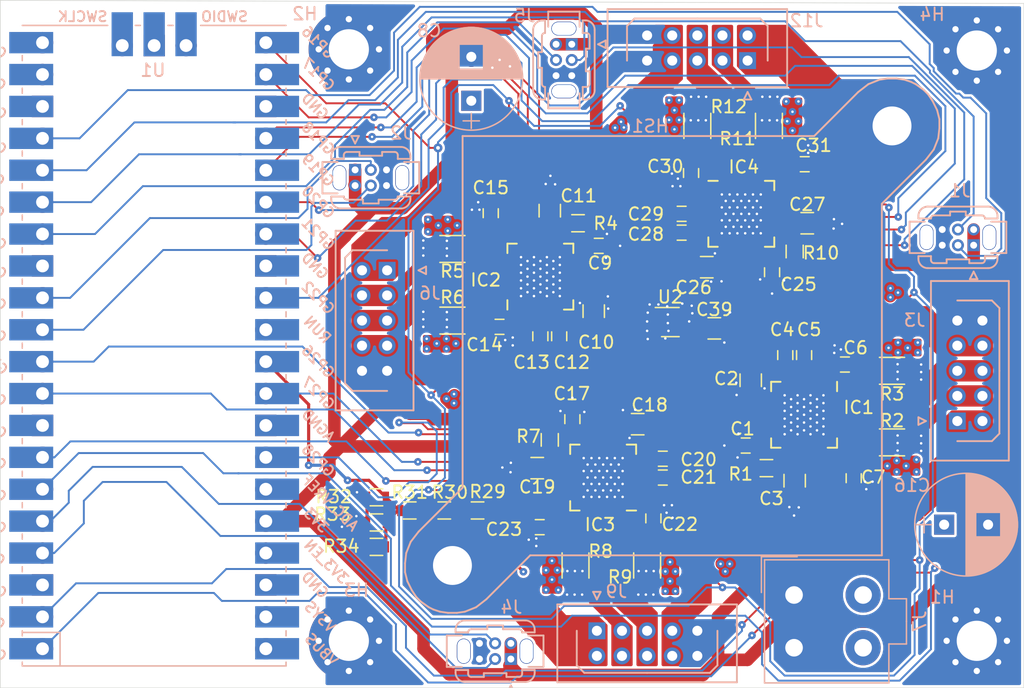
<source format=kicad_pcb>
(kicad_pcb (version 20171130) (host pcbnew 5.1.10-88a1d61d58~88~ubuntu20.04.1)
  (layers (0 F.Cu signal) (1 In1.Cu power hide) (2 In2.Cu power hide) (31 B.Cu signal hide) (34 B.Paste user hide) (35 F.Paste user hide) (36 B.SilkS user) (37 F.SilkS user) (38 B.Mask user) (39 F.Mask user) (44 Edge.Cuts user))
  (net 0 "")
  (net 1 GND)
  (net 2 +3V3)
  (net 3 "Net-(C2-Pad1)")
  (net 4 Vdrive)
  (net 5 "Net-(C4-Pad2)")
  (net 6 /Sheet608F6F9E/Vref)
  (net 7 "Net-(C5-Pad2)")
  (net 8 "Net-(C5-Pad1)")
  (net 9 /UART)
  (net 10 /Sheet608F6F9E/OA2)
  (net 11 /DISABLE_MOT)
  (net 12 /Sheet608F6F9E/BRB)
  (net 13 /Sheet608F6F9E/OB1)
  (net 14 /Sheet608F6F9E/OA1)
  (net 15 /Sheet608F6F9E/BRA)
  (net 16 /Sheet608F6F9E/OB2)
  (net 17 "Net-(C10-Pad1)")
  (net 18 /sheet609275BA/Vref)
  (net 19 "Net-(C12-Pad2)")
  (net 20 "Net-(C13-Pad2)")
  (net 21 "Net-(C13-Pad1)")
  (net 22 "Net-(C18-Pad1)")
  (net 23 /sheet60929021/Vref)
  (net 24 "Net-(C20-Pad2)")
  (net 25 "Net-(C21-Pad2)")
  (net 26 "Net-(C21-Pad1)")
  (net 27 "Net-(C26-Pad1)")
  (net 28 /sheet6092AD70/Vref)
  (net 29 "Net-(C28-Pad2)")
  (net 30 "Net-(C29-Pad2)")
  (net 31 "Net-(C29-Pad1)")
  (net 32 /sheet609275BA/OA2)
  (net 33 /sheet609275BA/BRB)
  (net 34 /sheet609275BA/OB1)
  (net 35 /sheet609275BA/OA1)
  (net 36 /sheet609275BA/BRA)
  (net 37 /sheet609275BA/OB2)
  (net 38 /sheet60929021/OA2)
  (net 39 /sheet60929021/BRB)
  (net 40 /sheet60929021/OB1)
  (net 41 /sheet60929021/OA1)
  (net 42 /sheet60929021/BRA)
  (net 43 /sheet60929021/OB2)
  (net 44 /sheet6092AD70/OA2)
  (net 45 /sheet6092AD70/BRB)
  (net 46 /sheet6092AD70/OB1)
  (net 47 /sheet6092AD70/OA1)
  (net 48 /sheet6092AD70/BRA)
  (net 49 /sheet6092AD70/OB2)
  (net 50 /DIR0)
  (net 51 /STEP0)
  (net 52 /DIR1)
  (net 53 /STEP3)
  (net 54 /VREF_PWM0)
  (net 55 /STEP1)
  (net 56 /DIR2)
  (net 57 /STEP2)
  (net 58 /DIR3)
  (net 59 /REFL0)
  (net 60 /REFR0)
  (net 61 /REFL1)
  (net 62 /REFR1)
  (net 63 /REFL2)
  (net 64 /REFR2)
  (net 65 /REFL3)
  (net 66 /REFR3)
  (net 67 /VREF_PWM1)
  (net 68 /VREF_PWM2)
  (net 69 /VREF_PWM3)
  (net 70 "Net-(U1-Pad43)")
  (net 71 "Net-(U1-Pad41)")
  (net 72 "Net-(U1-Pad30)")
  (net 73 "Net-(U1-Pad35)")
  (net 74 "Net-(U1-Pad37)")
  (net 75 "Net-(U1-Pad39)")
  (net 76 "Net-(U1-Pad40)")
  (net 77 "Net-(U1-Pad19)")
  (net 78 "Net-(U1-Pad20)")
  (net 79 /TEMP)
  (net 80 "Net-(R29-Pad1)")
  (net 81 "Net-(R30-Pad1)")
  (net 82 /24V_measure)
  (module library:MountingHole_3.2mm_M3_Pad_Via (layer B.Cu) (at 82.5 87.65)
    (fp_text reference H2 (at -3.5 -2.83) (layer B.SilkS) (effects (justify mirror)))
    (fp_text value 3mm)
    (pad 1 thru_hole circle (at 1.697056 1.697056) (size 0.6 0.6) (drill 0.5) (layers *.Cu *.Mask) (net 1 GND))
    (pad 1 thru_hole circle (at 0 2.4) (size 0.6 0.6) (drill 0.5) (layers *.Cu *.Mask) (net 1 GND))
    (pad 1 thru_hole circle (at -1.697056 1.697056) (size 0.6 0.6) (drill 0.5) (layers *.Cu *.Mask) (net 1 GND))
    (pad 1 thru_hole circle (at -2.4 0) (size 0.6 0.6) (drill 0.5) (layers *.Cu *.Mask) (net 1 GND))
    (pad 1 thru_hole circle (at -1.697056 -1.697056) (size 0.6 0.6) (drill 0.5) (layers *.Cu *.Mask) (net 1 GND))
    (pad 1 thru_hole circle (at 0 -2.4) (size 0.6 0.6) (drill 0.5) (layers *.Cu *.Mask) (net 1 GND))
    (pad 1 thru_hole circle (at 1.697056 -1.697056) (size 0.6 0.6) (drill 0.5) (layers *.Cu *.Mask) (net 1 GND))
    (pad 1 thru_hole circle (at 2.4 0) (size 0.6 0.6) (drill 0.5) (layers *.Cu *.Mask) (net 1 GND))
    (pad 1 thru_hole circle (at 0 0) (size 6.4 6.4) (drill 3.2) (layers *.Cu *.Mask) (net 1 GND))
  )
  (module MCU_RaspberryPi_and_Boards:RPi_Pico_SMD_TH (layer B.Cu) (at 67 111.25)
    (fp_text reference U1 (at -0.1 -21.93) (layer B.SilkS) (effects (justify mirror)))
    (fp_text value Pico)
    (fp_text user GP1 (at -12.9 21.6 -45) (layer B.SilkS) (effects (font (size 0.8 0.8)) (justify mirror)))
    (fp_text user GP2 (at -12.9 16.51 -45) (layer B.SilkS) (effects (font (size 0.8 0.8)) (justify mirror)))
    (fp_text user GP0 (at -12.8 24.13 -45) (layer B.SilkS) (effects (font (size 0.8 0.8)) (justify mirror)))
    (fp_text user GP3 (at -12.8 13.97 -45) (layer B.SilkS) (effects (font (size 0.8 0.8)) (justify mirror)))
    (fp_text user GP4 (at -12.8 11.43 -45) (layer B.SilkS) (effects (font (size 0.8 0.8)) (justify mirror)))
    (fp_text user GP5 (at -12.8 8.89 -45) (layer B.SilkS) (effects (font (size 0.8 0.8)) (justify mirror)))
    (fp_text user GP6 (at -12.8 3.81 -45) (layer B.SilkS) (effects (font (size 0.8 0.8)) (justify mirror)))
    (fp_text user GP7 (at -12.7 1.3 -45) (layer B.SilkS) (effects (font (size 0.8 0.8)) (justify mirror)))
    (fp_text user GP8 (at -12.8 -1.27 -45) (layer B.SilkS) (effects (font (size 0.8 0.8)) (justify mirror)))
    (fp_text user GP9 (at -12.8 -3.81 -45) (layer B.SilkS) (effects (font (size 0.8 0.8)) (justify mirror)))
    (fp_text user GP10 (at -13.054 -8.89 -45) (layer B.SilkS) (effects (font (size 0.8 0.8)) (justify mirror)))
    (fp_text user GP11 (at -13.2 -11.43 -45) (layer B.SilkS) (effects (font (size 0.8 0.8)) (justify mirror)))
    (fp_text user GP12 (at -13.2 -13.97 -45) (layer B.SilkS) (effects (font (size 0.8 0.8)) (justify mirror)))
    (fp_text user GP13 (at -13.054 -16.51 -45) (layer B.SilkS) (effects (font (size 0.8 0.8)) (justify mirror)))
    (fp_text user GP14 (at -13.1 -21.59 -45) (layer B.SilkS) (effects (font (size 0.8 0.8)) (justify mirror)))
    (fp_text user GP15 (at -13.054 -24.13 -45) (layer B.SilkS) (effects (font (size 0.8 0.8)) (justify mirror)))
    (fp_text user GP16 (at 13.054 -24.13 -45) (layer B.SilkS) (effects (font (size 0.8 0.8)) (justify mirror)))
    (fp_text user GP17 (at 13.054 -21.59 -45) (layer B.SilkS) (effects (font (size 0.8 0.8)) (justify mirror)))
    (fp_text user GP18 (at 13.054 -16.51 -45) (layer B.SilkS) (effects (font (size 0.8 0.8)) (justify mirror)))
    (fp_text user GP19 (at 13.054 -13.97 -45) (layer B.SilkS) (effects (font (size 0.8 0.8)) (justify mirror)))
    (fp_text user GP20 (at 13.054 -11.43 -45) (layer B.SilkS) (effects (font (size 0.8 0.8)) (justify mirror)))
    (fp_text user GP21 (at 13.054 -8.9 -45) (layer B.SilkS) (effects (font (size 0.8 0.8)) (justify mirror)))
    (fp_text user GP22 (at 13.054 -3.81 -45) (layer B.SilkS) (effects (font (size 0.8 0.8)) (justify mirror)))
    (fp_text user RUN (at 13 -1.27 -45) (layer B.SilkS) (effects (font (size 0.8 0.8)) (justify mirror)))
    (fp_text user GP26 (at 13.054 1.27 -45) (layer B.SilkS) (effects (font (size 0.8 0.8)) (justify mirror)))
    (fp_text user GP27 (at 13.054 3.8 -45) (layer B.SilkS) (effects (font (size 0.8 0.8)) (justify mirror)))
    (fp_text user GP28 (at 13.054 9.144 -45) (layer B.SilkS) (effects (font (size 0.8 0.8)) (justify mirror)))
    (fp_text user ADC_VREF (at 14 12.5 -45) (layer B.SilkS) (effects (font (size 0.8 0.8)) (justify mirror)))
    (fp_text user 3V3 (at 12.9 13.9 -45) (layer B.SilkS) (effects (font (size 0.8 0.8)) (justify mirror)))
    (fp_text user 3V3_EN (at 13.7 17.2 -45) (layer B.SilkS) (effects (font (size 0.8 0.8)) (justify mirror)))
    (fp_text user VSYS (at 13.2 21.59 -45) (layer B.SilkS) (effects (font (size 0.8 0.8)) (justify mirror)))
    (fp_text user VBUS (at 13.3 24.2 -45) (layer B.SilkS) (effects (font (size 0.8 0.8)) (justify mirror)))
    (fp_text user GND (at -12.8 19.05 -45) (layer B.SilkS) (effects (font (size 0.8 0.8)) (justify mirror)))
    (fp_text user GND (at -12.8 6.35 -45) (layer B.SilkS) (effects (font (size 0.8 0.8)) (justify mirror)))
    (fp_text user GND (at -12.8 -6.35 -45) (layer B.SilkS) (effects (font (size 0.8 0.8)) (justify mirror)))
    (fp_text user GND (at -12.8 -19.05 -45) (layer B.SilkS) (effects (font (size 0.8 0.8)) (justify mirror)))
    (fp_text user GND (at 12.8 -19.05 -45) (layer B.SilkS) (effects (font (size 0.8 0.8)) (justify mirror)))
    (fp_text user GND (at 12.8 -6.35 -45) (layer B.SilkS) (effects (font (size 0.8 0.8)) (justify mirror)))
    (fp_text user GND (at 12.8 19.05 -45) (layer B.SilkS) (effects (font (size 0.8 0.8)) (justify mirror)))
    (fp_text user AGND (at 13.054 6.35 -45) (layer B.SilkS) (effects (font (size 0.8 0.8)) (justify mirror)))
    (fp_text user SWCLK (at -5.7 -26.2) (layer B.SilkS) (effects (font (size 0.8 0.8)) (justify mirror)))
    (fp_text user SWDIO (at 5.6 -26.2) (layer B.SilkS) (effects (font (size 0.8 0.8)) (justify mirror)))
    (pad 1 thru_hole oval (at -8.89 24.13) (size 1.7 1.7) (drill 1.02) (layers *.Cu *.Mask) (net 51 /STEP0))
    (pad 2 thru_hole oval (at -8.89 21.59) (size 1.7 1.7) (drill 1.02) (layers *.Cu *.Mask) (net 54 /VREF_PWM0))
    (pad 3 thru_hole rect (at -8.89 19.05) (size 1.7 1.7) (drill 1.02) (layers *.Cu *.Mask) (net 1 GND))
    (pad 4 thru_hole oval (at -8.89 16.51) (size 1.7 1.7) (drill 1.02) (layers *.Cu *.Mask) (net 63 /REFL2))
    (pad 5 thru_hole oval (at -8.89 13.97) (size 1.7 1.7) (drill 1.02) (layers *.Cu *.Mask) (net 64 /REFR2))
    (pad 6 thru_hole oval (at -8.89 11.43) (size 1.7 1.7) (drill 1.02) (layers *.Cu *.Mask) (net 50 /DIR0))
    (pad 7 thru_hole oval (at -8.89 8.89) (size 1.7 1.7) (drill 1.02) (layers *.Cu *.Mask) (net 56 /DIR2))
    (pad 8 thru_hole rect (at -8.89 6.35) (size 1.7 1.7) (drill 1.02) (layers *.Cu *.Mask) (net 1 GND))
    (pad 9 thru_hole oval (at -8.89 3.81) (size 1.7 1.7) (drill 1.02) (layers *.Cu *.Mask) (net 57 /STEP2))
    (pad 10 thru_hole oval (at -8.89 1.27) (size 1.7 1.7) (drill 1.02) (layers *.Cu *.Mask) (net 9 /UART))
    (pad 11 thru_hole oval (at -8.89 -1.27) (size 1.7 1.7) (drill 1.02) (layers *.Cu *.Mask) (net 62 /REFR1))
    (pad 12 thru_hole oval (at -8.89 -3.81) (size 1.7 1.7) (drill 1.02) (layers *.Cu *.Mask) (net 61 /REFL1))
    (pad 13 thru_hole rect (at -8.89 -6.35) (size 1.7 1.7) (drill 1.02) (layers *.Cu *.Mask) (net 1 GND))
    (pad 14 thru_hole oval (at -8.89 -8.89) (size 1.7 1.7) (drill 1.02) (layers *.Cu *.Mask) (net 66 /REFR3))
    (pad 15 thru_hole oval (at -8.89 -11.43) (size 1.7 1.7) (drill 1.02) (layers *.Cu *.Mask) (net 65 /REFL3))
    (pad 16 thru_hole oval (at -8.89 -13.97) (size 1.7 1.7) (drill 1.02) (layers *.Cu *.Mask) (net 60 /REFR0))
    (pad 17 thru_hole oval (at -8.89 -16.51) (size 1.7 1.7) (drill 1.02) (layers *.Cu *.Mask) (net 59 /REFL0))
    (pad 18 thru_hole rect (at -8.89 -19.05) (size 1.7 1.7) (drill 1.02) (layers *.Cu *.Mask) (net 1 GND))
    (pad 19 thru_hole oval (at -8.89 -21.59) (size 1.7 1.7) (drill 1.02) (layers *.Cu *.Mask) (net 77 "Net-(U1-Pad19)"))
    (pad 20 thru_hole oval (at -8.89 -24.13) (size 1.7 1.7) (drill 1.02) (layers *.Cu *.Mask) (net 78 "Net-(U1-Pad20)"))
    (pad 21 thru_hole oval (at 8.89 -24.13) (size 1.7 1.7) (drill 1.02) (layers *.Cu *.Mask) (net 11 /DISABLE_MOT))
    (pad 22 thru_hole oval (at 8.89 -21.59) (size 1.7 1.7) (drill 1.02) (layers *.Cu *.Mask) (net 69 /VREF_PWM3))
    (pad 23 thru_hole rect (at 8.89 -19.05) (size 1.7 1.7) (drill 1.02) (layers *.Cu *.Mask) (net 1 GND))
    (pad 24 thru_hole oval (at 8.89 -16.51) (size 1.7 1.7) (drill 1.02) (layers *.Cu *.Mask) (net 53 /STEP3))
    (pad 25 thru_hole oval (at 8.89 -13.97) (size 1.7 1.7) (drill 1.02) (layers *.Cu *.Mask) (net 58 /DIR3))
    (pad 26 thru_hole oval (at 8.89 -11.43) (size 1.7 1.7) (drill 1.02) (layers *.Cu *.Mask) (net 52 /DIR1))
    (pad 27 thru_hole oval (at 8.89 -8.89) (size 1.7 1.7) (drill 1.02) (layers *.Cu *.Mask) (net 55 /STEP1))
    (pad 28 thru_hole rect (at 8.89 -6.35) (size 1.7 1.7) (drill 1.02) (layers *.Cu *.Mask) (net 1 GND))
    (pad 29 thru_hole oval (at 8.89 -3.81) (size 1.7 1.7) (drill 1.02) (layers *.Cu *.Mask) (net 67 /VREF_PWM1))
    (pad 30 thru_hole oval (at 8.89 -1.27) (size 1.7 1.7) (drill 1.02) (layers *.Cu *.Mask) (net 72 "Net-(U1-Pad30)"))
    (pad 31 thru_hole oval (at 8.89 1.27) (size 1.7 1.7) (drill 1.02) (layers *.Cu *.Mask) (net 82 /24V_measure))
    (pad 32 thru_hole oval (at 8.89 3.81) (size 1.7 1.7) (drill 1.02) (layers *.Cu *.Mask) (net 68 /VREF_PWM2))
    (pad 33 thru_hole rect (at 8.89 6.35) (size 1.7 1.7) (drill 1.02) (layers *.Cu *.Mask) (net 1 GND))
    (pad 34 thru_hole oval (at 8.89 8.89) (size 1.7 1.7) (drill 1.02) (layers *.Cu *.Mask) (net 79 /TEMP))
    (pad 35 thru_hole oval (at 8.89 11.43) (size 1.7 1.7) (drill 1.02) (layers *.Cu *.Mask) (net 73 "Net-(U1-Pad35)"))
    (pad 36 thru_hole oval (at 8.89 13.97) (size 1.7 1.7) (drill 1.02) (layers *.Cu *.Mask) (net 2 +3V3))
    (pad 37 thru_hole oval (at 8.89 16.51) (size 1.7 1.7) (drill 1.02) (layers *.Cu *.Mask) (net 74 "Net-(U1-Pad37)"))
    (pad 38 thru_hole rect (at 8.89 19.05) (size 1.7 1.7) (drill 1.02) (layers *.Cu *.Mask) (net 1 GND))
    (pad 39 thru_hole oval (at 8.89 21.59) (size 1.7 1.7) (drill 1.02) (layers *.Cu *.Mask) (net 75 "Net-(U1-Pad39)"))
    (pad 40 thru_hole oval (at 8.89 24.13) (size 1.7 1.7) (drill 1.02) (layers *.Cu *.Mask) (net 76 "Net-(U1-Pad40)"))
    (pad 1 smd rect (at -8.89 24.13) (size 3.5 1.7) (drill (offset -0.9 0)) (layers B.Cu B.Mask) (net 51 /STEP0))
    (pad 2 smd rect (at -8.89 21.59) (size 3.5 1.7) (drill (offset -0.9 0)) (layers B.Cu B.Mask) (net 54 /VREF_PWM0))
    (pad 3 smd rect (at -8.89 19.05) (size 3.5 1.7) (drill (offset -0.9 0)) (layers B.Cu B.Mask) (net 1 GND))
    (pad 4 smd rect (at -8.89 16.51) (size 3.5 1.7) (drill (offset -0.9 0)) (layers B.Cu B.Mask) (net 63 /REFL2))
    (pad 5 smd rect (at -8.89 13.97) (size 3.5 1.7) (drill (offset -0.9 0)) (layers B.Cu B.Mask) (net 64 /REFR2))
    (pad 6 smd rect (at -8.89 11.43) (size 3.5 1.7) (drill (offset -0.9 0)) (layers B.Cu B.Mask) (net 50 /DIR0))
    (pad 7 smd rect (at -8.89 8.89) (size 3.5 1.7) (drill (offset -0.9 0)) (layers B.Cu B.Mask) (net 56 /DIR2))
    (pad 8 smd rect (at -8.89 6.35) (size 3.5 1.7) (drill (offset -0.9 0)) (layers B.Cu B.Mask) (net 1 GND))
    (pad 9 smd rect (at -8.89 3.81) (size 3.5 1.7) (drill (offset -0.9 0)) (layers B.Cu B.Mask) (net 57 /STEP2))
    (pad 10 smd rect (at -8.89 1.27) (size 3.5 1.7) (drill (offset -0.9 0)) (layers B.Cu B.Mask) (net 9 /UART))
    (pad 11 smd rect (at -8.89 -1.27) (size 3.5 1.7) (drill (offset -0.9 0)) (layers B.Cu B.Mask) (net 62 /REFR1))
    (pad 12 smd rect (at -8.89 -3.81) (size 3.5 1.7) (drill (offset -0.9 0)) (layers B.Cu B.Mask) (net 61 /REFL1))
    (pad 13 smd rect (at -8.89 -6.35) (size 3.5 1.7) (drill (offset -0.9 0)) (layers B.Cu B.Mask) (net 1 GND))
    (pad 14 smd rect (at -8.89 -8.89) (size 3.5 1.7) (drill (offset -0.9 0)) (layers B.Cu B.Mask) (net 66 /REFR3))
    (pad 15 smd rect (at -8.89 -11.43) (size 3.5 1.7) (drill (offset -0.9 0)) (layers B.Cu B.Mask) (net 65 /REFL3))
    (pad 16 smd rect (at -8.89 -13.97) (size 3.5 1.7) (drill (offset -0.9 0)) (layers B.Cu B.Mask) (net 60 /REFR0))
    (pad 17 smd rect (at -8.89 -16.51) (size 3.5 1.7) (drill (offset -0.9 0)) (layers B.Cu B.Mask) (net 59 /REFL0))
    (pad 18 smd rect (at -8.89 -19.05) (size 3.5 1.7) (drill (offset -0.9 0)) (layers B.Cu B.Mask) (net 1 GND))
    (pad 19 smd rect (at -8.89 -21.59) (size 3.5 1.7) (drill (offset -0.9 0)) (layers B.Cu B.Mask) (net 77 "Net-(U1-Pad19)"))
    (pad 20 smd rect (at -8.89 -24.13) (size 3.5 1.7) (drill (offset -0.9 0)) (layers B.Cu B.Mask) (net 78 "Net-(U1-Pad20)"))
    (pad 40 smd rect (at 8.89 24.13) (size 3.5 1.7) (drill (offset 0.9 0)) (layers B.Cu B.Mask) (net 76 "Net-(U1-Pad40)"))
    (pad 39 smd rect (at 8.89 21.59) (size 3.5 1.7) (drill (offset 0.9 0)) (layers B.Cu B.Mask) (net 75 "Net-(U1-Pad39)"))
    (pad 38 smd rect (at 8.89 19.05) (size 3.5 1.7) (drill (offset 0.9 0)) (layers B.Cu B.Mask) (net 1 GND))
    (pad 37 smd rect (at 8.89 16.51) (size 3.5 1.7) (drill (offset 0.9 0)) (layers B.Cu B.Mask) (net 74 "Net-(U1-Pad37)"))
    (pad 36 smd rect (at 8.89 13.97) (size 3.5 1.7) (drill (offset 0.9 0)) (layers B.Cu B.Mask) (net 2 +3V3))
    (pad 35 smd rect (at 8.89 11.43) (size 3.5 1.7) (drill (offset 0.9 0)) (layers B.Cu B.Mask) (net 73 "Net-(U1-Pad35)"))
    (pad 34 smd rect (at 8.89 8.89) (size 3.5 1.7) (drill (offset 0.9 0)) (layers B.Cu B.Mask) (net 79 /TEMP))
    (pad 33 smd rect (at 8.89 6.35) (size 3.5 1.7) (drill (offset 0.9 0)) (layers B.Cu B.Mask) (net 1 GND))
    (pad 32 smd rect (at 8.89 3.81) (size 3.5 1.7) (drill (offset 0.9 0)) (layers B.Cu B.Mask) (net 68 /VREF_PWM2))
    (pad 31 smd rect (at 8.89 1.27) (size 3.5 1.7) (drill (offset 0.9 0)) (layers B.Cu B.Mask) (net 82 /24V_measure))
    (pad 30 smd rect (at 8.89 -1.27) (size 3.5 1.7) (drill (offset 0.9 0)) (layers B.Cu B.Mask) (net 72 "Net-(U1-Pad30)"))
    (pad 29 smd rect (at 8.89 -3.81) (size 3.5 1.7) (drill (offset 0.9 0)) (layers B.Cu B.Mask) (net 67 /VREF_PWM1))
    (pad 28 smd rect (at 8.89 -6.35) (size 3.5 1.7) (drill (offset 0.9 0)) (layers B.Cu B.Mask) (net 1 GND))
    (pad 27 smd rect (at 8.89 -8.89) (size 3.5 1.7) (drill (offset 0.9 0)) (layers B.Cu B.Mask) (net 55 /STEP1))
    (pad 26 smd rect (at 8.89 -11.43) (size 3.5 1.7) (drill (offset 0.9 0)) (layers B.Cu B.Mask) (net 52 /DIR1))
    (pad 25 smd rect (at 8.89 -13.97) (size 3.5 1.7) (drill (offset 0.9 0)) (layers B.Cu B.Mask) (net 58 /DIR3))
    (pad 24 smd rect (at 8.89 -16.51) (size 3.5 1.7) (drill (offset 0.9 0)) (layers B.Cu B.Mask) (net 53 /STEP3))
    (pad 23 smd rect (at 8.89 -19.05) (size 3.5 1.7) (drill (offset 0.9 0)) (layers B.Cu B.Mask) (net 1 GND))
    (pad 22 smd rect (at 8.89 -21.59) (size 3.5 1.7) (drill (offset 0.9 0)) (layers B.Cu B.Mask) (net 69 /VREF_PWM3))
    (pad 21 smd rect (at 8.89 -24.13) (size 3.5 1.7) (drill (offset 0.9 0)) (layers B.Cu B.Mask) (net 11 /DISABLE_MOT))
    (pad "" np_thru_hole oval (at -2.725 24) (size 1.8 1.8) (drill 1.8) (layers *.Cu *.Mask))
    (pad "" np_thru_hole oval (at 2.725 24) (size 1.8 1.8) (drill 1.8) (layers *.Cu *.Mask))
    (pad "" np_thru_hole oval (at -2.425 20.97) (size 1.5 1.5) (drill 1.5) (layers *.Cu *.Mask))
    (pad "" np_thru_hole oval (at 2.425 20.97) (size 1.5 1.5) (drill 1.5) (layers *.Cu *.Mask))
    (pad 41 smd rect (at -2.54 -23.9 270) (size 3.5 1.7) (drill (offset -0.9 0)) (layers B.Cu B.Mask) (net 71 "Net-(U1-Pad41)"))
    (pad 41 thru_hole oval (at -2.54 -23.9) (size 1.7 1.7) (drill 1.02) (layers *.Cu *.Mask) (net 71 "Net-(U1-Pad41)"))
    (pad 42 smd rect (at 0 -23.9 270) (size 3.5 1.7) (drill (offset -0.9 0)) (layers B.Cu B.Mask) (net 1 GND))
    (pad 42 thru_hole rect (at 0 -23.9) (size 1.7 1.7) (drill 1.02) (layers *.Cu *.Mask) (net 1 GND))
    (pad 43 smd rect (at 2.54 -23.9 270) (size 3.5 1.7) (drill (offset -0.9 0)) (layers B.Cu B.Mask) (net 70 "Net-(U1-Pad43)"))
    (pad 43 thru_hole oval (at 2.54 -23.9) (size 1.7 1.7) (drill 1.02) (layers *.Cu *.Mask) (net 70 "Net-(U1-Pad43)"))
  )
  (module library:PCB_Heatsink_30x30mm_2xFixation3mm (layer B.Cu) (at 108.25 111.25 180)
    (fp_text reference HS1 (at 1.75 17.48) (layer B.SilkS) (effects (justify mirror)))
    (fp_text value 30x30mm)
    (pad 3 thru_hole circle (at 17.5 -17.5 45) (size 6.49732 6.49732) (drill 3.0988) (layers *.Cu *.Mask) (net 1 GND))
    (pad 2 thru_hole circle (at -17.5 17.5 225) (size 6.49732 6.49732) (drill 3.0988) (layers *.Cu *.Mask) (net 1 GND))
  )
  (module Resistors_SMD:R_0603 (layer F.Cu) (at 84.7 127.27)
    (fp_text reference R34 (at -2.8 -0.05) (layer F.SilkS))
    (fp_text value 10k)
    (pad 2 smd rect (at 0.75 0) (size 0.5 0.9) (layers F.Cu F.Paste F.Mask) (net 82 /24V_measure))
    (pad 1 smd rect (at -0.75 0) (size 0.5 0.9) (layers F.Cu F.Paste F.Mask) (net 1 GND))
  )
  (module Resistors_SMD:R_0603 (layer F.Cu) (at 84.7 125.325)
    (fp_text reference R33 (at -3.5 -0.655) (layer F.SilkS))
    (fp_text value 10k)
    (pad 2 smd rect (at 0.75 0) (size 0.5 0.9) (layers F.Cu F.Paste F.Mask) (net 82 /24V_measure))
    (pad 1 smd rect (at -0.75 0) (size 0.5 0.9) (layers F.Cu F.Paste F.Mask) (net 1 GND))
  )
  (module Resistors_SMD:R_0603 (layer F.Cu) (at 84.7 123.32)
    (fp_text reference R32 (at -3.4 -0.05) (layer F.SilkS))
    (fp_text value 10k)
    (pad 2 smd rect (at 0.75 0) (size 0.5 0.9) (layers F.Cu F.Paste F.Mask) (net 82 /24V_measure))
    (pad 1 smd rect (at -0.75 0) (size 0.5 0.9) (layers F.Cu F.Paste F.Mask) (net 1 GND))
  )
  (module Resistors_SMD:R_0603 (layer F.Cu) (at 87.35 124.37)
    (fp_text reference R31 (at 0 -1.45) (layer F.SilkS))
    (fp_text value 10k)
    (pad 2 smd rect (at 0.75 0) (size 0.5 0.9) (layers F.Cu F.Paste F.Mask) (net 81 "Net-(R30-Pad1)"))
    (pad 1 smd rect (at -0.75 0) (size 0.5 0.9) (layers F.Cu F.Paste F.Mask) (net 82 /24V_measure))
  )
  (module Resistors_SMD:R_0603 (layer F.Cu) (at 90.1 124.37)
    (fp_text reference R30 (at 0.45 -1.45) (layer F.SilkS))
    (fp_text value 10k)
    (pad 2 smd rect (at 0.75 0) (size 0.5 0.9) (layers F.Cu F.Paste F.Mask) (net 80 "Net-(R29-Pad1)"))
    (pad 1 smd rect (at -0.75 0) (size 0.5 0.9) (layers F.Cu F.Paste F.Mask) (net 81 "Net-(R30-Pad1)"))
  )
  (module Resistors_SMD:R_0603 (layer F.Cu) (at 92.75 124.37)
    (fp_text reference R29 (at 0.8 -1.5) (layer F.SilkS))
    (fp_text value 10k)
    (pad 2 smd rect (at 0.75 0) (size 0.5 0.9) (layers F.Cu F.Paste F.Mask) (net 4 Vdrive))
    (pad 1 smd rect (at -0.75 0) (size 0.5 0.9) (layers F.Cu F.Paste F.Mask) (net 80 "Net-(R29-Pad1)"))
  )
  (module Connectors_Molex:Molex_MiniFit-JR-5556-04A_2x02x4.20mm_Straight (layer B.Cu) (at 117.95 131.1 270)
    (fp_text reference J7 (at 2.1 -10 270) (layer B.SilkS) (effects (justify mirror)))
    (fp_text value Minifit_jr_2x2)
    (pad 4 thru_hole circle (at 4.2 -5.5 270) (size 2.8 2.8) (drill 1.4) (layers *.Cu *.Mask) (net 4 Vdrive))
    (pad 3 thru_hole circle (at 0 -5.5 270) (size 2.8 2.8) (drill 1.4) (layers *.Cu *.Mask) (net 4 Vdrive))
    (pad 2 thru_hole circle (at 4.2 0 270) (size 2.8 2.8) (drill 1.4) (layers *.Cu *.Mask) (net 1 GND))
    (pad 1 thru_hole rect (at 0 0 270) (size 2.8 2.8) (drill 1.4) (layers *.Cu *.Mask) (net 1 GND))
  )
  (module Capacitors_SMD:C_0805 (layer F.Cu) (at 111.6 109.87)
    (fp_text reference C39 (at 0 -1.5) (layer F.SilkS))
    (fp_text value "2u2 16V")
    (pad 2 smd rect (at 1 0) (size 1 1.25) (layers F.Cu F.Paste F.Mask) (net 1 GND))
    (pad 1 smd rect (at -1 0) (size 1 1.25) (layers F.Cu F.Paste F.Mask) (net 2 +3V3))
  )
  (module TO_SOT_Packages_SMD:SOT-353_SC-70-5 (layer F.Cu) (at 108.1 109.37)
    (fp_text reference U2 (at 0 -2) (layer F.SilkS))
    (fp_text value MCP9700AT-ELT)
    (pad 5 smd rect (at 0.95 -0.65) (size 0.65 0.4) (layers F.Cu F.Paste F.Mask) (net 1 GND))
    (pad 4 smd rect (at 0.95 0.65) (size 0.65 0.4) (layers F.Cu F.Paste F.Mask) (net 2 +3V3))
    (pad 2 smd rect (at -0.95 0) (size 0.65 0.4) (layers F.Cu F.Paste F.Mask) (net 1 GND))
    (pad 3 smd rect (at -0.95 0.65) (size 0.65 0.4) (layers F.Cu F.Paste F.Mask) (net 79 /TEMP))
    (pad 1 smd rect (at -0.95 -0.65) (size 0.65 0.4) (layers F.Cu F.Paste F.Mask) (net 1 GND))
  )
  (module library:MountingHole_3.2mm_M3_Pad_Via (layer B.Cu) (at 132.5 87.75)
    (fp_text reference H4 (at -3.55 -2.88) (layer B.SilkS) (effects (justify mirror)))
    (fp_text value 3mm)
    (pad 1 thru_hole circle (at 1.697056 1.697056) (size 0.6 0.6) (drill 0.5) (layers *.Cu *.Mask) (net 1 GND))
    (pad 1 thru_hole circle (at 0 2.4) (size 0.6 0.6) (drill 0.5) (layers *.Cu *.Mask) (net 1 GND))
    (pad 1 thru_hole circle (at -1.697056 1.697056) (size 0.6 0.6) (drill 0.5) (layers *.Cu *.Mask) (net 1 GND))
    (pad 1 thru_hole circle (at -2.4 0) (size 0.6 0.6) (drill 0.5) (layers *.Cu *.Mask) (net 1 GND))
    (pad 1 thru_hole circle (at -1.697056 -1.697056) (size 0.6 0.6) (drill 0.5) (layers *.Cu *.Mask) (net 1 GND))
    (pad 1 thru_hole circle (at 0 -2.4) (size 0.6 0.6) (drill 0.5) (layers *.Cu *.Mask) (net 1 GND))
    (pad 1 thru_hole circle (at 1.697056 -1.697056) (size 0.6 0.6) (drill 0.5) (layers *.Cu *.Mask) (net 1 GND))
    (pad 1 thru_hole circle (at 2.4 0) (size 0.6 0.6) (drill 0.5) (layers *.Cu *.Mask) (net 1 GND))
    (pad 1 thru_hole circle (at 0 0) (size 6.4 6.4) (drill 3.2) (layers *.Cu *.Mask) (net 1 GND))
  )
  (module library:MountingHole_3.2mm_M3_Pad_Via (layer B.Cu) (at 82.5 134.75)
    (fp_text reference H3 (at 0.6 -4.03) (layer B.SilkS) (effects (justify mirror)))
    (fp_text value 3mm)
    (pad 1 thru_hole circle (at 1.697056 1.697056) (size 0.6 0.6) (drill 0.5) (layers *.Cu *.Mask) (net 1 GND))
    (pad 1 thru_hole circle (at 0 2.4) (size 0.6 0.6) (drill 0.5) (layers *.Cu *.Mask) (net 1 GND))
    (pad 1 thru_hole circle (at -1.697056 1.697056) (size 0.6 0.6) (drill 0.5) (layers *.Cu *.Mask) (net 1 GND))
    (pad 1 thru_hole circle (at -2.4 0) (size 0.6 0.6) (drill 0.5) (layers *.Cu *.Mask) (net 1 GND))
    (pad 1 thru_hole circle (at -1.697056 -1.697056) (size 0.6 0.6) (drill 0.5) (layers *.Cu *.Mask) (net 1 GND))
    (pad 1 thru_hole circle (at 0 -2.4) (size 0.6 0.6) (drill 0.5) (layers *.Cu *.Mask) (net 1 GND))
    (pad 1 thru_hole circle (at 1.697056 -1.697056) (size 0.6 0.6) (drill 0.5) (layers *.Cu *.Mask) (net 1 GND))
    (pad 1 thru_hole circle (at 2.4 0) (size 0.6 0.6) (drill 0.5) (layers *.Cu *.Mask) (net 1 GND))
    (pad 1 thru_hole circle (at 0 0) (size 6.4 6.4) (drill 3.2) (layers *.Cu *.Mask) (net 1 GND))
  )
  (module library:MountingHole_3.2mm_M3_Pad_Via (layer B.Cu) (at 132.5 134.75)
    (fp_text reference H1 (at -2.75 -3.48) (layer B.SilkS) (effects (justify mirror)))
    (fp_text value 3mm)
    (pad 1 thru_hole circle (at 1.697056 1.697056) (size 0.6 0.6) (drill 0.5) (layers *.Cu *.Mask) (net 1 GND))
    (pad 1 thru_hole circle (at 0 2.4) (size 0.6 0.6) (drill 0.5) (layers *.Cu *.Mask) (net 1 GND))
    (pad 1 thru_hole circle (at -1.697056 1.697056) (size 0.6 0.6) (drill 0.5) (layers *.Cu *.Mask) (net 1 GND))
    (pad 1 thru_hole circle (at -2.4 0) (size 0.6 0.6) (drill 0.5) (layers *.Cu *.Mask) (net 1 GND))
    (pad 1 thru_hole circle (at -1.697056 -1.697056) (size 0.6 0.6) (drill 0.5) (layers *.Cu *.Mask) (net 1 GND))
    (pad 1 thru_hole circle (at 0 -2.4) (size 0.6 0.6) (drill 0.5) (layers *.Cu *.Mask) (net 1 GND))
    (pad 1 thru_hole circle (at 1.697056 -1.697056) (size 0.6 0.6) (drill 0.5) (layers *.Cu *.Mask) (net 1 GND))
    (pad 1 thru_hole circle (at 2.4 0) (size 0.6 0.6) (drill 0.5) (layers *.Cu *.Mask) (net 1 GND))
    (pad 1 thru_hole circle (at 0 0) (size 6.4 6.4) (drill 3.2) (layers *.Cu *.Mask) (net 1 GND))
  )
  (module Resistors_SMD:R_1206 (layer F.Cu) (at 110.25 93.75 270)
    (fp_text reference R12 (at -1.53 -2.5 180) (layer F.SilkS))
    (fp_text value 0.1)
    (pad 2 smd rect (at 1.45 0 270) (size 0.9 1.7) (layers F.Cu F.Paste F.Mask) (net 45 /sheet6092AD70/BRB))
    (pad 1 smd rect (at -1.45 0 270) (size 0.9 1.7) (layers F.Cu F.Paste F.Mask) (net 1 GND))
  )
  (module Resistors_SMD:R_1206 (layer F.Cu) (at 115.95 93.75 270)
    (fp_text reference R11 (at 1.02 2.5 180) (layer F.SilkS))
    (fp_text value 0.1)
    (pad 2 smd rect (at 1.45 0 270) (size 0.9 1.7) (layers F.Cu F.Paste F.Mask) (net 48 /sheet6092AD70/BRA))
    (pad 1 smd rect (at -1.45 0 270) (size 0.9 1.7) (layers F.Cu F.Paste F.Mask) (net 1 GND))
  )
  (module Resistors_SMD:R_0603 (layer F.Cu) (at 118 103.75 270)
    (fp_text reference R10 (at 0.12 -2.1 180) (layer F.SilkS))
    (fp_text value 10k)
    (pad 2 smd rect (at 0.75 0 270) (size 0.5 0.9) (layers F.Cu F.Paste F.Mask) (net 69 /VREF_PWM3))
    (pad 1 smd rect (at -0.75 0 270) (size 0.5 0.9) (layers F.Cu F.Paste F.Mask) (net 28 /sheet6092AD70/Vref))
  )
  (module Resistors_SMD:R_1206 (layer F.Cu) (at 90.75 109.25)
    (fp_text reference R6 (at 0 -1.85 -180) (layer F.SilkS))
    (fp_text value 0.1)
    (pad 2 smd rect (at 1.45 0) (size 0.9 1.7) (layers F.Cu F.Paste F.Mask) (net 33 /sheet609275BA/BRB))
    (pad 1 smd rect (at -1.45 0) (size 0.9 1.7) (layers F.Cu F.Paste F.Mask) (net 1 GND))
  )
  (module Resistors_SMD:R_1206 (layer F.Cu) (at 90.75 103.55)
    (fp_text reference R5 (at 0 1.77 -180) (layer F.SilkS))
    (fp_text value 0.1)
    (pad 2 smd rect (at 1.45 0) (size 0.9 1.7) (layers F.Cu F.Paste F.Mask) (net 36 /sheet609275BA/BRA))
    (pad 1 smd rect (at -1.45 0) (size 0.9 1.7) (layers F.Cu F.Paste F.Mask) (net 1 GND))
  )
  (module Resistors_SMD:R_0603 (layer F.Cu) (at 100.75 101.5)
    (fp_text reference R4 (at 2.2 0.02 -180) (layer F.SilkS))
    (fp_text value 10k)
    (pad 2 smd rect (at 0.75 0) (size 0.5 0.9) (layers F.Cu F.Paste F.Mask) (net 67 /VREF_PWM1))
    (pad 1 smd rect (at -0.75 0) (size 0.5 0.9) (layers F.Cu F.Paste F.Mask) (net 18 /sheet609275BA/Vref))
  )
  (module Resistors_SMD:R_1206 (layer F.Cu) (at 125.75 113.25 180)
    (fp_text reference R3 (at 0 -1.85) (layer F.SilkS))
    (fp_text value 0.1)
    (pad 2 smd rect (at 1.45 0 180) (size 0.9 1.7) (layers F.Cu F.Paste F.Mask) (net 12 /Sheet608F6F9E/BRB))
    (pad 1 smd rect (at -1.45 0 180) (size 0.9 1.7) (layers F.Cu F.Paste F.Mask) (net 1 GND))
  )
  (module Resistors_SMD:R_1206 (layer F.Cu) (at 125.75 118.95 180)
    (fp_text reference R2 (at 0 1.73) (layer F.SilkS))
    (fp_text value 0.1)
    (pad 2 smd rect (at 1.45 0 180) (size 0.9 1.7) (layers F.Cu F.Paste F.Mask) (net 15 /Sheet608F6F9E/BRA))
    (pad 1 smd rect (at -1.45 0 180) (size 0.9 1.7) (layers F.Cu F.Paste F.Mask) (net 1 GND))
  )
  (module Resistors_SMD:R_0603 (layer F.Cu) (at 115.75 121 180)
    (fp_text reference R1 (at 2.05 -0.47) (layer F.SilkS))
    (fp_text value 10k)
    (pad 2 smd rect (at 0.75 0 180) (size 0.5 0.9) (layers F.Cu F.Paste F.Mask) (net 54 /VREF_PWM0))
    (pad 1 smd rect (at -0.75 0 180) (size 0.5 0.9) (layers F.Cu F.Paste F.Mask) (net 6 /Sheet608F6F9E/Vref))
  )
  (module library:QFN-28-1EP_5x5mm_Pitch0.5mm_EP3.7x3.7 (layer F.Cu) (at 113.75 100.75)
    (fp_text reference IC4 (at 0.2 -3.73 -180) (layer F.SilkS))
    (fp_text value TMC2209-LA)
    (pad 14 smd rect (at 1.5 2.45 90) (size 0.7 0.25) (layers F.Cu F.Paste F.Mask) (net 9 /UART))
    (pad 13 smd rect (at 1 2.45 90) (size 0.7 0.25) (layers F.Cu F.Paste F.Mask) (net 1 GND))
    (pad 12 smd rect (at 0.5 2.45 90) (size 0.7 0.25) (layers F.Cu F.Paste F.Mask))
    (pad 11 smd rect (at 0 2.45 90) (size 0.7 0.25) (layers F.Cu F.Paste F.Mask))
    (pad 10 smd rect (at -0.5 2.45 90) (size 0.7 0.25) (layers F.Cu F.Paste F.Mask) (net 2 +3V3))
    (pad 9 smd rect (at -1 2.45 90) (size 0.7 0.25) (layers F.Cu F.Paste F.Mask) (net 2 +3V3))
    (pad 21 smd rect (at 2.45 -1.5 180) (size 0.7 0.25) (layers F.Cu F.Paste F.Mask) (net 44 /sheet6092AD70/OA2))
    (pad 20 smd rect (at 2.45 -1 180) (size 0.7 0.25) (layers F.Cu F.Paste F.Mask) (net 11 /DISABLE_MOT))
    (pad 19 smd rect (at 2.45 -0.5 180) (size 0.7 0.25) (layers F.Cu F.Paste F.Mask) (net 58 /DIR3))
    (pad 18 smd rect (at 2.45 0 180) (size 0.7 0.25) (layers F.Cu F.Paste F.Mask) (net 1 GND))
    (pad 17 smd rect (at 2.45 0.5 180) (size 0.7 0.25) (layers F.Cu F.Paste F.Mask) (net 28 /sheet6092AD70/Vref))
    (pad 16 smd rect (at 2.45 1 180) (size 0.7 0.25) (layers F.Cu F.Paste F.Mask) (net 53 /STEP3))
    (pad 28 smd rect (at -1.5 -2.45 270) (size 0.7 0.25) (layers F.Cu F.Paste F.Mask) (net 4 Vdrive))
    (pad 27 smd rect (at -1 -2.45 270) (size 0.7 0.25) (layers F.Cu F.Paste F.Mask) (net 45 /sheet6092AD70/BRB))
    (pad 26 smd rect (at -0.5 -2.45 270) (size 0.7 0.25) (layers F.Cu F.Paste F.Mask) (net 46 /sheet6092AD70/OB1))
    (pad 25 smd rect (at 0 -2.45 270) (size 0.7 0.25) (layers F.Cu F.Paste F.Mask))
    (pad 24 smd rect (at 0.5 -2.45 270) (size 0.7 0.25) (layers F.Cu F.Paste F.Mask) (net 47 /sheet6092AD70/OA1))
    (pad 23 smd rect (at 1 -2.45 270) (size 0.7 0.25) (layers F.Cu F.Paste F.Mask) (net 48 /sheet6092AD70/BRA))
    (pad 7 smd rect (at -2.45 1.5) (size 0.7 0.25) (layers F.Cu F.Paste F.Mask))
    (pad 6 smd rect (at -2.45 1) (size 0.7 0.25) (layers F.Cu F.Paste F.Mask) (net 29 "Net-(C28-Pad2)"))
    (pad 5 smd rect (at -2.45 0.5) (size 0.7 0.25) (layers F.Cu F.Paste F.Mask) (net 31 "Net-(C29-Pad1)"))
    (pad 4 smd rect (at -2.45 0) (size 0.7 0.25) (layers F.Cu F.Paste F.Mask) (net 30 "Net-(C29-Pad2)"))
    (pad 3 smd rect (at -2.45 -0.5) (size 0.7 0.25) (layers F.Cu F.Paste F.Mask) (net 1 GND))
    (pad 2 smd rect (at -2.45 -1) (size 0.7 0.25) (layers F.Cu F.Paste F.Mask) (net 11 /DISABLE_MOT))
    (pad 29 smd rect (at 0 0 270) (size 3.7 3.7) (layers F.Cu F.Paste F.Mask) (net 1 GND))
    (pad 22 smd rect (at 1.5 -2.45 270) (size 0.7 0.25) (layers F.Cu F.Paste F.Mask) (net 4 Vdrive))
    (pad 15 smd rect (at 2.45 1.5 180) (size 0.7 0.25) (layers F.Cu F.Paste F.Mask) (net 2 +3V3))
    (pad 8 smd rect (at -1.5 2.45 90) (size 0.7 0.25) (layers F.Cu F.Paste F.Mask) (net 27 "Net-(C26-Pad1)"))
    (pad 1 smd rect (at -2.45 -1.5) (size 0.7 0.25) (layers F.Cu F.Paste F.Mask) (net 49 /sheet6092AD70/OB2))
  )
  (module library:QFN-28-1EP_5x5mm_Pitch0.5mm_EP3.7x3.7 (layer F.Cu) (at 97.75 105.75 90)
    (fp_text reference IC2 (at -0.27 -4.35) (layer F.SilkS))
    (fp_text value TMC2209-LA)
    (pad 14 smd rect (at 1.5 2.45 180) (size 0.7 0.25) (layers F.Cu F.Paste F.Mask) (net 9 /UART))
    (pad 13 smd rect (at 1 2.45 180) (size 0.7 0.25) (layers F.Cu F.Paste F.Mask) (net 1 GND))
    (pad 12 smd rect (at 0.5 2.45 180) (size 0.7 0.25) (layers F.Cu F.Paste F.Mask))
    (pad 11 smd rect (at 0 2.45 180) (size 0.7 0.25) (layers F.Cu F.Paste F.Mask))
    (pad 10 smd rect (at -0.5 2.45 180) (size 0.7 0.25) (layers F.Cu F.Paste F.Mask) (net 1 GND))
    (pad 9 smd rect (at -1 2.45 180) (size 0.7 0.25) (layers F.Cu F.Paste F.Mask) (net 2 +3V3))
    (pad 21 smd rect (at 2.45 -1.5 270) (size 0.7 0.25) (layers F.Cu F.Paste F.Mask) (net 32 /sheet609275BA/OA2))
    (pad 20 smd rect (at 2.45 -1 270) (size 0.7 0.25) (layers F.Cu F.Paste F.Mask) (net 11 /DISABLE_MOT))
    (pad 19 smd rect (at 2.45 -0.5 270) (size 0.7 0.25) (layers F.Cu F.Paste F.Mask) (net 52 /DIR1))
    (pad 18 smd rect (at 2.45 0 270) (size 0.7 0.25) (layers F.Cu F.Paste F.Mask) (net 1 GND))
    (pad 17 smd rect (at 2.45 0.5 270) (size 0.7 0.25) (layers F.Cu F.Paste F.Mask) (net 18 /sheet609275BA/Vref))
    (pad 16 smd rect (at 2.45 1 270) (size 0.7 0.25) (layers F.Cu F.Paste F.Mask) (net 55 /STEP1))
    (pad 28 smd rect (at -1.5 -2.45) (size 0.7 0.25) (layers F.Cu F.Paste F.Mask) (net 4 Vdrive))
    (pad 27 smd rect (at -1 -2.45) (size 0.7 0.25) (layers F.Cu F.Paste F.Mask) (net 33 /sheet609275BA/BRB))
    (pad 26 smd rect (at -0.5 -2.45) (size 0.7 0.25) (layers F.Cu F.Paste F.Mask) (net 34 /sheet609275BA/OB1))
    (pad 25 smd rect (at 0 -2.45) (size 0.7 0.25) (layers F.Cu F.Paste F.Mask))
    (pad 24 smd rect (at 0.5 -2.45) (size 0.7 0.25) (layers F.Cu F.Paste F.Mask) (net 35 /sheet609275BA/OA1))
    (pad 23 smd rect (at 1 -2.45) (size 0.7 0.25) (layers F.Cu F.Paste F.Mask) (net 36 /sheet609275BA/BRA))
    (pad 7 smd rect (at -2.45 1.5 90) (size 0.7 0.25) (layers F.Cu F.Paste F.Mask))
    (pad 6 smd rect (at -2.45 1 90) (size 0.7 0.25) (layers F.Cu F.Paste F.Mask) (net 19 "Net-(C12-Pad2)"))
    (pad 5 smd rect (at -2.45 0.5 90) (size 0.7 0.25) (layers F.Cu F.Paste F.Mask) (net 21 "Net-(C13-Pad1)"))
    (pad 4 smd rect (at -2.45 0 90) (size 0.7 0.25) (layers F.Cu F.Paste F.Mask) (net 20 "Net-(C13-Pad2)"))
    (pad 3 smd rect (at -2.45 -0.5 90) (size 0.7 0.25) (layers F.Cu F.Paste F.Mask) (net 1 GND))
    (pad 2 smd rect (at -2.45 -1 90) (size 0.7 0.25) (layers F.Cu F.Paste F.Mask) (net 11 /DISABLE_MOT))
    (pad 29 smd rect (at 0 0) (size 3.7 3.7) (layers F.Cu F.Paste F.Mask) (net 1 GND))
    (pad 22 smd rect (at 1.5 -2.45) (size 0.7 0.25) (layers F.Cu F.Paste F.Mask) (net 4 Vdrive))
    (pad 15 smd rect (at 2.45 1.5 270) (size 0.7 0.25) (layers F.Cu F.Paste F.Mask) (net 2 +3V3))
    (pad 8 smd rect (at -1.5 2.45 180) (size 0.7 0.25) (layers F.Cu F.Paste F.Mask) (net 17 "Net-(C10-Pad1)"))
    (pad 1 smd rect (at -2.45 -1.5 90) (size 0.7 0.25) (layers F.Cu F.Paste F.Mask) (net 37 /sheet609275BA/OB2))
  )
  (module library:QFN-28-1EP_5x5mm_Pitch0.5mm_EP3.7x3.7 (layer F.Cu) (at 118.75 116.75 270)
    (fp_text reference IC1 (at -0.58 -4.35 180) (layer F.SilkS))
    (fp_text value TMC2209-LA)
    (pad 14 smd rect (at 1.5 2.45) (size 0.7 0.25) (layers F.Cu F.Paste F.Mask) (net 9 /UART))
    (pad 13 smd rect (at 1 2.45) (size 0.7 0.25) (layers F.Cu F.Paste F.Mask) (net 1 GND))
    (pad 12 smd rect (at 0.5 2.45) (size 0.7 0.25) (layers F.Cu F.Paste F.Mask))
    (pad 11 smd rect (at 0 2.45) (size 0.7 0.25) (layers F.Cu F.Paste F.Mask))
    (pad 10 smd rect (at -0.5 2.45) (size 0.7 0.25) (layers F.Cu F.Paste F.Mask) (net 1 GND))
    (pad 9 smd rect (at -1 2.45) (size 0.7 0.25) (layers F.Cu F.Paste F.Mask) (net 1 GND))
    (pad 21 smd rect (at 2.45 -1.5 90) (size 0.7 0.25) (layers F.Cu F.Paste F.Mask) (net 10 /Sheet608F6F9E/OA2))
    (pad 20 smd rect (at 2.45 -1 90) (size 0.7 0.25) (layers F.Cu F.Paste F.Mask) (net 11 /DISABLE_MOT))
    (pad 19 smd rect (at 2.45 -0.5 90) (size 0.7 0.25) (layers F.Cu F.Paste F.Mask) (net 50 /DIR0))
    (pad 18 smd rect (at 2.45 0 90) (size 0.7 0.25) (layers F.Cu F.Paste F.Mask) (net 1 GND))
    (pad 17 smd rect (at 2.45 0.5 90) (size 0.7 0.25) (layers F.Cu F.Paste F.Mask) (net 6 /Sheet608F6F9E/Vref))
    (pad 16 smd rect (at 2.45 1 90) (size 0.7 0.25) (layers F.Cu F.Paste F.Mask) (net 51 /STEP0))
    (pad 28 smd rect (at -1.5 -2.45 180) (size 0.7 0.25) (layers F.Cu F.Paste F.Mask) (net 4 Vdrive))
    (pad 27 smd rect (at -1 -2.45 180) (size 0.7 0.25) (layers F.Cu F.Paste F.Mask) (net 12 /Sheet608F6F9E/BRB))
    (pad 26 smd rect (at -0.5 -2.45 180) (size 0.7 0.25) (layers F.Cu F.Paste F.Mask) (net 13 /Sheet608F6F9E/OB1))
    (pad 25 smd rect (at 0 -2.45 180) (size 0.7 0.25) (layers F.Cu F.Paste F.Mask))
    (pad 24 smd rect (at 0.5 -2.45 180) (size 0.7 0.25) (layers F.Cu F.Paste F.Mask) (net 14 /Sheet608F6F9E/OA1))
    (pad 23 smd rect (at 1 -2.45 180) (size 0.7 0.25) (layers F.Cu F.Paste F.Mask) (net 15 /Sheet608F6F9E/BRA))
    (pad 7 smd rect (at -2.45 1.5 270) (size 0.7 0.25) (layers F.Cu F.Paste F.Mask))
    (pad 6 smd rect (at -2.45 1 270) (size 0.7 0.25) (layers F.Cu F.Paste F.Mask) (net 5 "Net-(C4-Pad2)"))
    (pad 5 smd rect (at -2.45 0.5 270) (size 0.7 0.25) (layers F.Cu F.Paste F.Mask) (net 8 "Net-(C5-Pad1)"))
    (pad 4 smd rect (at -2.45 0 270) (size 0.7 0.25) (layers F.Cu F.Paste F.Mask) (net 7 "Net-(C5-Pad2)"))
    (pad 3 smd rect (at -2.45 -0.5 270) (size 0.7 0.25) (layers F.Cu F.Paste F.Mask) (net 1 GND))
    (pad 2 smd rect (at -2.45 -1 270) (size 0.7 0.25) (layers F.Cu F.Paste F.Mask) (net 11 /DISABLE_MOT))
    (pad 29 smd rect (at 0 0 180) (size 3.7 3.7) (layers F.Cu F.Paste F.Mask) (net 1 GND))
    (pad 22 smd rect (at 1.5 -2.45 180) (size 0.7 0.25) (layers F.Cu F.Paste F.Mask) (net 4 Vdrive))
    (pad 15 smd rect (at 2.45 1.5 90) (size 0.7 0.25) (layers F.Cu F.Paste F.Mask) (net 2 +3V3))
    (pad 8 smd rect (at -1.5 2.45) (size 0.7 0.25) (layers F.Cu F.Paste F.Mask) (net 3 "Net-(C2-Pad1)"))
    (pad 1 smd rect (at -2.45 -1.5 270) (size 0.7 0.25) (layers F.Cu F.Paste F.Mask) (net 16 /Sheet608F6F9E/OB2))
  )
  (module Capacitors_SMD:C_0603 (layer F.Cu) (at 118.8 96.8)
    (fp_text reference C31 (at 0.7 -1.5) (layer F.SilkS))
    (fp_text value 100n)
    (pad 2 smd rect (at 0.75 0) (size 0.8 0.75) (layers F.Cu F.Paste F.Mask) (net 1 GND))
    (pad 1 smd rect (at -0.75 0) (size 0.8 0.75) (layers F.Cu F.Paste F.Mask) (net 4 Vdrive))
  )
  (module Capacitors_SMD:C_0603 (layer F.Cu) (at 109.75 97.5 270)
    (fp_text reference C30 (at -0.53 2.05 180) (layer F.SilkS))
    (fp_text value 100n)
    (pad 2 smd rect (at 0.75 0 270) (size 0.8 0.75) (layers F.Cu F.Paste F.Mask) (net 1 GND))
    (pad 1 smd rect (at -0.75 0 270) (size 0.8 0.75) (layers F.Cu F.Paste F.Mask) (net 4 Vdrive))
  )
  (module Capacitors_SMD:C_0603 (layer F.Cu) (at 109 100.75)
    (fp_text reference C29 (at -2.85 0.02 -180) (layer F.SilkS))
    (fp_text value 22n)
    (pad 2 smd rect (at 0.75 0) (size 0.8 0.75) (layers F.Cu F.Paste F.Mask) (net 30 "Net-(C29-Pad2)"))
    (pad 1 smd rect (at -0.75 0) (size 0.8 0.75) (layers F.Cu F.Paste F.Mask) (net 31 "Net-(C29-Pad1)"))
  )
  (module Capacitors_SMD:C_0603 (layer F.Cu) (at 109 102.25)
    (fp_text reference C28 (at -2.85 0.12 -180) (layer F.SilkS))
    (fp_text value 100n)
    (pad 2 smd rect (at 0.75 0) (size 0.8 0.75) (layers F.Cu F.Paste F.Mask) (net 29 "Net-(C28-Pad2)"))
    (pad 1 smd rect (at -0.75 0) (size 0.8 0.75) (layers F.Cu F.Paste F.Mask) (net 4 Vdrive))
  )
  (module Capacitors_SMD:C_0805 (layer F.Cu) (at 119 101.5)
    (fp_text reference C27 (at 0 -1.5 -180) (layer F.SilkS))
    (fp_text value "2u2 16V")
    (pad 2 smd rect (at 1 0) (size 1 1.25) (layers F.Cu F.Paste F.Mask) (net 1 GND))
    (pad 1 smd rect (at -1 0) (size 1 1.25) (layers F.Cu F.Paste F.Mask) (net 28 /sheet6092AD70/Vref))
  )
  (module Capacitors_SMD:C_0805 (layer F.Cu) (at 111 105)
    (fp_text reference C26 (at -1.05 1.62 -180) (layer F.SilkS))
    (fp_text value "2u2 16V")
    (pad 2 smd rect (at 1 0) (size 1 1.25) (layers F.Cu F.Paste F.Mask) (net 1 GND))
    (pad 1 smd rect (at -1 0) (size 1 1.25) (layers F.Cu F.Paste F.Mask) (net 27 "Net-(C26-Pad1)"))
  )
  (module Capacitors_SMD:C_0603 (layer F.Cu) (at 116.2 105.4 270)
    (fp_text reference C25 (at 0.97 -2.1) (layer F.SilkS))
    (fp_text value 100n)
    (pad 2 smd rect (at 0.75 0 270) (size 0.8 0.75) (layers F.Cu F.Paste F.Mask) (net 1 GND))
    (pad 1 smd rect (at -0.75 0 270) (size 0.8 0.75) (layers F.Cu F.Paste F.Mask) (net 2 +3V3))
  )
  (module Capacitors_SMD:C_0603 (layer F.Cu) (at 93.8 100.7 90)
    (fp_text reference C15 (at 2.03 0 180) (layer F.SilkS))
    (fp_text value 100n)
    (pad 2 smd rect (at 0.75 0 90) (size 0.8 0.75) (layers F.Cu F.Paste F.Mask) (net 1 GND))
    (pad 1 smd rect (at -0.75 0 90) (size 0.8 0.75) (layers F.Cu F.Paste F.Mask) (net 4 Vdrive))
  )
  (module Capacitors_SMD:C_0603 (layer F.Cu) (at 94.5 109.75)
    (fp_text reference C14 (at -1.2 1.42 -180) (layer F.SilkS))
    (fp_text value 100n)
    (pad 2 smd rect (at 0.75 0) (size 0.8 0.75) (layers F.Cu F.Paste F.Mask) (net 1 GND))
    (pad 1 smd rect (at -0.75 0) (size 0.8 0.75) (layers F.Cu F.Paste F.Mask) (net 4 Vdrive))
  )
  (module Capacitors_SMD:C_0603 (layer F.Cu) (at 97.75 110.5 90)
    (fp_text reference C13 (at -2.07 -0.7) (layer F.SilkS))
    (fp_text value 22n)
    (pad 2 smd rect (at 0.75 0 90) (size 0.8 0.75) (layers F.Cu F.Paste F.Mask) (net 20 "Net-(C13-Pad2)"))
    (pad 1 smd rect (at -0.75 0 90) (size 0.8 0.75) (layers F.Cu F.Paste F.Mask) (net 21 "Net-(C13-Pad1)"))
  )
  (module Capacitors_SMD:C_0603 (layer F.Cu) (at 99.25 110.5 90)
    (fp_text reference C12 (at -2.07 1) (layer F.SilkS))
    (fp_text value 100n)
    (pad 2 smd rect (at 0.75 0 90) (size 0.8 0.75) (layers F.Cu F.Paste F.Mask) (net 19 "Net-(C12-Pad2)"))
    (pad 1 smd rect (at -0.75 0 90) (size 0.8 0.75) (layers F.Cu F.Paste F.Mask) (net 4 Vdrive))
  )
  (module Capacitors_SMD:C_0805 (layer F.Cu) (at 98.5 100.5 90)
    (fp_text reference C11 (at 1.18 2.3) (layer F.SilkS))
    (fp_text value "2u2 16V")
    (pad 2 smd rect (at 1 0 90) (size 1 1.25) (layers F.Cu F.Paste F.Mask) (net 1 GND))
    (pad 1 smd rect (at -1 0 90) (size 1 1.25) (layers F.Cu F.Paste F.Mask) (net 18 /sheet609275BA/Vref))
  )
  (module Capacitors_SMD:C_0805 (layer F.Cu) (at 102 108.5 90)
    (fp_text reference C10 (at -2.47 0.2) (layer F.SilkS))
    (fp_text value "2u2 16V")
    (pad 2 smd rect (at 1 0 90) (size 1 1.25) (layers F.Cu F.Paste F.Mask) (net 1 GND))
    (pad 1 smd rect (at -1 0 90) (size 1 1.25) (layers F.Cu F.Paste F.Mask) (net 17 "Net-(C10-Pad1)"))
  )
  (module Capacitors_SMD:C_0603 (layer F.Cu) (at 102.4 103.3)
    (fp_text reference C9 (at 0.1 1.37) (layer F.SilkS))
    (fp_text value 100n)
    (pad 2 smd rect (at 0.75 0) (size 0.8 0.75) (layers F.Cu F.Paste F.Mask) (net 1 GND))
    (pad 1 smd rect (at -0.75 0) (size 0.8 0.75) (layers F.Cu F.Paste F.Mask) (net 2 +3V3))
  )
  (module Capacitors_SMD:C_0603 (layer F.Cu) (at 122.7 121.8 270)
    (fp_text reference C7 (at -0.08 -1.55) (layer F.SilkS))
    (fp_text value 100n)
    (pad 2 smd rect (at 0.75 0 270) (size 0.8 0.75) (layers F.Cu F.Paste F.Mask) (net 1 GND))
    (pad 1 smd rect (at -0.75 0 270) (size 0.8 0.75) (layers F.Cu F.Paste F.Mask) (net 4 Vdrive))
  )
  (module Capacitors_SMD:C_0603 (layer F.Cu) (at 122 112.75 180)
    (fp_text reference C6 (at -0.85 1.33) (layer F.SilkS))
    (fp_text value 100n)
    (pad 2 smd rect (at 0.75 0 180) (size 0.8 0.75) (layers F.Cu F.Paste F.Mask) (net 1 GND))
    (pad 1 smd rect (at -0.75 0 180) (size 0.8 0.75) (layers F.Cu F.Paste F.Mask) (net 4 Vdrive))
  )
  (module Capacitors_SMD:C_0603 (layer F.Cu) (at 118.75 112 270)
    (fp_text reference C5 (at -2.03 -0.4 180) (layer F.SilkS))
    (fp_text value 22n)
    (pad 2 smd rect (at 0.75 0 270) (size 0.8 0.75) (layers F.Cu F.Paste F.Mask) (net 7 "Net-(C5-Pad2)"))
    (pad 1 smd rect (at -0.75 0 270) (size 0.8 0.75) (layers F.Cu F.Paste F.Mask) (net 8 "Net-(C5-Pad1)"))
  )
  (module Capacitors_SMD:C_0603 (layer F.Cu) (at 117.25 112 270)
    (fp_text reference C4 (at -2.03 0.25 180) (layer F.SilkS))
    (fp_text value 100n)
    (pad 2 smd rect (at 0.75 0 270) (size 0.8 0.75) (layers F.Cu F.Paste F.Mask) (net 5 "Net-(C4-Pad2)"))
    (pad 1 smd rect (at -0.75 0 270) (size 0.8 0.75) (layers F.Cu F.Paste F.Mask) (net 4 Vdrive))
  )
  (module Capacitors_SMD:C_0805 (layer F.Cu) (at 118 122 270)
    (fp_text reference C3 (at 1.42 1.85 180) (layer F.SilkS))
    (fp_text value "2u2 16V")
    (pad 2 smd rect (at 1 0 270) (size 1 1.25) (layers F.Cu F.Paste F.Mask) (net 1 GND))
    (pad 1 smd rect (at -1 0 270) (size 1 1.25) (layers F.Cu F.Paste F.Mask) (net 6 /Sheet608F6F9E/Vref))
  )
  (module Capacitors_SMD:C_0805 (layer F.Cu) (at 114.5 114 270)
    (fp_text reference C2 (at -0.13 1.95 180) (layer F.SilkS))
    (fp_text value "2u2 16V")
    (pad 2 smd rect (at 1 0 270) (size 1 1.25) (layers F.Cu F.Paste F.Mask) (net 1 GND))
    (pad 1 smd rect (at -1 0 270) (size 1 1.25) (layers F.Cu F.Paste F.Mask) (net 3 "Net-(C2-Pad1)"))
  )
  (module Capacitors_SMD:C_0603 (layer F.Cu) (at 114.1 119.2 180)
    (fp_text reference C1 (at 0.25 1.33 180) (layer F.SilkS))
    (fp_text value 100n)
    (pad 2 smd rect (at 0.75 0 180) (size 0.8 0.75) (layers F.Cu F.Paste F.Mask) (net 1 GND))
    (pad 1 smd rect (at -0.75 0 180) (size 0.8 0.75) (layers F.Cu F.Paste F.Mask) (net 2 +3V3))
  )
  (module Connectors_Harwin:Harwin_Gecko-G125-MVX0605L1X_2x03x1.25mm_Straight (layer B.Cu) (at 100.25 87.25 270)
    (fp_text reference J5 (at -2.28 3.75) (layer B.SilkS) (effects (justify mirror)))
    (fp_text value Conn_02x03_Odd_Even)
    (pad "" np_thru_hole oval (at 3.75 0.625 270) (size 1.1 2) (drill oval 1 1.9) (layers *.Cu *.Mask))
    (pad "" np_thru_hole oval (at -1.25 0.625 270) (size 1.1 2) (drill oval 1 1.9) (layers *.Cu *.Mask))
    (pad 6 thru_hole circle (at 2.5 1.25 270) (size 0.95 0.95) (drill 0.55) (layers *.Cu *.Mask) (net 1 GND))
    (pad 4 thru_hole circle (at 1.25 1.25 270) (size 0.95 0.95) (drill 0.55) (layers *.Cu *.Mask) (net 66 /REFR3))
    (pad 2 thru_hole circle (at 0 1.25 270) (size 0.95 0.95) (drill 0.55) (layers *.Cu *.Mask) (net 2 +3V3))
    (pad 5 thru_hole circle (at 2.5 0 270) (size 0.95 0.95) (drill 0.55) (layers *.Cu *.Mask) (net 1 GND))
    (pad 3 thru_hole circle (at 1.25 0 270) (size 0.95 0.95) (drill 0.55) (layers *.Cu *.Mask) (net 65 /REFL3))
    (pad 1 thru_hole rect (at 0 0 270) (size 0.95 0.95) (drill 0.55) (layers *.Cu *.Mask) (net 2 +3V3))
  )
  (module Connectors_Harwin:Harwin_Gecko-G125-MVX0605L1X_2x03x1.25mm_Straight (layer B.Cu) (at 95.4 136.2 180)
    (fp_text reference J4 (at -0.05 4.13) (layer B.SilkS) (effects (justify mirror)))
    (fp_text value Conn_02x03_Odd_Even)
    (pad "" np_thru_hole oval (at 3.75 0.625 180) (size 1.1 2) (drill oval 1 1.9) (layers *.Cu *.Mask))
    (pad "" np_thru_hole oval (at -1.25 0.625 180) (size 1.1 2) (drill oval 1 1.9) (layers *.Cu *.Mask))
    (pad 6 thru_hole circle (at 2.5 1.25 180) (size 0.95 0.95) (drill 0.55) (layers *.Cu *.Mask) (net 1 GND))
    (pad 4 thru_hole circle (at 1.25 1.25 180) (size 0.95 0.95) (drill 0.55) (layers *.Cu *.Mask) (net 64 /REFR2))
    (pad 2 thru_hole circle (at 0 1.25 180) (size 0.95 0.95) (drill 0.55) (layers *.Cu *.Mask) (net 2 +3V3))
    (pad 5 thru_hole circle (at 2.5 0 180) (size 0.95 0.95) (drill 0.55) (layers *.Cu *.Mask) (net 1 GND))
    (pad 3 thru_hole circle (at 1.25 0 180) (size 0.95 0.95) (drill 0.55) (layers *.Cu *.Mask) (net 63 /REFL2))
    (pad 1 thru_hole rect (at 0 0 180) (size 0.95 0.95) (drill 0.55) (layers *.Cu *.Mask) (net 2 +3V3))
  )
  (module Connectors_Harwin:Harwin_Gecko-G125-MVX0605L1X_2x03x1.25mm_Straight (layer B.Cu) (at 83 97.25)
    (fp_text reference J2 (at 3.65 -2.93) (layer B.SilkS) (effects (justify mirror)))
    (fp_text value Conn_02x03_Odd_Even)
    (pad "" np_thru_hole oval (at 3.75 0.625) (size 1.1 2) (drill oval 1 1.9) (layers *.Cu *.Mask))
    (pad "" np_thru_hole oval (at -1.25 0.625) (size 1.1 2) (drill oval 1 1.9) (layers *.Cu *.Mask))
    (pad 6 thru_hole circle (at 2.5 1.25) (size 0.95 0.95) (drill 0.55) (layers *.Cu *.Mask) (net 1 GND))
    (pad 4 thru_hole circle (at 1.25 1.25) (size 0.95 0.95) (drill 0.55) (layers *.Cu *.Mask) (net 62 /REFR1))
    (pad 2 thru_hole circle (at 0 1.25) (size 0.95 0.95) (drill 0.55) (layers *.Cu *.Mask) (net 2 +3V3))
    (pad 5 thru_hole circle (at 2.5 0) (size 0.95 0.95) (drill 0.55) (layers *.Cu *.Mask) (net 1 GND))
    (pad 3 thru_hole circle (at 1.25 0) (size 0.95 0.95) (drill 0.55) (layers *.Cu *.Mask) (net 61 /REFL1))
    (pad 1 thru_hole rect (at 0 0) (size 0.95 0.95) (drill 0.55) (layers *.Cu *.Mask) (net 2 +3V3))
  )
  (module Connectors_Harwin:Harwin_Gecko-G125-MVX0605L1X_2x03x1.25mm_Straight (layer B.Cu) (at 132.25 103.25 180)
    (fp_text reference J1 (at 1.1 4.33 180) (layer B.SilkS) (effects (justify mirror)))
    (fp_text value Conn_02x03_Odd_Even)
    (pad "" np_thru_hole oval (at 3.75 0.625 180) (size 1.1 2) (drill oval 1 1.9) (layers *.Cu *.Mask))
    (pad "" np_thru_hole oval (at -1.25 0.625 180) (size 1.1 2) (drill oval 1 1.9) (layers *.Cu *.Mask))
    (pad 6 thru_hole circle (at 2.5 1.25 180) (size 0.95 0.95) (drill 0.55) (layers *.Cu *.Mask) (net 1 GND))
    (pad 4 thru_hole circle (at 1.25 1.25 180) (size 0.95 0.95) (drill 0.55) (layers *.Cu *.Mask) (net 60 /REFR0))
    (pad 2 thru_hole circle (at 0 1.25 180) (size 0.95 0.95) (drill 0.55) (layers *.Cu *.Mask) (net 2 +3V3))
    (pad 5 thru_hole circle (at 2.5 0 180) (size 0.95 0.95) (drill 0.55) (layers *.Cu *.Mask) (net 1 GND))
    (pad 3 thru_hole circle (at 1.25 0 180) (size 0.95 0.95) (drill 0.55) (layers *.Cu *.Mask) (net 59 /REFL0))
    (pad 1 thru_hole rect (at 0 0 180) (size 0.95 0.95) (drill 0.55) (layers *.Cu *.Mask) (net 2 +3V3))
  )
  (module Capacitors_THT:CP_Radial_D8.0mm_P3.50mm (layer B.Cu) (at 129.9 125.5)
    (fp_text reference C16 (at -2.55 -3.13) (layer B.SilkS) (effects (justify mirror)))
    (fp_text value 100uF)
    (pad 2 thru_hole circle (at 3.5 0) (size 1.6 1.6) (drill 0.8) (layers *.Cu *.Mask) (net 1 GND))
    (pad 1 thru_hole rect (at 0 0) (size 1.6 1.6) (drill 0.8) (layers *.Cu *.Mask) (net 4 Vdrive))
  )
  (module Capacitors_THT:CP_Radial_D8.0mm_P3.50mm (layer B.Cu) (at 92.25 91.75 90)
    (fp_text reference C8 (at 5.58 -3.35 180) (layer B.SilkS) (effects (justify mirror)))
    (fp_text value 100uF)
    (pad 2 thru_hole circle (at 3.5 0 90) (size 1.6 1.6) (drill 0.8) (layers *.Cu *.Mask) (net 1 GND))
    (pad 1 thru_hole rect (at 0 0 90) (size 1.6 1.6) (drill 0.8) (layers *.Cu *.Mask) (net 4 Vdrive))
  )
  (module Resistors_SMD:R_0603 (layer F.Cu) (at 98.5 118.75 90)
    (fp_text reference R7 (at 0.28 -1.7) (layer F.SilkS))
    (fp_text value 10k)
    (pad 2 smd rect (at 0.75 0 90) (size 0.5 0.9) (layers F.Cu F.Paste F.Mask) (net 68 /VREF_PWM2))
    (pad 1 smd rect (at -0.75 0 90) (size 0.5 0.9) (layers F.Cu F.Paste F.Mask) (net 23 /sheet60929021/Vref))
  )
  (module Capacitors_SMD:C_0603 (layer F.Cu) (at 97.7 125.7 180)
    (fp_text reference C23 (at 2.85 -0.17 180) (layer F.SilkS))
    (fp_text value 100n)
    (pad 2 smd rect (at 0.75 0 180) (size 0.8 0.75) (layers F.Cu F.Paste F.Mask) (net 1 GND))
    (pad 1 smd rect (at -0.75 0 180) (size 0.8 0.75) (layers F.Cu F.Paste F.Mask) (net 4 Vdrive))
  )
  (module Capacitors_SMD:C_0603 (layer F.Cu) (at 106.75 125 90)
    (fp_text reference C22 (at -0.47 2.1) (layer F.SilkS))
    (fp_text value 100n)
    (pad 2 smd rect (at 0.75 0 90) (size 0.8 0.75) (layers F.Cu F.Paste F.Mask) (net 1 GND))
    (pad 1 smd rect (at -0.75 0 90) (size 0.8 0.75) (layers F.Cu F.Paste F.Mask) (net 4 Vdrive))
  )
  (module Capacitors_SMD:C_0603 (layer F.Cu) (at 107.5 121.75 180)
    (fp_text reference C21 (at -2.85 0.03) (layer F.SilkS))
    (fp_text value 22n)
    (pad 2 smd rect (at 0.75 0 180) (size 0.8 0.75) (layers F.Cu F.Paste F.Mask) (net 25 "Net-(C21-Pad2)"))
    (pad 1 smd rect (at -0.75 0 180) (size 0.8 0.75) (layers F.Cu F.Paste F.Mask) (net 26 "Net-(C21-Pad1)"))
  )
  (module Capacitors_SMD:C_0603 (layer F.Cu) (at 107.5 120.25 180)
    (fp_text reference C20 (at -2.85 -0.07) (layer F.SilkS))
    (fp_text value 100n)
    (pad 2 smd rect (at 0.75 0 180) (size 0.8 0.75) (layers F.Cu F.Paste F.Mask) (net 24 "Net-(C20-Pad2)"))
    (pad 1 smd rect (at -0.75 0 180) (size 0.8 0.75) (layers F.Cu F.Paste F.Mask) (net 4 Vdrive))
  )
  (module Capacitors_SMD:C_0603 (layer F.Cu) (at 100.3 117.1 90)
    (fp_text reference C17 (at 2.03 -0.05 180) (layer F.SilkS))
    (fp_text value 100n)
    (pad 2 smd rect (at 0.75 0 90) (size 0.8 0.75) (layers F.Cu F.Paste F.Mask) (net 1 GND))
    (pad 1 smd rect (at -0.75 0 90) (size 0.8 0.75) (layers F.Cu F.Paste F.Mask) (net 2 +3V3))
  )
  (module Resistors_SMD:R_1206 (layer F.Cu) (at 106.25 128.75 90)
    (fp_text reference R9 (at -0.92 -2.15) (layer F.SilkS))
    (fp_text value 0.1)
    (pad 2 smd rect (at 1.45 0 90) (size 0.9 1.7) (layers F.Cu F.Paste F.Mask) (net 39 /sheet60929021/BRB))
    (pad 1 smd rect (at -1.45 0 90) (size 0.9 1.7) (layers F.Cu F.Paste F.Mask) (net 1 GND))
  )
  (module Resistors_SMD:R_1206 (layer F.Cu) (at 100.55 128.75 90)
    (fp_text reference R8 (at 1.13 2) (layer F.SilkS))
    (fp_text value 0.1)
    (pad 2 smd rect (at 1.45 0 90) (size 0.9 1.7) (layers F.Cu F.Paste F.Mask) (net 42 /sheet60929021/BRA))
    (pad 1 smd rect (at -1.45 0 90) (size 0.9 1.7) (layers F.Cu F.Paste F.Mask) (net 1 GND))
  )
  (module Connectors_Harwin:Harwin_LTek-Male_2x05x2.00mm_Straight (layer B.Cu) (at 114.25 88.55 180)
    (fp_text reference J12 (at -4.7 3.18 180) (layer B.SilkS) (effects (justify mirror)))
    (fp_text value Conn_02x05_Odd_Even)
    (pad 1 thru_hole rect (at 0 0 180) (size 1.35 1.35) (drill 0.8) (layers *.Cu *.Mask) (net 44 /sheet6092AD70/OA2))
    (pad 3 thru_hole circle (at 2 0 180) (size 1.35 1.35) (drill 0.8) (layers *.Cu *.Mask) (net 47 /sheet6092AD70/OA1))
    (pad 5 thru_hole circle (at 4 0 180) (size 1.35 1.35) (drill 0.8) (layers *.Cu *.Mask) (net 46 /sheet6092AD70/OB1))
    (pad 7 thru_hole circle (at 6 0 180) (size 1.35 1.35) (drill 0.8) (layers *.Cu *.Mask) (net 49 /sheet6092AD70/OB2))
    (pad 9 thru_hole circle (at 8 0 180) (size 1.35 1.35) (drill 0.8) (layers *.Cu *.Mask) (net 1 GND))
    (pad 2 thru_hole circle (at 0 2 180) (size 1.35 1.35) (drill 0.8) (layers *.Cu *.Mask) (net 44 /sheet6092AD70/OA2))
    (pad 4 thru_hole circle (at 2 2 180) (size 1.35 1.35) (drill 0.8) (layers *.Cu *.Mask) (net 47 /sheet6092AD70/OA1))
    (pad 6 thru_hole circle (at 4 2 180) (size 1.35 1.35) (drill 0.8) (layers *.Cu *.Mask) (net 46 /sheet6092AD70/OB1))
    (pad 8 thru_hole circle (at 6 2 180) (size 1.35 1.35) (drill 0.8) (layers *.Cu *.Mask) (net 49 /sheet6092AD70/OB2))
    (pad 10 thru_hole circle (at 8 2 180) (size 1.35 1.35) (drill 0.8) (layers *.Cu *.Mask) (net 1 GND))
  )
  (module Connectors_Harwin:Harwin_LTek-Male_2x05x2.00mm_Straight (layer B.Cu) (at 102.25 133.95)
    (fp_text reference J9 (at 1.55 -3.13) (layer B.SilkS) (effects (justify mirror)))
    (fp_text value Conn_02x05_Odd_Even)
    (pad 1 thru_hole rect (at 0 0) (size 1.35 1.35) (drill 0.8) (layers *.Cu *.Mask) (net 38 /sheet60929021/OA2))
    (pad 3 thru_hole circle (at 2 0) (size 1.35 1.35) (drill 0.8) (layers *.Cu *.Mask) (net 41 /sheet60929021/OA1))
    (pad 5 thru_hole circle (at 4 0) (size 1.35 1.35) (drill 0.8) (layers *.Cu *.Mask) (net 40 /sheet60929021/OB1))
    (pad 7 thru_hole circle (at 6 0) (size 1.35 1.35) (drill 0.8) (layers *.Cu *.Mask) (net 43 /sheet60929021/OB2))
    (pad 9 thru_hole circle (at 8 0) (size 1.35 1.35) (drill 0.8) (layers *.Cu *.Mask) (net 1 GND))
    (pad 2 thru_hole circle (at 0 2) (size 1.35 1.35) (drill 0.8) (layers *.Cu *.Mask) (net 38 /sheet60929021/OA2))
    (pad 4 thru_hole circle (at 2 2) (size 1.35 1.35) (drill 0.8) (layers *.Cu *.Mask) (net 41 /sheet60929021/OA1))
    (pad 6 thru_hole circle (at 4 2) (size 1.35 1.35) (drill 0.8) (layers *.Cu *.Mask) (net 40 /sheet60929021/OB1))
    (pad 8 thru_hole circle (at 6 2) (size 1.35 1.35) (drill 0.8) (layers *.Cu *.Mask) (net 43 /sheet60929021/OB2))
    (pad 10 thru_hole circle (at 8 2) (size 1.35 1.35) (drill 0.8) (layers *.Cu *.Mask) (net 1 GND))
  )
  (module Connectors_Harwin:Harwin_LTek-Male_2x05x2.00mm_Straight (layer B.Cu) (at 85.55 105.25 270)
    (fp_text reference J6 (at 1.82 -3.4) (layer B.SilkS) (effects (justify mirror)))
    (fp_text value Conn_02x05_Odd_Even)
    (pad 1 thru_hole rect (at 0 0 270) (size 1.35 1.35) (drill 0.8) (layers *.Cu *.Mask) (net 32 /sheet609275BA/OA2))
    (pad 3 thru_hole circle (at 2 0 270) (size 1.35 1.35) (drill 0.8) (layers *.Cu *.Mask) (net 35 /sheet609275BA/OA1))
    (pad 5 thru_hole circle (at 4 0 270) (size 1.35 1.35) (drill 0.8) (layers *.Cu *.Mask) (net 34 /sheet609275BA/OB1))
    (pad 7 thru_hole circle (at 6 0 270) (size 1.35 1.35) (drill 0.8) (layers *.Cu *.Mask) (net 37 /sheet609275BA/OB2))
    (pad 9 thru_hole circle (at 8 0 270) (size 1.35 1.35) (drill 0.8) (layers *.Cu *.Mask) (net 1 GND))
    (pad 2 thru_hole circle (at 0 2 270) (size 1.35 1.35) (drill 0.8) (layers *.Cu *.Mask) (net 32 /sheet609275BA/OA2))
    (pad 4 thru_hole circle (at 2 2 270) (size 1.35 1.35) (drill 0.8) (layers *.Cu *.Mask) (net 35 /sheet609275BA/OA1))
    (pad 6 thru_hole circle (at 4 2 270) (size 1.35 1.35) (drill 0.8) (layers *.Cu *.Mask) (net 34 /sheet609275BA/OB1))
    (pad 8 thru_hole circle (at 6 2 270) (size 1.35 1.35) (drill 0.8) (layers *.Cu *.Mask) (net 37 /sheet609275BA/OB2))
    (pad 10 thru_hole circle (at 8 2 270) (size 1.35 1.35) (drill 0.8) (layers *.Cu *.Mask) (net 1 GND))
  )
  (module Connectors_Harwin:Harwin_LTek-Male_2x05x2.00mm_Straight (layer B.Cu) (at 130.95 117.25 90)
    (fp_text reference J3 (at 8.03 -3.4 180) (layer B.SilkS) (effects (justify mirror)))
    (fp_text value Conn_02x05_Odd_Even)
    (pad 1 thru_hole rect (at 0 0 90) (size 1.35 1.35) (drill 0.8) (layers *.Cu *.Mask) (net 10 /Sheet608F6F9E/OA2))
    (pad 3 thru_hole circle (at 2 0 90) (size 1.35 1.35) (drill 0.8) (layers *.Cu *.Mask) (net 14 /Sheet608F6F9E/OA1))
    (pad 5 thru_hole circle (at 4 0 90) (size 1.35 1.35) (drill 0.8) (layers *.Cu *.Mask) (net 13 /Sheet608F6F9E/OB1))
    (pad 7 thru_hole circle (at 6 0 90) (size 1.35 1.35) (drill 0.8) (layers *.Cu *.Mask) (net 16 /Sheet608F6F9E/OB2))
    (pad 9 thru_hole circle (at 8 0 90) (size 1.35 1.35) (drill 0.8) (layers *.Cu *.Mask) (net 1 GND))
    (pad 2 thru_hole circle (at 0 2 90) (size 1.35 1.35) (drill 0.8) (layers *.Cu *.Mask) (net 10 /Sheet608F6F9E/OA2))
    (pad 4 thru_hole circle (at 2 2 90) (size 1.35 1.35) (drill 0.8) (layers *.Cu *.Mask) (net 14 /Sheet608F6F9E/OA1))
    (pad 6 thru_hole circle (at 4 2 90) (size 1.35 1.35) (drill 0.8) (layers *.Cu *.Mask) (net 13 /Sheet608F6F9E/OB1))
    (pad 8 thru_hole circle (at 6 2 90) (size 1.35 1.35) (drill 0.8) (layers *.Cu *.Mask) (net 16 /Sheet608F6F9E/OB2))
    (pad 10 thru_hole circle (at 8 2 90) (size 1.35 1.35) (drill 0.8) (layers *.Cu *.Mask) (net 1 GND))
  )
  (module library:QFN-28-1EP_5x5mm_Pitch0.5mm_EP3.7x3.7 (layer F.Cu) (at 102.75 121.75 180)
    (fp_text reference IC3 (at 0.25 -3.75) (layer F.SilkS))
    (fp_text value TMC2209-LA)
    (pad 1 smd rect (at -2.45 -1.5 180) (size 0.7 0.25) (layers F.Cu F.Paste F.Mask) (net 43 /sheet60929021/OB2))
    (pad 8 smd rect (at -1.5 2.45 270) (size 0.7 0.25) (layers F.Cu F.Paste F.Mask) (net 22 "Net-(C18-Pad1)"))
    (pad 15 smd rect (at 2.45 1.5) (size 0.7 0.25) (layers F.Cu F.Paste F.Mask) (net 2 +3V3))
    (pad 22 smd rect (at 1.5 -2.45 90) (size 0.7 0.25) (layers F.Cu F.Paste F.Mask) (net 4 Vdrive))
    (pad 29 smd rect (at 0 0 90) (size 3.7 3.7) (layers F.Cu F.Paste F.Mask) (net 1 GND))
    (pad 2 smd rect (at -2.45 -1 180) (size 0.7 0.25) (layers F.Cu F.Paste F.Mask) (net 11 /DISABLE_MOT))
    (pad 3 smd rect (at -2.45 -0.5 180) (size 0.7 0.25) (layers F.Cu F.Paste F.Mask) (net 1 GND))
    (pad 4 smd rect (at -2.45 0 180) (size 0.7 0.25) (layers F.Cu F.Paste F.Mask) (net 25 "Net-(C21-Pad2)"))
    (pad 5 smd rect (at -2.45 0.5 180) (size 0.7 0.25) (layers F.Cu F.Paste F.Mask) (net 26 "Net-(C21-Pad1)"))
    (pad 6 smd rect (at -2.45 1 180) (size 0.7 0.25) (layers F.Cu F.Paste F.Mask) (net 24 "Net-(C20-Pad2)"))
    (pad 7 smd rect (at -2.45 1.5 180) (size 0.7 0.25) (layers F.Cu F.Paste F.Mask))
    (pad 23 smd rect (at 1 -2.45 90) (size 0.7 0.25) (layers F.Cu F.Paste F.Mask) (net 42 /sheet60929021/BRA))
    (pad 24 smd rect (at 0.5 -2.45 90) (size 0.7 0.25) (layers F.Cu F.Paste F.Mask) (net 41 /sheet60929021/OA1))
    (pad 25 smd rect (at 0 -2.45 90) (size 0.7 0.25) (layers F.Cu F.Paste F.Mask))
    (pad 26 smd rect (at -0.5 -2.45 90) (size 0.7 0.25) (layers F.Cu F.Paste F.Mask) (net 40 /sheet60929021/OB1))
    (pad 27 smd rect (at -1 -2.45 90) (size 0.7 0.25) (layers F.Cu F.Paste F.Mask) (net 39 /sheet60929021/BRB))
    (pad 28 smd rect (at -1.5 -2.45 90) (size 0.7 0.25) (layers F.Cu F.Paste F.Mask) (net 4 Vdrive))
    (pad 16 smd rect (at 2.45 1) (size 0.7 0.25) (layers F.Cu F.Paste F.Mask) (net 57 /STEP2))
    (pad 17 smd rect (at 2.45 0.5) (size 0.7 0.25) (layers F.Cu F.Paste F.Mask) (net 23 /sheet60929021/Vref))
    (pad 18 smd rect (at 2.45 0) (size 0.7 0.25) (layers F.Cu F.Paste F.Mask) (net 1 GND))
    (pad 19 smd rect (at 2.45 -0.5) (size 0.7 0.25) (layers F.Cu F.Paste F.Mask) (net 56 /DIR2))
    (pad 20 smd rect (at 2.45 -1) (size 0.7 0.25) (layers F.Cu F.Paste F.Mask) (net 11 /DISABLE_MOT))
    (pad 21 smd rect (at 2.45 -1.5) (size 0.7 0.25) (layers F.Cu F.Paste F.Mask) (net 38 /sheet60929021/OA2))
    (pad 9 smd rect (at -1 2.45 270) (size 0.7 0.25) (layers F.Cu F.Paste F.Mask) (net 1 GND))
    (pad 10 smd rect (at -0.5 2.45 270) (size 0.7 0.25) (layers F.Cu F.Paste F.Mask) (net 2 +3V3))
    (pad 11 smd rect (at 0 2.45 270) (size 0.7 0.25) (layers F.Cu F.Paste F.Mask))
    (pad 12 smd rect (at 0.5 2.45 270) (size 0.7 0.25) (layers F.Cu F.Paste F.Mask))
    (pad 13 smd rect (at 1 2.45 270) (size 0.7 0.25) (layers F.Cu F.Paste F.Mask) (net 1 GND))
    (pad 14 smd rect (at 1.5 2.45 270) (size 0.7 0.25) (layers F.Cu F.Paste F.Mask) (net 9 /UART))
  )
  (module Capacitors_SMD:C_0805 (layer F.Cu) (at 97.5 121 180)
    (fp_text reference C19 (at 0 -1.5) (layer F.SilkS))
    (fp_text value "2u2 16V")
    (pad 2 smd rect (at 1 0 180) (size 1 1.25) (layers F.Cu F.Paste F.Mask) (net 1 GND))
    (pad 1 smd rect (at -1 0 180) (size 1 1.25) (layers F.Cu F.Paste F.Mask) (net 23 /sheet60929021/Vref))
  )
  (module Capacitors_SMD:C_0805 (layer F.Cu) (at 105.5 117.5 180)
    (fp_text reference C18 (at -0.95 1.53) (layer F.SilkS))
    (fp_text value "2u2 16V")
    (pad 2 smd rect (at 1 0 180) (size 1 1.25) (layers F.Cu F.Paste F.Mask) (net 1 GND))
    (pad 1 smd rect (at -1 0 180) (size 1 1.25) (layers F.Cu F.Paste F.Mask) (net 22 "Net-(C18-Pad1)"))
  )
  (gr_line (start 54.75 83.75) (end 136.25 84) (layer Edge.Cuts) (width 0.05))
  (gr_line (start 54.75 138.5) (end 54.75 83.75) (layer Edge.Cuts) (width 0.05))
  (gr_line (start 136.25 138.5) (end 54.75 138.5) (layer Edge.Cuts) (width 0.05))
  (gr_line (start 136.25 84) (end 136.25 138.5) (layer Edge.Cuts) (width 0.05))
  (via (at 107.6 123.95) (size 0.6) (drill 0.2) (layers F.Cu B.Cu) (net 1))
  (via (at 116.625 91.43) (size 0.6) (drill 0.2) (layers F.Cu B.Cu) (net 1))
  (via (at 107.15 107.97) (size 0.6) (drill 0.2) (layers F.Cu B.Cu) (net 1))
  (via (at 106.45 107.97) (size 0.6) (drill 0.2) (layers F.Cu B.Cu) (net 1))
  (via (at 106.3 108.62) (size 0.6) (drill 0.2) (layers F.Cu B.Cu) (net 1))
  (via (at 106.25 109.32) (size 0.6) (drill 0.2) (layers F.Cu B.Cu) (net 1))
  (via (at 107.85 108.12) (size 0.6) (drill 0.2) (layers F.Cu B.Cu) (net 1))
  (via (at 107.9 108.77) (size 0.6) (drill 0.2) (layers F.Cu B.Cu) (net 1))
  (via (at 107.95 110.07) (size 0.6) (drill 0.2) (layers F.Cu B.Cu) (net 1))
  (via (at 106.25 110.07) (size 0.6) (drill 0.2) (layers F.Cu B.Cu) (net 1))
  (via (at 107.7 110.67) (size 0.6) (drill 0.2) (layers F.Cu B.Cu) (net 1))
  (via (at 109.8 108.07) (size 0.6) (drill 0.2) (layers F.Cu B.Cu) (net 1))
  (via (at 109.85 108.67) (size 0.6) (drill 0.2) (layers F.Cu B.Cu) (net 1))
  (via (at 109.6 109.32) (size 0.6) (drill 0.2) (layers F.Cu B.Cu) (net 1))
  (via (at 106.3 110.72) (size 0.6) (drill 0.2) (layers F.Cu B.Cu) (net 1))
  (segment (start 83.95 127.27) (end 83.95 123.32) (width 0.25) (layer F.Cu) (net 1))
  (via (at 83.15 122.92) (size 0.6) (drill 0.2) (layers F.Cu B.Cu) (net 1))
  (segment (start 83.55 123.32) (end 83.15 122.92) (width 0.25) (layer F.Cu) (net 1))
  (segment (start 83.95 123.32) (end 83.55 123.32) (width 0.25) (layer F.Cu) (net 1))
  (via (at 83.1 124.82) (size 0.6) (drill 0.2) (layers F.Cu B.Cu) (net 1))
  (segment (start 83.605 125.325) (end 83.1 124.82) (width 0.25) (layer F.Cu) (net 1))
  (segment (start 83.95 125.325) (end 83.605 125.325) (width 0.25) (layer F.Cu) (net 1))
  (via (at 81.95 125.67) (size 0.6) (drill 0.2) (layers F.Cu B.Cu) (net 1))
  (segment (start 83.55 127.27) (end 81.95 125.67) (width 0.25) (layer F.Cu) (net 1))
  (segment (start 83.95 127.27) (end 83.55 127.27) (width 0.25) (layer F.Cu) (net 1))
  (via (at 101.2 120.2) (size 0.6) (drill 0.2) (layers F.Cu B.Cu) (net 1))
  (via (at 109.05 107.9) (size 0.6) (drill 0.2) (layers F.Cu B.Cu) (net 1))
  (via (at 107.9 109.45) (size 0.6) (drill 0.2) (layers F.Cu B.Cu) (net 1))
  (via (at 101.82 120.2) (size 0.6) (drill 0.2) (layers F.Cu B.Cu) (net 1))
  (via (at 102.44 120.2) (size 0.6) (drill 0.2) (layers F.Cu B.Cu) (net 1))
  (via (at 103.06 120.2) (size 0.6) (drill 0.2) (layers F.Cu B.Cu) (net 1))
  (via (at 103.68 120.2) (size 0.6) (drill 0.2) (layers F.Cu B.Cu) (net 1))
  (via (at 104.3 120.2) (size 0.6) (drill 0.2) (layers F.Cu B.Cu) (net 1))
  (via (at 101.51 120.715) (size 0.6) (drill 0.2) (layers F.Cu B.Cu) (net 1))
  (via (at 102.13 120.715) (size 0.6) (drill 0.2) (layers F.Cu B.Cu) (net 1))
  (via (at 102.75 120.715) (size 0.6) (drill 0.2) (layers F.Cu B.Cu) (net 1))
  (via (at 103.37 120.715) (size 0.6) (drill 0.2) (layers F.Cu B.Cu) (net 1))
  (via (at 103.99 120.715) (size 0.6) (drill 0.2) (layers F.Cu B.Cu) (net 1))
  (via (at 101.2 121.23) (size 0.6) (drill 0.2) (layers F.Cu B.Cu) (net 1))
  (via (at 101.82 121.23) (size 0.6) (drill 0.2) (layers F.Cu B.Cu) (net 1))
  (via (at 102.44 121.23) (size 0.6) (drill 0.2) (layers F.Cu B.Cu) (net 1))
  (via (at 103.06 121.23) (size 0.6) (drill 0.2) (layers F.Cu B.Cu) (net 1))
  (via (at 103.68 121.23) (size 0.6) (drill 0.2) (layers F.Cu B.Cu) (net 1))
  (via (at 104.3 121.23) (size 0.6) (drill 0.2) (layers F.Cu B.Cu) (net 1))
  (via (at 101.51 121.745) (size 0.6) (drill 0.2) (layers F.Cu B.Cu) (net 1))
  (via (at 102.13 121.745) (size 0.6) (drill 0.2) (layers F.Cu B.Cu) (net 1))
  (via (at 102.75 121.745) (size 0.6) (drill 0.2) (layers F.Cu B.Cu) (net 1))
  (via (at 103.37 121.745) (size 0.6) (drill 0.2) (layers F.Cu B.Cu) (net 1))
  (via (at 103.99 121.745) (size 0.6) (drill 0.2) (layers F.Cu B.Cu) (net 1))
  (via (at 101.2 122.26) (size 0.6) (drill 0.2) (layers F.Cu B.Cu) (net 1))
  (via (at 101.82 122.26) (size 0.6) (drill 0.2) (layers F.Cu B.Cu) (net 1))
  (via (at 102.44 122.26) (size 0.6) (drill 0.2) (layers F.Cu B.Cu) (net 1))
  (via (at 103.06 122.26) (size 0.6) (drill 0.2) (layers F.Cu B.Cu) (net 1))
  (via (at 103.68 122.26) (size 0.6) (drill 0.2) (layers F.Cu B.Cu) (net 1))
  (via (at 104.3 122.26) (size 0.6) (drill 0.2) (layers F.Cu B.Cu) (net 1))
  (via (at 101.51 122.775) (size 0.6) (drill 0.2) (layers F.Cu B.Cu) (net 1))
  (via (at 102.13 122.775) (size 0.6) (drill 0.2) (layers F.Cu B.Cu) (net 1))
  (via (at 102.75 122.775) (size 0.6) (drill 0.2) (layers F.Cu B.Cu) (net 1))
  (via (at 103.37 122.775) (size 0.6) (drill 0.2) (layers F.Cu B.Cu) (net 1))
  (via (at 103.99 122.775) (size 0.6) (drill 0.2) (layers F.Cu B.Cu) (net 1))
  (via (at 101.2 123.29) (size 0.6) (drill 0.2) (layers F.Cu B.Cu) (net 1))
  (via (at 101.82 123.29) (size 0.6) (drill 0.2) (layers F.Cu B.Cu) (net 1))
  (via (at 102.44 123.29) (size 0.6) (drill 0.2) (layers F.Cu B.Cu) (net 1))
  (via (at 103.06 123.29) (size 0.6) (drill 0.2) (layers F.Cu B.Cu) (net 1))
  (via (at 103.68 123.29) (size 0.6) (drill 0.2) (layers F.Cu B.Cu) (net 1))
  (via (at 104.3 123.29) (size 0.6) (drill 0.2) (layers F.Cu B.Cu) (net 1))
  (via (at 105.55 131.07) (size 0.6) (drill 0.2) (layers F.Cu B.Cu) (net 1))
  (via (at 105.575 129.195) (size 0.6) (drill 0.2) (layers F.Cu B.Cu) (net 1))
  (via (at 106.175 129.195) (size 0.6) (drill 0.2) (layers F.Cu B.Cu) (net 1))
  (via (at 106.775 129.195) (size 0.6) (drill 0.2) (layers F.Cu B.Cu) (net 1))
  (via (at 106.15 131.07) (size 0.6) (drill 0.2) (layers F.Cu B.Cu) (net 1))
  (via (at 106.75 131.07) (size 0.6) (drill 0.2) (layers F.Cu B.Cu) (net 1))
  (via (at 100.5 129.195) (size 0.6) (drill 0.2) (layers F.Cu B.Cu) (net 1))
  (via (at 101.075 131.07) (size 0.6) (drill 0.2) (layers F.Cu B.Cu) (net 1))
  (via (at 99.9 129.195) (size 0.6) (drill 0.2) (layers F.Cu B.Cu) (net 1))
  (via (at 99.875 131.07) (size 0.6) (drill 0.2) (layers F.Cu B.Cu) (net 1))
  (via (at 100.475 131.07) (size 0.6) (drill 0.2) (layers F.Cu B.Cu) (net 1))
  (via (at 101.1 129.195) (size 0.6) (drill 0.2) (layers F.Cu B.Cu) (net 1))
  (via (at 95.4 120.575) (size 0.6) (drill 0.2) (layers F.Cu B.Cu) (net 1))
  (via (at 95.375 121.325) (size 0.6) (drill 0.2) (layers F.Cu B.Cu) (net 1))
  (via (at 94.725 120.95) (size 0.6) (drill 0.2) (layers F.Cu B.Cu) (net 1))
  (via (at 99.35 116.45) (size 0.6) (drill 0.2) (layers F.Cu B.Cu) (net 1))
  (via (at 101.25 116.525) (size 0.6) (drill 0.2) (layers F.Cu B.Cu) (net 1))
  (via (at 100.3 115.4) (size 0.6) (drill 0.2) (layers F.Cu B.Cu) (net 1))
  (via (at 104.85 118.6) (size 0.6) (drill 0.2) (layers F.Cu B.Cu) (net 1))
  (via (at 105.3 116.35) (size 0.6) (drill 0.2) (layers F.Cu B.Cu) (net 1))
  (via (at 104.325 116.375) (size 0.6) (drill 0.2) (layers F.Cu B.Cu) (net 1))
  (via (at 107.8 124.55) (size 0.6) (drill 0.2) (layers F.Cu B.Cu) (net 1))
  (via (at 108.275 124.95) (size 0.6) (drill 0.2) (layers F.Cu B.Cu) (net 1))
  (via (at 108.225 123.95) (size 0.6) (drill 0.2) (layers F.Cu B.Cu) (net 1))
  (via (at 96.825 126.7) (size 0.6) (drill 0.2) (layers F.Cu B.Cu) (net 1))
  (via (at 97.425 127.2) (size 0.6) (drill 0.2) (layers F.Cu B.Cu) (net 1))
  (via (at 119.775 116.13) (size 0.6) (drill 0.2) (layers F.Cu B.Cu) (net 1))
  (via (at 119.775 115.51) (size 0.6) (drill 0.2) (layers F.Cu B.Cu) (net 1))
  (via (at 117.715 116.13) (size 0.6) (drill 0.2) (layers F.Cu B.Cu) (net 1))
  (via (at 120.29 116.44) (size 0.6) (drill 0.2) (layers F.Cu B.Cu) (net 1))
  (via (at 119.26 116.44) (size 0.6) (drill 0.2) (layers F.Cu B.Cu) (net 1))
  (via (at 118.745 116.13) (size 0.6) (drill 0.2) (layers F.Cu B.Cu) (net 1))
  (via (at 117.2 117.06) (size 0.6) (drill 0.2) (layers F.Cu B.Cu) (net 1))
  (via (at 119.775 117.37) (size 0.6) (drill 0.2) (layers F.Cu B.Cu) (net 1))
  (via (at 120.29 115.82) (size 0.6) (drill 0.2) (layers F.Cu B.Cu) (net 1))
  (via (at 120.29 117.68) (size 0.6) (drill 0.2) (layers F.Cu B.Cu) (net 1))
  (via (at 119.26 115.2) (size 0.6) (drill 0.2) (layers F.Cu B.Cu) (net 1))
  (via (at 118.745 115.51) (size 0.6) (drill 0.2) (layers F.Cu B.Cu) (net 1))
  (via (at 118.745 116.75) (size 0.6) (drill 0.2) (layers F.Cu B.Cu) (net 1))
  (via (at 117.715 115.51) (size 0.6) (drill 0.2) (layers F.Cu B.Cu) (net 1))
  (via (at 119.26 115.82) (size 0.6) (drill 0.2) (layers F.Cu B.Cu) (net 1))
  (via (at 118.23 115.2) (size 0.6) (drill 0.2) (layers F.Cu B.Cu) (net 1))
  (via (at 117.2 118.3) (size 0.6) (drill 0.2) (layers F.Cu B.Cu) (net 1))
  (via (at 118.23 117.68) (size 0.6) (drill 0.2) (layers F.Cu B.Cu) (net 1))
  (via (at 120.29 117.06) (size 0.6) (drill 0.2) (layers F.Cu B.Cu) (net 1))
  (via (at 119.26 117.06) (size 0.6) (drill 0.2) (layers F.Cu B.Cu) (net 1))
  (via (at 117.715 117.37) (size 0.6) (drill 0.2) (layers F.Cu B.Cu) (net 1))
  (via (at 117.2 115.2) (size 0.6) (drill 0.2) (layers F.Cu B.Cu) (net 1))
  (via (at 117.715 117.99) (size 0.6) (drill 0.2) (layers F.Cu B.Cu) (net 1))
  (via (at 119.26 117.68) (size 0.6) (drill 0.2) (layers F.Cu B.Cu) (net 1))
  (via (at 117.2 115.82) (size 0.6) (drill 0.2) (layers F.Cu B.Cu) (net 1))
  (via (at 119.775 116.75) (size 0.6) (drill 0.2) (layers F.Cu B.Cu) (net 1))
  (via (at 118.745 117.37) (size 0.6) (drill 0.2) (layers F.Cu B.Cu) (net 1))
  (via (at 119.26 118.3) (size 0.6) (drill 0.2) (layers F.Cu B.Cu) (net 1))
  (via (at 118.745 117.99) (size 0.6) (drill 0.2) (layers F.Cu B.Cu) (net 1))
  (via (at 118.23 117.06) (size 0.6) (drill 0.2) (layers F.Cu B.Cu) (net 1))
  (via (at 120.29 118.3) (size 0.6) (drill 0.2) (layers F.Cu B.Cu) (net 1))
  (via (at 119.775 117.99) (size 0.6) (drill 0.2) (layers F.Cu B.Cu) (net 1))
  (via (at 118.23 116.44) (size 0.6) (drill 0.2) (layers F.Cu B.Cu) (net 1))
  (via (at 118.23 118.3) (size 0.6) (drill 0.2) (layers F.Cu B.Cu) (net 1))
  (via (at 120.29 115.2) (size 0.6) (drill 0.2) (layers F.Cu B.Cu) (net 1))
  (via (at 117.715 116.75) (size 0.6) (drill 0.2) (layers F.Cu B.Cu) (net 1))
  (via (at 117.2 117.68) (size 0.6) (drill 0.2) (layers F.Cu B.Cu) (net 1))
  (via (at 118.23 115.82) (size 0.6) (drill 0.2) (layers F.Cu B.Cu) (net 1))
  (via (at 117.2 116.44) (size 0.6) (drill 0.2) (layers F.Cu B.Cu) (net 1))
  (via (at 112.2 99.21) (size 0.6) (drill 0.2) (layers F.Cu B.Cu) (net 1))
  (via (at 112.82 100.24) (size 0.6) (drill 0.2) (layers F.Cu B.Cu) (net 1))
  (via (at 112.2 101.27) (size 0.6) (drill 0.2) (layers F.Cu B.Cu) (net 1))
  (via (at 113.13 101.785) (size 0.6) (drill 0.2) (layers F.Cu B.Cu) (net 1))
  (via (at 114.06 99.21) (size 0.6) (drill 0.2) (layers F.Cu B.Cu) (net 1))
  (via (at 112.2 102.3) (size 0.6) (drill 0.2) (layers F.Cu B.Cu) (net 1))
  (via (at 113.75 99.725) (size 0.6) (drill 0.2) (layers F.Cu B.Cu) (net 1))
  (via (at 114.99 99.725) (size 0.6) (drill 0.2) (layers F.Cu B.Cu) (net 1))
  (via (at 113.44 99.21) (size 0.6) (drill 0.2) (layers F.Cu B.Cu) (net 1))
  (via (at 115.3 101.27) (size 0.6) (drill 0.2) (layers F.Cu B.Cu) (net 1))
  (via (at 113.13 99.725) (size 0.6) (drill 0.2) (layers F.Cu B.Cu) (net 1))
  (via (at 114.68 100.24) (size 0.6) (drill 0.2) (layers F.Cu B.Cu) (net 1))
  (via (at 112.51 100.755) (size 0.6) (drill 0.2) (layers F.Cu B.Cu) (net 1))
  (via (at 114.68 99.21) (size 0.6) (drill 0.2) (layers F.Cu B.Cu) (net 1))
  (via (at 112.51 99.725) (size 0.6) (drill 0.2) (layers F.Cu B.Cu) (net 1))
  (via (at 114.99 101.785) (size 0.6) (drill 0.2) (layers F.Cu B.Cu) (net 1))
  (via (at 112.82 102.3) (size 0.6) (drill 0.2) (layers F.Cu B.Cu) (net 1))
  (via (at 113.44 101.27) (size 0.6) (drill 0.2) (layers F.Cu B.Cu) (net 1))
  (via (at 115.3 99.21) (size 0.6) (drill 0.2) (layers F.Cu B.Cu) (net 1))
  (via (at 114.06 102.3) (size 0.6) (drill 0.2) (layers F.Cu B.Cu) (net 1))
  (via (at 114.37 99.725) (size 0.6) (drill 0.2) (layers F.Cu B.Cu) (net 1))
  (via (at 115.3 102.3) (size 0.6) (drill 0.2) (layers F.Cu B.Cu) (net 1))
  (via (at 113.44 100.24) (size 0.6) (drill 0.2) (layers F.Cu B.Cu) (net 1))
  (via (at 112.82 101.27) (size 0.6) (drill 0.2) (layers F.Cu B.Cu) (net 1))
  (via (at 112.82 99.21) (size 0.6) (drill 0.2) (layers F.Cu B.Cu) (net 1))
  (via (at 113.75 100.755) (size 0.6) (drill 0.2) (layers F.Cu B.Cu) (net 1))
  (via (at 112.2 100.24) (size 0.6) (drill 0.2) (layers F.Cu B.Cu) (net 1))
  (via (at 113.75 101.785) (size 0.6) (drill 0.2) (layers F.Cu B.Cu) (net 1))
  (via (at 114.37 100.755) (size 0.6) (drill 0.2) (layers F.Cu B.Cu) (net 1))
  (via (at 113.44 102.3) (size 0.6) (drill 0.2) (layers F.Cu B.Cu) (net 1))
  (via (at 114.37 101.785) (size 0.6) (drill 0.2) (layers F.Cu B.Cu) (net 1))
  (via (at 114.99 100.755) (size 0.6) (drill 0.2) (layers F.Cu B.Cu) (net 1))
  (via (at 114.06 101.27) (size 0.6) (drill 0.2) (layers F.Cu B.Cu) (net 1))
  (via (at 113.13 100.755) (size 0.6) (drill 0.2) (layers F.Cu B.Cu) (net 1))
  (via (at 114.68 102.3) (size 0.6) (drill 0.2) (layers F.Cu B.Cu) (net 1))
  (via (at 115.3 100.24) (size 0.6) (drill 0.2) (layers F.Cu B.Cu) (net 1))
  (via (at 114.68 101.27) (size 0.6) (drill 0.2) (layers F.Cu B.Cu) (net 1))
  (via (at 112.51 101.785) (size 0.6) (drill 0.2) (layers F.Cu B.Cu) (net 1))
  (via (at 114.06 100.24) (size 0.6) (drill 0.2) (layers F.Cu B.Cu) (net 1))
  (via (at 98.785 106.37) (size 0.6) (drill 0.2) (layers F.Cu B.Cu) (net 1))
  (via (at 99.3 107.3) (size 0.6) (drill 0.2) (layers F.Cu B.Cu) (net 1))
  (via (at 96.725 105.75) (size 0.6) (drill 0.2) (layers F.Cu B.Cu) (net 1))
  (via (at 96.21 107.3) (size 0.6) (drill 0.2) (layers F.Cu B.Cu) (net 1))
  (via (at 98.27 104.2) (size 0.6) (drill 0.2) (layers F.Cu B.Cu) (net 1))
  (via (at 96.21 104.2) (size 0.6) (drill 0.2) (layers F.Cu B.Cu) (net 1))
  (via (at 98.27 105.44) (size 0.6) (drill 0.2) (layers F.Cu B.Cu) (net 1))
  (via (at 96.725 106.99) (size 0.6) (drill 0.2) (layers F.Cu B.Cu) (net 1))
  (via (at 97.24 107.3) (size 0.6) (drill 0.2) (layers F.Cu B.Cu) (net 1))
  (via (at 96.725 105.13) (size 0.6) (drill 0.2) (layers F.Cu B.Cu) (net 1))
  (via (at 98.27 106.06) (size 0.6) (drill 0.2) (layers F.Cu B.Cu) (net 1))
  (via (at 98.785 105.13) (size 0.6) (drill 0.2) (layers F.Cu B.Cu) (net 1))
  (via (at 97.24 105.44) (size 0.6) (drill 0.2) (layers F.Cu B.Cu) (net 1))
  (via (at 99.3 104.82) (size 0.6) (drill 0.2) (layers F.Cu B.Cu) (net 1))
  (via (at 96.21 106.06) (size 0.6) (drill 0.2) (layers F.Cu B.Cu) (net 1))
  (via (at 98.785 106.99) (size 0.6) (drill 0.2) (layers F.Cu B.Cu) (net 1))
  (via (at 98.27 107.3) (size 0.6) (drill 0.2) (layers F.Cu B.Cu) (net 1))
  (via (at 97.755 106.37) (size 0.6) (drill 0.2) (layers F.Cu B.Cu) (net 1))
  (via (at 96.21 104.82) (size 0.6) (drill 0.2) (layers F.Cu B.Cu) (net 1))
  (via (at 99.3 106.06) (size 0.6) (drill 0.2) (layers F.Cu B.Cu) (net 1))
  (via (at 96.725 104.51) (size 0.6) (drill 0.2) (layers F.Cu B.Cu) (net 1))
  (via (at 97.24 104.82) (size 0.6) (drill 0.2) (layers F.Cu B.Cu) (net 1))
  (via (at 97.24 106.06) (size 0.6) (drill 0.2) (layers F.Cu B.Cu) (net 1))
  (via (at 97.755 105.75) (size 0.6) (drill 0.2) (layers F.Cu B.Cu) (net 1))
  (via (at 98.785 104.51) (size 0.6) (drill 0.2) (layers F.Cu B.Cu) (net 1))
  (via (at 97.755 106.99) (size 0.6) (drill 0.2) (layers F.Cu B.Cu) (net 1))
  (via (at 97.755 104.51) (size 0.6) (drill 0.2) (layers F.Cu B.Cu) (net 1))
  (via (at 98.785 105.75) (size 0.6) (drill 0.2) (layers F.Cu B.Cu) (net 1))
  (via (at 96.21 105.44) (size 0.6) (drill 0.2) (layers F.Cu B.Cu) (net 1))
  (via (at 97.755 105.13) (size 0.6) (drill 0.2) (layers F.Cu B.Cu) (net 1))
  (via (at 97.24 106.68) (size 0.6) (drill 0.2) (layers F.Cu B.Cu) (net 1))
  (via (at 97.24 104.2) (size 0.6) (drill 0.2) (layers F.Cu B.Cu) (net 1))
  (via (at 98.27 106.68) (size 0.6) (drill 0.2) (layers F.Cu B.Cu) (net 1))
  (via (at 96.21 106.68) (size 0.6) (drill 0.2) (layers F.Cu B.Cu) (net 1))
  (via (at 99.3 105.44) (size 0.6) (drill 0.2) (layers F.Cu B.Cu) (net 1))
  (via (at 99.3 104.2) (size 0.6) (drill 0.2) (layers F.Cu B.Cu) (net 1))
  (via (at 98.27 104.82) (size 0.6) (drill 0.2) (layers F.Cu B.Cu) (net 1))
  (via (at 99.3 106.68) (size 0.6) (drill 0.2) (layers F.Cu B.Cu) (net 1))
  (via (at 96.725 106.37) (size 0.6) (drill 0.2) (layers F.Cu B.Cu) (net 1))
  (via (at 97.425 126.6) (size 0.6) (drill 0.2) (layers F.Cu B.Cu) (net 1))
  (via (at 126.195 113.325) (size 0.6) (drill 0.2) (layers F.Cu B.Cu) (net 1))
  (via (at 126.195 119) (size 0.6) (drill 0.2) (layers F.Cu B.Cu) (net 1))
  (via (at 126.195 118.4) (size 0.6) (drill 0.2) (layers F.Cu B.Cu) (net 1))
  (via (at 128.07 118.425) (size 0.6) (drill 0.2) (layers F.Cu B.Cu) (net 1))
  (via (at 128.07 112.75) (size 0.6) (drill 0.2) (layers F.Cu B.Cu) (net 1))
  (via (at 126.195 113.925) (size 0.6) (drill 0.2) (layers F.Cu B.Cu) (net 1))
  (via (at 128.07 119.025) (size 0.6) (drill 0.2) (layers F.Cu B.Cu) (net 1))
  (via (at 128.07 113.95) (size 0.6) (drill 0.2) (layers F.Cu B.Cu) (net 1))
  (via (at 128.07 119.625) (size 0.6) (drill 0.2) (layers F.Cu B.Cu) (net 1))
  (via (at 126.195 119.6) (size 0.6) (drill 0.2) (layers F.Cu B.Cu) (net 1))
  (via (at 128.07 113.35) (size 0.6) (drill 0.2) (layers F.Cu B.Cu) (net 1))
  (via (at 126.195 112.725) (size 0.6) (drill 0.2) (layers F.Cu B.Cu) (net 1))
  (via (at 115.425 91.43) (size 0.6) (drill 0.2) (layers F.Cu B.Cu) (net 1))
  (via (at 110.35 91.43) (size 0.6) (drill 0.2) (layers F.Cu B.Cu) (net 1))
  (via (at 116.025 91.43) (size 0.6) (drill 0.2) (layers F.Cu B.Cu) (net 1))
  (via (at 110.325 93.305) (size 0.6) (drill 0.2) (layers F.Cu B.Cu) (net 1))
  (via (at 109.725 93.305) (size 0.6) (drill 0.2) (layers F.Cu B.Cu) (net 1))
  (via (at 109.75 91.43) (size 0.6) (drill 0.2) (layers F.Cu B.Cu) (net 1))
  (via (at 116.6 93.305) (size 0.6) (drill 0.2) (layers F.Cu B.Cu) (net 1))
  (via (at 110.95 91.43) (size 0.6) (drill 0.2) (layers F.Cu B.Cu) (net 1))
  (via (at 115.4 93.305) (size 0.6) (drill 0.2) (layers F.Cu B.Cu) (net 1))
  (via (at 116 93.305) (size 0.6) (drill 0.2) (layers F.Cu B.Cu) (net 1))
  (via (at 110.925 93.305) (size 0.6) (drill 0.2) (layers F.Cu B.Cu) (net 1))
  (via (at 88.43 109.75) (size 0.6) (drill 0.2) (layers F.Cu B.Cu) (net 1))
  (via (at 88.43 103.475) (size 0.6) (drill 0.2) (layers F.Cu B.Cu) (net 1))
  (via (at 90.305 109.775) (size 0.6) (drill 0.2) (layers F.Cu B.Cu) (net 1))
  (via (at 88.43 108.55) (size 0.6) (drill 0.2) (layers F.Cu B.Cu) (net 1))
  (via (at 90.305 109.175) (size 0.6) (drill 0.2) (layers F.Cu B.Cu) (net 1))
  (via (at 88.43 104.075) (size 0.6) (drill 0.2) (layers F.Cu B.Cu) (net 1))
  (via (at 90.305 102.9) (size 0.6) (drill 0.2) (layers F.Cu B.Cu) (net 1))
  (via (at 90.305 104.1) (size 0.6) (drill 0.2) (layers F.Cu B.Cu) (net 1))
  (via (at 90.305 103.5) (size 0.6) (drill 0.2) (layers F.Cu B.Cu) (net 1))
  (via (at 90.305 108.575) (size 0.6) (drill 0.2) (layers F.Cu B.Cu) (net 1))
  (via (at 88.43 109.15) (size 0.6) (drill 0.2) (layers F.Cu B.Cu) (net 1))
  (via (at 88.43 102.875) (size 0.6) (drill 0.2) (layers F.Cu B.Cu) (net 1))
  (via (at 123.6 122.075) (size 0.6) (drill 0.2) (layers F.Cu B.Cu) (net 1))
  (via (at 124.2 122.075) (size 0.6) (drill 0.2) (layers F.Cu B.Cu) (net 1))
  (via (at 123.7 122.675) (size 0.6) (drill 0.2) (layers F.Cu B.Cu) (net 1))
  (via (at 108.9 98.55) (size 0.6) (drill 0.2) (layers F.Cu B.Cu) (net 1))
  (via (at 119.075 95.3) (size 0.6) (drill 0.2) (layers F.Cu B.Cu) (net 1))
  (via (at 108.7 97.95) (size 0.6) (drill 0.2) (layers F.Cu B.Cu) (net 1))
  (via (at 119.675 95.8) (size 0.6) (drill 0.2) (layers F.Cu B.Cu) (net 1))
  (via (at 108.225 97.55) (size 0.6) (drill 0.2) (layers F.Cu B.Cu) (net 1))
  (via (at 119.075 95.9) (size 0.6) (drill 0.2) (layers F.Cu B.Cu) (net 1))
  (via (at 108.275 98.55) (size 0.6) (drill 0.2) (layers F.Cu B.Cu) (net 1))
  (via (at 92.3 100.425) (size 0.6) (drill 0.2) (layers F.Cu B.Cu) (net 1))
  (via (at 92.8 99.825) (size 0.6) (drill 0.2) (layers F.Cu B.Cu) (net 1))
  (via (at 92.9 100.425) (size 0.6) (drill 0.2) (layers F.Cu B.Cu) (net 1))
  (via (at 95.55 110.6) (size 0.6) (drill 0.2) (layers F.Cu B.Cu) (net 1))
  (via (at 95.55 111.225) (size 0.6) (drill 0.2) (layers F.Cu B.Cu) (net 1))
  (via (at 94.95 110.8) (size 0.6) (drill 0.2) (layers F.Cu B.Cu) (net 1))
  (via (at 94.55 111.275) (size 0.6) (drill 0.2) (layers F.Cu B.Cu) (net 1))
  (via (at 112.4 111) (size 0.6) (drill 0.2) (layers F.Cu B.Cu) (net 1))
  (via (at 112.85 108.6) (size 0.6) (drill 0.2) (layers F.Cu B.Cu) (net 1))
  (via (at 117.575 124.1) (size 0.6) (drill 0.2) (layers F.Cu B.Cu) (net 1))
  (via (at 112.4 119.2) (size 0.6) (drill 0.2) (layers F.Cu B.Cu) (net 1))
  (via (at 113.525 118.25) (size 0.6) (drill 0.2) (layers F.Cu B.Cu) (net 1))
  (via (at 113.35 114.2) (size 0.6) (drill 0.2) (layers F.Cu B.Cu) (net 1))
  (via (at 113.45 120.15) (size 0.6) (drill 0.2) (layers F.Cu B.Cu) (net 1))
  (via (at 118.325 124.125) (size 0.6) (drill 0.2) (layers F.Cu B.Cu) (net 1))
  (via (at 113.375 115.175) (size 0.6) (drill 0.2) (layers F.Cu B.Cu) (net 1))
  (via (at 115.6 114.65) (size 0.6) (drill 0.2) (layers F.Cu B.Cu) (net 1))
  (via (at 117.95 124.775) (size 0.6) (drill 0.2) (layers F.Cu B.Cu) (net 1))
  (via (at 117.15 106.05) (size 0.6) (drill 0.2) (layers F.Cu B.Cu) (net 1))
  (via (at 115.25 105.975) (size 0.6) (drill 0.2) (layers F.Cu B.Cu) (net 1))
  (via (at 111.65 103.9) (size 0.6) (drill 0.2) (layers F.Cu B.Cu) (net 1))
  (via (at 121.125 101.175) (size 0.6) (drill 0.2) (layers F.Cu B.Cu) (net 1))
  (via (at 112.175 106.125) (size 0.6) (drill 0.2) (layers F.Cu B.Cu) (net 1))
  (via (at 121.775 101.55) (size 0.6) (drill 0.2) (layers F.Cu B.Cu) (net 1))
  (via (at 121.1 101.925) (size 0.6) (drill 0.2) (layers F.Cu B.Cu) (net 1))
  (via (at 116.2 107.1) (size 0.6) (drill 0.2) (layers F.Cu B.Cu) (net 1))
  (via (at 98.175 98.375) (size 0.6) (drill 0.2) (layers F.Cu B.Cu) (net 1))
  (via (at 104.1 103.3) (size 0.6) (drill 0.2) (layers F.Cu B.Cu) (net 1))
  (via (at 98.55 97.725) (size 0.6) (drill 0.2) (layers F.Cu B.Cu) (net 1))
  (via (at 103.125 107.325) (size 0.6) (drill 0.2) (layers F.Cu B.Cu) (net 1))
  (via (at 103.05 102.35) (size 0.6) (drill 0.2) (layers F.Cu B.Cu) (net 1))
  (via (at 103.15 108.3) (size 0.6) (drill 0.2) (layers F.Cu B.Cu) (net 1))
  (via (at 98.925 98.4) (size 0.6) (drill 0.2) (layers F.Cu B.Cu) (net 1))
  (via (at 100.9 107.85) (size 0.6) (drill 0.2) (layers F.Cu B.Cu) (net 1))
  (via (at 102.975 104.25) (size 0.6) (drill 0.2) (layers F.Cu B.Cu) (net 1))
  (via (at 111.35 106.15) (size 0.6) (drill 0.2) (layers F.Cu B.Cu) (net 1))
  (via (at 121.175 111.225) (size 0.6) (drill 0.2) (layers F.Cu B.Cu) (net 1))
  (via (at 121.15 111.825) (size 0.6) (drill 0.2) (layers F.Cu B.Cu) (net 1))
  (via (at 121.675 111.55) (size 0.6) (drill 0.2) (layers F.Cu B.Cu) (net 1))
  (segment (start 104.5 117.5) (end 104.5 117.15) (width 0.25) (layer F.Cu) (net 1))
  (segment (start 104.5 117.15) (end 105.3 116.35) (width 0.25) (layer F.Cu) (net 1))
  (segment (start 104.5 117.5) (end 104.5 118.25) (width 0.25) (layer F.Cu) (net 1))
  (segment (start 104.5 118.25) (end 104.85 118.6) (width 0.25) (layer F.Cu) (net 1))
  (segment (start 100.3 116.35) (end 100.3 115.4) (width 0.25) (layer F.Cu) (net 1))
  (segment (start 100.3 116.35) (end 101.075 116.35) (width 0.25) (layer F.Cu) (net 1))
  (segment (start 101.075 116.35) (end 101.25 116.525) (width 0.25) (layer F.Cu) (net 1))
  (segment (start 100.3 116.35) (end 99.45 116.35) (width 0.25) (layer F.Cu) (net 1))
  (segment (start 99.45 116.35) (end 99.35 116.45) (width 0.25) (layer F.Cu) (net 1))
  (segment (start 96.5 121) (end 94.775 121) (width 0.25) (layer F.Cu) (net 1))
  (segment (start 94.775 121) (end 94.725 120.95) (width 0.25) (layer F.Cu) (net 1))
  (segment (start 96.5 121) (end 95.7 121) (width 0.25) (layer F.Cu) (net 1))
  (segment (start 95.7 121) (end 95.375 121.325) (width 0.25) (layer F.Cu) (net 1))
  (segment (start 96.5 121) (end 95.825 121) (width 0.25) (layer F.Cu) (net 1))
  (segment (start 95.825 121) (end 95.4 120.575) (width 0.25) (layer F.Cu) (net 1))
  (segment (start 100.2 106.25) (end 98.25 106.25) (width 0.25) (layer F.Cu) (net 1))
  (segment (start 103.75 119.3) (end 103.75 120.75) (width 0.25) (layer F.Cu) (net 1))
  (segment (start 116.3 115.75) (end 117.75 115.75) (width 0.25) (layer F.Cu) (net 1))
  (segment (start 116.3 116.25) (end 118.25 116.25) (width 0.25) (layer F.Cu) (net 1))
  (segment (start 118 123) (end 118 124.3) (width 0.25) (layer F.Cu) (net 1))
  (segment (start 114.75 103.2) (end 114.75 101.75) (width 0.25) (layer F.Cu) (net 1))
  (segment (start 116.2 100.75) (end 113.75 100.75) (width 0.25) (layer F.Cu) (net 1))
  (segment (start 111.3 100.25) (end 113.25 100.25) (width 0.25) (layer F.Cu) (net 1))
  (segment (start 100.2 104.75) (end 98.75 104.75) (width 0.25) (layer F.Cu) (net 1))
  (segment (start 97.75 103.3) (end 97.75 105.75) (width 0.25) (layer F.Cu) (net 1))
  (segment (start 97.25 108.2) (end 97.25 106.25) (width 0.25) (layer F.Cu) (net 1))
  (segment (start 116.3 117.75) (end 117.75 117.75) (width 0.25) (layer F.Cu) (net 1))
  (segment (start 118.75 119.2) (end 118.75 116.75) (width 0.25) (layer F.Cu) (net 1))
  (segment (start 119.25 114.3) (end 119.25 116.25) (width 0.25) (layer F.Cu) (net 1))
  (segment (start 101.75 119.3) (end 101.75 120.75) (width 0.25) (layer F.Cu) (net 1))
  (segment (start 100.3 121.75) (end 102.75 121.75) (width 0.25) (layer F.Cu) (net 1))
  (segment (start 105.2 122.25) (end 103.25 122.25) (width 0.25) (layer F.Cu) (net 1))
  (segment (start 104.5 117.5) (end 104.5 116.55) (width 0.25) (layer F.Cu) (net 1))
  (segment (start 104.5 116.55) (end 104.325 116.375) (width 0.25) (layer F.Cu) (net 1))
  (segment (start 112 105) (end 112 105.5) (width 0.25) (layer F.Cu) (net 1))
  (segment (start 112 105.5) (end 111.35 106.15) (width 0.25) (layer F.Cu) (net 1))
  (segment (start 102 107.5) (end 101.25 107.5) (width 0.25) (layer F.Cu) (net 1))
  (segment (start 102 107.5) (end 102.35 107.5) (width 0.25) (layer F.Cu) (net 1))
  (segment (start 103.15 103.3) (end 103.15 102.45) (width 0.25) (layer F.Cu) (net 1))
  (segment (start 103.15 103.3) (end 103.15 104.075) (width 0.25) (layer F.Cu) (net 1))
  (segment (start 98.5 99.5) (end 98.5 98.7) (width 0.25) (layer F.Cu) (net 1))
  (segment (start 98.5 97.775) (end 98.55 97.725) (width 0.25) (layer F.Cu) (net 1))
  (segment (start 102 107.5) (end 102.95 107.5) (width 0.25) (layer F.Cu) (net 1))
  (segment (start 98.5 99.5) (end 98.5 98.825) (width 0.25) (layer F.Cu) (net 1))
  (segment (start 102.35 107.5) (end 103.15 108.3) (width 0.25) (layer F.Cu) (net 1))
  (segment (start 103.15 103.3) (end 104.1 103.3) (width 0.25) (layer F.Cu) (net 1))
  (segment (start 98.5 99.5) (end 98.5 97.775) (width 0.25) (layer F.Cu) (net 1))
  (segment (start 101.25 107.5) (end 100.9 107.85) (width 0.25) (layer F.Cu) (net 1))
  (segment (start 98.5 98.825) (end 98.925 98.4) (width 0.25) (layer F.Cu) (net 1))
  (segment (start 98.5 98.7) (end 98.175 98.375) (width 0.25) (layer F.Cu) (net 1))
  (segment (start 103.15 104.075) (end 102.975 104.25) (width 0.25) (layer F.Cu) (net 1))
  (segment (start 103.15 102.45) (end 103.05 102.35) (width 0.25) (layer F.Cu) (net 1))
  (segment (start 102.95 107.5) (end 103.125 107.325) (width 0.25) (layer F.Cu) (net 1))
  (segment (start 112 105.95) (end 112.175 106.125) (width 0.25) (layer F.Cu) (net 1))
  (segment (start 112 104.25) (end 111.65 103.9) (width 0.25) (layer F.Cu) (net 1))
  (segment (start 120.8 101.5) (end 121.125 101.175) (width 0.25) (layer F.Cu) (net 1))
  (segment (start 115.425 106.15) (end 115.25 105.975) (width 0.25) (layer F.Cu) (net 1))
  (segment (start 112 105) (end 112 105.95) (width 0.25) (layer F.Cu) (net 1))
  (segment (start 116.2 106.15) (end 117.05 106.15) (width 0.25) (layer F.Cu) (net 1))
  (segment (start 120.675 101.5) (end 121.1 101.925) (width 0.25) (layer F.Cu) (net 1))
  (segment (start 112 105) (end 112 104.25) (width 0.25) (layer F.Cu) (net 1))
  (segment (start 121.725 101.5) (end 121.775 101.55) (width 0.25) (layer F.Cu) (net 1))
  (segment (start 116.2 106.15) (end 116.2 107.1) (width 0.25) (layer F.Cu) (net 1))
  (segment (start 117.05 106.15) (end 117.15 106.05) (width 0.25) (layer F.Cu) (net 1))
  (segment (start 116.2 106.15) (end 115.425 106.15) (width 0.25) (layer F.Cu) (net 1))
  (segment (start 120 101.5) (end 120.675 101.5) (width 0.25) (layer F.Cu) (net 1))
  (segment (start 120 101.5) (end 121.725 101.5) (width 0.25) (layer F.Cu) (net 1))
  (segment (start 120 101.5) (end 120.8 101.5) (width 0.25) (layer F.Cu) (net 1))
  (segment (start 113.35 118.425) (end 113.525 118.25) (width 0.25) (layer F.Cu) (net 1))
  (segment (start 114.15 115) (end 113.35 114.2) (width 0.25) (layer F.Cu) (net 1))
  (segment (start 118 123.675) (end 117.575 124.1) (width 0.25) (layer F.Cu) (net 1))
  (segment (start 113.35 119.2) (end 113.35 118.425) (width 0.25) (layer F.Cu) (net 1))
  (segment (start 113.55 115) (end 113.375 115.175) (width 0.25) (layer F.Cu) (net 1))
  (segment (start 113.35 119.2) (end 113.35 120.05) (width 0.25) (layer F.Cu) (net 1))
  (segment (start 114.5 115) (end 114.15 115) (width 0.25) (layer F.Cu) (net 1))
  (segment (start 118 124.725) (end 117.95 124.775) (width 0.25) (layer F.Cu) (net 1))
  (segment (start 113.35 120.05) (end 113.45 120.15) (width 0.25) (layer F.Cu) (net 1))
  (segment (start 114.5 115) (end 113.55 115) (width 0.25) (layer F.Cu) (net 1))
  (segment (start 115.25 115) (end 115.6 114.65) (width 0.25) (layer F.Cu) (net 1))
  (segment (start 118 123) (end 118 123.8) (width 0.25) (layer F.Cu) (net 1))
  (segment (start 118 123) (end 118 124.725) (width 0.25) (layer F.Cu) (net 1))
  (segment (start 118 123.8) (end 118.325 124.125) (width 0.25) (layer F.Cu) (net 1))
  (segment (start 118 123) (end 118 123.675) (width 0.25) (layer F.Cu) (net 1))
  (segment (start 113.35 119.2) (end 112.4 119.2) (width 0.25) (layer F.Cu) (net 1))
  (segment (start 114.5 115) (end 115.25 115) (width 0.25) (layer F.Cu) (net 1))
  (segment (start 112.6 109.87) (end 112.6 108.85) (width 0.25) (layer F.Cu) (net 1))
  (segment (start 112.6 108.85) (end 112.85 108.6) (width 0.25) (layer F.Cu) (net 1))
  (segment (start 112.6 109.87) (end 112.6 110.8) (width 0.25) (layer F.Cu) (net 1))
  (segment (start 112.6 110.8) (end 112.4 111) (width 0.25) (layer F.Cu) (net 1))
  (segment (start 82.95241 98.45241) (end 83 98.5) (width 1) (layer F.Cu) (net 2))
  (segment (start 132.25 102) (end 132.25 105.17) (width 1) (layer F.Cu) (net 2))
  (segment (start 95.4 136.618554) (end 95.3 136.718554) (width 1) (layer F.Cu) (net 2))
  (segment (start 95.4 134.95) (end 95.4 136.618554) (width 1) (layer F.Cu) (net 2))
  (segment (start 102.17 87.25) (end 102.2 87.22) (width 1) (layer F.Cu) (net 2))
  (segment (start 99 87.25) (end 102.17 87.25) (width 1) (layer F.Cu) (net 2))
  (segment (start 111.9 132.82) (end 114.5 130.22) (width 1) (layer F.Cu) (net 2))
  (segment (start 111.9 136.264554) (end 111.9 132.82) (width 1) (layer F.Cu) (net 2))
  (segment (start 110.694554 137.47) (end 111.9 136.264554) (width 1) (layer F.Cu) (net 2))
  (segment (start 96.051446 137.47) (end 110.694554 137.47) (width 1) (layer F.Cu) (net 2))
  (segment (start 95.3 136.718554) (end 96.051446 137.47) (width 1) (layer F.Cu) (net 2))
  (segment (start 95.3 137.42) (end 95.3 136.718554) (width 1) (layer F.Cu) (net 2))
  (segment (start 88.45 135.37) (end 90.5 137.42) (width 1) (layer F.Cu) (net 2))
  (segment (start 88.45 134.07) (end 88.45 135.37) (width 1) (layer F.Cu) (net 2))
  (segment (start 79.6 125.22) (end 88.45 134.07) (width 1) (layer F.Cu) (net 2))
  (segment (start 90.5 137.42) (end 95.3 137.42) (width 1) (layer F.Cu) (net 2))
  (segment (start 75.89 125.22) (end 79.6 125.22) (width 1) (layer F.Cu) (net 2))
  (segment (start 81.85 119.26) (end 81.862401 119.272401) (width 1) (layer F.Cu) (net 2))
  (segment (start 87.081154 116.367598) (end 87.385967 116.672411) (width 1) (layer F.Cu) (net 2))
  (segment (start 84.742402 116.367598) (end 87.081154 116.367598) (width 1) (layer F.Cu) (net 2))
  (segment (start 81.85 119.26) (end 84.742402 116.367598) (width 1) (layer F.Cu) (net 2))
  (segment (start 77.092081 125.22) (end 75.89 125.22) (width 1) (layer F.Cu) (net 2))
  (segment (start 80.95 121.362081) (end 77.092081 125.22) (width 1) (layer F.Cu) (net 2))
  (segment (start 80.95 120.16) (end 80.95 121.362081) (width 1) (layer F.Cu) (net 2))
  (segment (start 81.85 119.26) (end 80.95 120.16) (width 1) (layer F.Cu) (net 2))
  (segment (start 131.88 104.8) (end 132.25 105.17) (width 1) (layer F.Cu) (net 2))
  (segment (start 119.85 104.8) (end 131.88 104.8) (width 1) (layer F.Cu) (net 2))
  (segment (start 88.872411 116.672411) (end 87.385967 116.672411) (width 1) (layer F.Cu) (net 2))
  (segment (start 102.2 99.5) (end 102.2 87.22) (width 1) (layer F.Cu) (net 2))
  (segment (start 134.8 107.72) (end 132.25 105.17) (width 1) (layer F.Cu) (net 2))
  (segment (start 131.6 123.82) (end 134.8 120.62) (width 1) (layer F.Cu) (net 2))
  (segment (start 131.6 129.47) (end 131.6 123.82) (width 1) (layer F.Cu) (net 2))
  (segment (start 130.8 130.27) (end 131.6 129.47) (width 1) (layer F.Cu) (net 2))
  (segment (start 126.8 133.22) (end 129.75 130.27) (width 1) (layer F.Cu) (net 2))
  (segment (start 129.75 130.27) (end 130.8 130.27) (width 1) (layer F.Cu) (net 2))
  (segment (start 111.9 136.264554) (end 114.235446 136.264554) (width 1) (layer F.Cu) (net 2))
  (segment (start 114.235446 136.264554) (end 115.905446 134.594554) (width 1) (layer F.Cu) (net 2))
  (segment (start 134.8 120.62) (end 134.8 107.72) (width 1) (layer F.Cu) (net 2))
  (segment (start 125.135153 133.222401) (end 125.137554 133.22) (width 1) (layer F.Cu) (net 2))
  (segment (start 115.905446 134.594554) (end 115.905446 134.140232) (width 1) (layer F.Cu) (net 2))
  (segment (start 115.905446 134.140232) (end 116.825678 133.22) (width 1) (layer F.Cu) (net 2))
  (segment (start 116.825678 133.22) (end 117.662446 133.22) (width 1) (layer F.Cu) (net 2))
  (segment (start 117.664847 133.222401) (end 119.635153 133.222401) (width 1) (layer F.Cu) (net 2))
  (segment (start 117.662446 133.22) (end 117.664847 133.222401) (width 1) (layer F.Cu) (net 2))
  (segment (start 119.637554 133.22) (end 123.162446 133.22) (width 1) (layer F.Cu) (net 2))
  (segment (start 119.635153 133.222401) (end 119.637554 133.22) (width 1) (layer F.Cu) (net 2))
  (segment (start 123.162446 133.22) (end 123.164847 133.222401) (width 1) (layer F.Cu) (net 2))
  (segment (start 123.164847 133.222401) (end 125.135153 133.222401) (width 1) (layer F.Cu) (net 2))
  (segment (start 125.137554 133.22) (end 126.8 133.22) (width 1) (layer F.Cu) (net 2))
  (segment (start 81.55 118.96) (end 81.85 119.26) (width 1) (layer F.Cu) (net 2))
  (segment (start 82.222599 102.527401) (end 81.35 103.4) (width 1) (layer F.Cu) (net 2))
  (segment (start 82.222599 102.477401) (end 82.222599 102.527401) (width 1) (layer F.Cu) (net 2))
  (segment (start 81.35 103.4) (end 81.35 118.76) (width 1) (layer F.Cu) (net 2))
  (segment (start 81.35 118.76) (end 81.55 118.96) (width 1) (layer F.Cu) (net 2))
  (segment (start 83 99.85) (end 83.925 100.775) (width 1) (layer F.Cu) (net 2))
  (segment (start 83 97.25) (end 83 99.85) (width 1) (layer F.Cu) (net 2))
  (segment (start 83.925 100.775) (end 82.222599 102.477401) (width 1) (layer F.Cu) (net 2))
  (segment (start 84.4 100.3) (end 83.925 100.775) (width 1) (layer F.Cu) (net 2))
  (segment (start 86.8 100.3) (end 84.4 100.3) (width 1) (layer F.Cu) (net 2))
  (segment (start 90.7 96.4) (end 86.8 100.3) (width 1) (layer F.Cu) (net 2))
  (segment (start 102.2 87.22) (end 102.2 85.87) (width 1) (layer F.Cu) (net 2))
  (segment (start 100.595464 84.82) (end 100.573054 84.79759) (width 1) (layer F.Cu) (net 2))
  (segment (start 98.654536 84.82) (end 96.3 84.82) (width 1) (layer F.Cu) (net 2))
  (segment (start 89.15 86.85) (end 89.15 88.15) (width 1) (layer F.Cu) (net 2))
  (segment (start 102.2 85.87) (end 101.15 84.82) (width 1) (layer F.Cu) (net 2))
  (segment (start 101.15 84.82) (end 100.595464 84.82) (width 1) (layer F.Cu) (net 2))
  (segment (start 89.15 88.15) (end 90.7 89.7) (width 1) (layer F.Cu) (net 2))
  (segment (start 100.573054 84.79759) (end 98.676946 84.79759) (width 1) (layer F.Cu) (net 2))
  (segment (start 98.676946 84.79759) (end 98.654536 84.82) (width 1) (layer F.Cu) (net 2))
  (segment (start 95.1 86.02) (end 89.98 86.02) (width 1) (layer F.Cu) (net 2))
  (segment (start 96.3 84.82) (end 95.1 86.02) (width 1) (layer F.Cu) (net 2))
  (segment (start 89.98 86.02) (end 89.15 86.85) (width 1) (layer F.Cu) (net 2))
  (segment (start 90.7 89.7) (end 90.7 96.4) (width 1) (layer F.Cu) (net 2))
  (segment (start 106.85 104.15) (end 103.175 100.475) (width 1) (layer F.Cu) (net 2))
  (segment (start 103.175 100.475) (end 102.2 99.5) (width 1) (layer F.Cu) (net 2))
  (segment (start 101.65 102.7) (end 103.175 101.175) (width 0.25) (layer F.Cu) (net 2))
  (segment (start 103.175 101.175) (end 103.175 100.475) (width 0.25) (layer F.Cu) (net 2))
  (segment (start 101.65 103.3) (end 101.65 102.7) (width 0.25) (layer F.Cu) (net 2))
  (segment (start 111.4 107.32) (end 110.82 107.32) (width 1) (layer F.Cu) (net 2))
  (segment (start 108.95 106.52) (end 106.85 104.42) (width 1) (layer F.Cu) (net 2))
  (segment (start 106.85 104.42) (end 106.85 104.15) (width 1) (layer F.Cu) (net 2))
  (segment (start 110.82 107.32) (end 110.02 106.52) (width 1) (layer F.Cu) (net 2))
  (segment (start 110.02 106.52) (end 108.95 106.52) (width 1) (layer F.Cu) (net 2))
  (segment (start 117.1 105.25) (end 118.6 105.25) (width 0.25) (layer F.Cu) (net 2))
  (segment (start 118.6 105.25) (end 119 105.65) (width 0.25) (layer F.Cu) (net 2))
  (segment (start 116.5 104.65) (end 117.1 105.25) (width 0.25) (layer F.Cu) (net 2))
  (segment (start 116.2 104.65) (end 116.5 104.65) (width 0.25) (layer F.Cu) (net 2))
  (segment (start 111.05 118.12) (end 112.02 117.15) (width 1) (layer F.Cu) (net 2))
  (segment (start 113.88 117.15) (end 114.49 117.76) (width 1) (layer F.Cu) (net 2))
  (segment (start 112.02 117.15) (end 113.88 117.15) (width 1) (layer F.Cu) (net 2))
  (segment (start 89.3 117.1) (end 88.872411 116.672411) (width 1) (layer F.Cu) (net 2))
  (segment (start 92.1 117.1) (end 89.3 117.1) (width 1) (layer F.Cu) (net 2))
  (segment (start 92.527589 116.672411) (end 92.1 117.1) (width 1) (layer F.Cu) (net 2))
  (segment (start 96.017178 116.672411) (end 92.527589 116.672411) (width 1) (layer F.Cu) (net 2))
  (segment (start 119 105.65) (end 119.85 104.8) (width 1) (layer F.Cu) (net 2))
  (segment (start 116.2 104.65) (end 116.25 104.65) (width 0.25) (layer F.Cu) (net 2))
  (segment (start 104.9 107.42) (end 104.05 106.57) (width 1) (layer F.Cu) (net 2))
  (segment (start 104.9 109.62) (end 104.9 107.42) (width 1) (layer F.Cu) (net 2))
  (segment (start 103.15 111.37) (end 104.9 109.62) (width 1) (layer F.Cu) (net 2))
  (segment (start 96.017178 116.672411) (end 101.319589 111.37) (width 1) (layer F.Cu) (net 2))
  (segment (start 101.319589 111.37) (end 103.15 111.37) (width 1) (layer F.Cu) (net 2))
  (segment (start 110.6 109.17) (end 111.4 108.37) (width 0.25) (layer F.Cu) (net 2))
  (segment (start 111.4 108.37) (end 111.4 107.32) (width 0.25) (layer F.Cu) (net 2))
  (segment (start 110.6 109.87) (end 110.6 109.17) (width 0.25) (layer F.Cu) (net 2))
  (segment (start 113.3 104.52) (end 113.3 105.16959) (width 1) (layer F.Cu) (net 2))
  (segment (start 112.75 107.32) (end 111.4 107.32) (width 1) (layer F.Cu) (net 2))
  (segment (start 113.3 105.16959) (end 113.250001 105.219589) (width 1) (layer F.Cu) (net 2))
  (segment (start 113.250001 105.219589) (end 113.250001 106.819999) (width 1) (layer F.Cu) (net 2))
  (segment (start 113.250001 106.819999) (end 112.75 107.32) (width 1) (layer F.Cu) (net 2))
  (segment (start 109.05 110.02) (end 110.45 110.02) (width 0.25) (layer F.Cu) (net 2))
  (segment (start 110.45 110.02) (end 110.6 109.87) (width 0.25) (layer F.Cu) (net 2))
  (segment (start 114.5 130.22) (end 114.5 123.22) (width 1) (layer F.Cu) (net 2))
  (segment (start 114.5 123.22) (end 111.05 119.77) (width 1) (layer F.Cu) (net 2))
  (segment (start 111.05 119.77) (end 111.05 118.12) (width 1) (layer F.Cu) (net 2))
  (segment (start 101.02 106.75) (end 101.2 106.57) (width 0.25) (layer F.Cu) (net 2))
  (segment (start 101.2 106.57) (end 104.05 106.57) (width 0.25) (layer F.Cu) (net 2))
  (segment (start 100.2 106.75) (end 101.02 106.75) (width 0.25) (layer F.Cu) (net 2))
  (segment (start 101.65 103.3) (end 99.25 103.3) (width 0.25) (layer F.Cu) (net 2))
  (segment (start 113.25 103.2) (end 113.25 104.47) (width 0.25) (layer F.Cu) (net 2))
  (segment (start 113.25 104.47) (end 113.3 104.52) (width 0.25) (layer F.Cu) (net 2))
  (segment (start 112.75 103.2) (end 113.25 103.2) (width 0.25) (layer F.Cu) (net 2))
  (segment (start 116.2 104.65) (end 116.2 102.25) (width 0.25) (layer F.Cu) (net 2))
  (segment (start 114.85 119.2) (end 117.25 119.2) (width 0.25) (layer F.Cu) (net 2))
  (segment (start 114.85 119.2) (end 114.85 118.12) (width 0.25) (layer F.Cu) (net 2))
  (segment (start 114.85 118.12) (end 114.35 117.62) (width 0.25) (layer F.Cu) (net 2))
  (segment (start 103.25 119.3) (end 103.25 117.97) (width 0.25) (layer F.Cu) (net 2))
  (segment (start 103.25 117.97) (end 103.2 117.92) (width 0.25) (layer F.Cu) (net 2))
  (segment (start 100.3 120.25) (end 100.3 117.85) (width 0.25) (layer F.Cu) (net 2))
  (segment (start 103.2 115.62) (end 103.2 117.92) (width 1) (layer F.Cu) (net 2))
  (segment (start 104.3 114.52) (end 103.2 115.62) (width 1) (layer F.Cu) (net 2))
  (segment (start 106.5 114.52) (end 104.3 114.52) (width 1) (layer F.Cu) (net 2))
  (segment (start 110.1 118.12) (end 106.5 114.52) (width 1) (layer F.Cu) (net 2))
  (segment (start 111.05 118.12) (end 110.1 118.12) (width 1) (layer F.Cu) (net 2))
  (segment (start 100.3 117.85) (end 99.57 117.12) (width 0.25) (layer F.Cu) (net 2))
  (segment (start 99.57 117.12) (end 98.1 117.12) (width 0.25) (layer F.Cu) (net 2))
  (segment (start 98.1 117.12) (end 96.690367 118.529633) (width 0.25) (layer F.Cu) (net 2))
  (segment (start 96.690367 118.529633) (end 96.230944 118.529633) (width 0.25) (layer F.Cu) (net 2))
  (segment (start 96.230944 118.529633) (end 96.290367 118.529633) (width 1) (layer F.Cu) (net 2))
  (segment (start 93.358421 119.272401) (end 94.101189 118.529633) (width 1) (layer F.Cu) (net 2))
  (segment (start 94.101189 118.529633) (end 96.230944 118.529633) (width 1) (layer F.Cu) (net 2))
  (segment (start 81.862401 119.272401) (end 93.358421 119.272401) (width 1) (layer F.Cu) (net 2))
  (segment (start 114.5 113) (end 115 113) (width 0.25) (layer F.Cu) (net 3))
  (segment (start 115 113) (end 116.3 114.3) (width 0.25) (layer F.Cu) (net 3))
  (segment (start 116.3 114.3) (end 116.3 115.25) (width 0.25) (layer F.Cu) (net 3))
  (via (at 98.2 130.7) (size 0.6) (drill 0.2) (layers F.Cu B.Cu) (net 4))
  (segment (start 118.1 93.9) (end 118.1 93) (width 0.25) (layer F.Cu) (net 4))
  (segment (start 118.1 93) (end 118.1 92.1) (width 0.25) (layer F.Cu) (net 4))
  (via (at 104.4 93.875) (size 0.6) (drill 0.2) (layers F.Cu B.Cu) (net 4))
  (via (at 108.425 94.025) (size 0.6) (drill 0.2) (layers F.Cu B.Cu) (net 4))
  (segment (start 108.5 93.9) (end 108.5 93) (width 0.25) (layer F.Cu) (net 4))
  (segment (start 108.5 93) (end 108.5 92.1) (width 0.25) (layer F.Cu) (net 4))
  (via (at 125.625 107.4) (size 0.6) (drill 0.2) (layers F.Cu B.Cu) (net 4))
  (via (at 112.1 128.625) (size 0.6) (drill 0.2) (layers F.Cu B.Cu) (net 4))
  (via (at 112.825 128.625) (size 0.6) (drill 0.2) (layers F.Cu B.Cu) (net 4))
  (via (at 112.475 129.225) (size 0.6) (drill 0.2) (layers F.Cu B.Cu) (net 4))
  (via (at 96.4 129.25) (size 0.6) (drill 0.2) (layers F.Cu B.Cu) (net 4))
  (via (at 99.175 130.7) (size 0.6) (drill 0.2) (layers F.Cu B.Cu) (net 4))
  (via (at 98.675 129.875) (size 0.6) (drill 0.2) (layers F.Cu B.Cu) (net 4))
  (via (at 98.2 129.125) (size 0.6) (drill 0.2) (layers F.Cu B.Cu) (net 4))
  (via (at 99.1 129.125) (size 0.6) (drill 0.2) (layers F.Cu B.Cu) (net 4))
  (via (at 98.675 128.375) (size 0.6) (drill 0.2) (layers F.Cu B.Cu) (net 4))
  (via (at 107.7 130.8) (size 0.6) (drill 0.2) (layers F.Cu B.Cu) (net 4))
  (via (at 107.7 129.225) (size 0.6) (drill 0.2) (layers F.Cu B.Cu) (net 4))
  (via (at 108.075 128.475) (size 0.6) (drill 0.2) (layers F.Cu B.Cu) (net 4))
  (via (at 108.5 130.8) (size 0.6) (drill 0.2) (layers F.Cu B.Cu) (net 4))
  (via (at 108.075 130) (size 0.6) (drill 0.2) (layers F.Cu B.Cu) (net 4))
  (via (at 108.5 129.225) (size 0.6) (drill 0.2) (layers F.Cu B.Cu) (net 4))
  (via (at 127.8 111) (size 0.6) (drill 0.2) (layers F.Cu B.Cu) (net 4))
  (via (at 127.8 111.8) (size 0.6) (drill 0.2) (layers F.Cu B.Cu) (net 4))
  (via (at 127 111.425) (size 0.6) (drill 0.2) (layers F.Cu B.Cu) (net 4))
  (via (at 126.225 111.8) (size 0.6) (drill 0.2) (layers F.Cu B.Cu) (net 4))
  (via (at 127.7 120.325) (size 0.6) (drill 0.2) (layers F.Cu B.Cu) (net 4))
  (via (at 125.475 111.425) (size 0.6) (drill 0.2) (layers F.Cu B.Cu) (net 4))
  (via (at 127.7 121.3) (size 0.6) (drill 0.2) (layers F.Cu B.Cu) (net 4))
  (via (at 126.125 120.4) (size 0.6) (drill 0.2) (layers F.Cu B.Cu) (net 4))
  (via (at 126.225 111) (size 0.6) (drill 0.2) (layers F.Cu B.Cu) (net 4))
  (via (at 126.125 121.3) (size 0.6) (drill 0.2) (layers F.Cu B.Cu) (net 4))
  (via (at 126.875 120.825) (size 0.6) (drill 0.2) (layers F.Cu B.Cu) (net 4))
  (via (at 125.375 120.825) (size 0.6) (drill 0.2) (layers F.Cu B.Cu) (net 4))
  (segment (start 118.1 93) (end 118.1 92.1) (width 0.25) (layer F.Cu) (net 4))
  (via (at 108.8 91.7) (size 0.6) (drill 0.2) (layers F.Cu B.Cu) (net 4))
  (via (at 117.825 94.125) (size 0.6) (drill 0.2) (layers F.Cu B.Cu) (net 4))
  (via (at 118.3 91.8) (size 0.6) (drill 0.2) (layers F.Cu B.Cu) (net 4))
  (segment (start 108.6 92.9) (end 108.6 92) (width 0.25) (layer F.Cu) (net 4))
  (via (at 117.325 91.8) (size 0.6) (drill 0.2) (layers F.Cu B.Cu) (net 4))
  (via (at 108 91.7) (size 0.6) (drill 0.2) (layers F.Cu B.Cu) (net 4))
  (via (at 108.8 93.275) (size 0.6) (drill 0.2) (layers F.Cu B.Cu) (net 4))
  (via (at 117.825 92.625) (size 0.6) (drill 0.2) (layers F.Cu B.Cu) (net 4))
  (segment (start 108.6 93.8) (end 108.6 92.9) (width 0.25) (layer F.Cu) (net 4))
  (via (at 108.425 92.5) (size 0.6) (drill 0.2) (layers F.Cu B.Cu) (net 4))
  (via (at 117.4 93.375) (size 0.6) (drill 0.2) (layers F.Cu B.Cu) (net 4))
  (segment (start 118.1 93.9) (end 118.1 93) (width 0.25) (layer F.Cu) (net 4))
  (via (at 118.3 93.375) (size 0.6) (drill 0.2) (layers F.Cu B.Cu) (net 4))
  (via (at 108 93.275) (size 0.6) (drill 0.2) (layers F.Cu B.Cu) (net 4))
  (via (at 88.7 111.5) (size 0.6) (drill 0.2) (layers F.Cu B.Cu) (net 4))
  (via (at 90.375 102.1) (size 0.6) (drill 0.2) (layers F.Cu B.Cu) (net 4))
  (via (at 89.5 111.075) (size 0.6) (drill 0.2) (layers F.Cu B.Cu) (net 4))
  (via (at 90.275 111.5) (size 0.6) (drill 0.2) (layers F.Cu B.Cu) (net 4))
  (via (at 90.375 101.2) (size 0.6) (drill 0.2) (layers F.Cu B.Cu) (net 4))
  (via (at 91.025 111.075) (size 0.6) (drill 0.2) (layers F.Cu B.Cu) (net 4))
  (via (at 89.625 101.675) (size 0.6) (drill 0.2) (layers F.Cu B.Cu) (net 4))
  (via (at 90.275 110.7) (size 0.6) (drill 0.2) (layers F.Cu B.Cu) (net 4))
  (via (at 88.8 101.2) (size 0.6) (drill 0.2) (layers F.Cu B.Cu) (net 4))
  (via (at 88.8 102.175) (size 0.6) (drill 0.2) (layers F.Cu B.Cu) (net 4))
  (via (at 91.125 101.675) (size 0.6) (drill 0.2) (layers F.Cu B.Cu) (net 4))
  (via (at 88.7 110.7) (size 0.6) (drill 0.2) (layers F.Cu B.Cu) (net 4))
  (via (at 125.625 106.675) (size 0.6) (drill 0.2) (layers F.Cu B.Cu) (net 4))
  (via (at 126.225 107.025) (size 0.6) (drill 0.2) (layers F.Cu B.Cu) (net 4))
  (via (at 90.875 115.825) (size 0.6) (drill 0.2) (layers F.Cu B.Cu) (net 4))
  (via (at 90.275 115.475) (size 0.6) (drill 0.2) (layers F.Cu B.Cu) (net 4))
  (via (at 90.875 115.1) (size 0.6) (drill 0.2) (layers F.Cu B.Cu) (net 4))
  (segment (start 103.698784 93.898784) (end 104.173784 93.423784) (width 1) (layer F.Cu) (net 4))
  (segment (start 104.173784 93.848048) (end 104.173784 93.423784) (width 1) (layer F.Cu) (net 4))
  (segment (start 103.698784 94.501216) (end 103.698784 93.898784) (width 1) (layer F.Cu) (net 4))
  (segment (start 104.173784 94.026216) (end 104.173784 93.848048) (width 1) (layer F.Cu) (net 4))
  (via (at 104.173784 93.423784) (size 0.6) (drill 0.2) (layers F.Cu B.Cu) (net 4))
  (via (at 103.698784 93.898784) (size 0.6) (drill 0.2) (layers F.Cu B.Cu) (net 4))
  (segment (start 89.9 110.9) (end 89 110.9) (width 0.25) (layer F.Cu) (net 4))
  (segment (start 90.8 110.9) (end 89.9 110.9) (width 0.25) (layer F.Cu) (net 4))
  (segment (start 90.9 101.4) (end 90 101.4) (width 0.25) (layer F.Cu) (net 4))
  (segment (start 90.85 110.95) (end 90.8 110.9) (width 0.25) (layer F.Cu) (net 4))
  (segment (start 108.25 120.25) (end 109.15 120.25) (width 0.25) (layer F.Cu) (net 4))
  (segment (start 118.05 96.95) (end 116.7 98.3) (width 0.25) (layer F.Cu) (net 4))
  (segment (start 103.5 94.7) (end 103.698784 94.501216) (width 1) (layer F.Cu) (net 4))
  (segment (start 103.5 94.7) (end 104.173784 94.026216) (width 1) (layer F.Cu) (net 4))
  (segment (start 98.5 112.5) (end 99.25 111.75) (width 0.25) (layer F.Cu) (net 4))
  (segment (start 99.25 111.75) (end 99.25 111.25) (width 0.25) (layer F.Cu) (net 4))
  (segment (start 95.6 115.4) (end 98.5 112.5) (width 1) (layer F.Cu) (net 4))
  (segment (start 91.3 115.4) (end 95.6 115.4) (width 1) (layer F.Cu) (net 4))
  (segment (start 90.875 115.825) (end 91.3 115.4) (width 1) (layer F.Cu) (net 4))
  (segment (start 90.275 115.475) (end 90.625 115.475) (width 1) (layer F.Cu) (net 4))
  (segment (start 90.625 115.475) (end 90.9 115.2) (width 1) (layer F.Cu) (net 4))
  (segment (start 90.625 115.825) (end 90.275 115.475) (width 1) (layer F.Cu) (net 4))
  (segment (start 90.875 115.825) (end 90.625 115.825) (width 1) (layer F.Cu) (net 4))
  (segment (start 106.66 101.84) (end 103.5 98.68) (width 1) (layer F.Cu) (net 4))
  (segment (start 108.25 102.25) (end 107.35 102.25) (width 0.25) (layer F.Cu) (net 4))
  (segment (start 107.35 102.25) (end 107.35 102.23) (width 0.25) (layer F.Cu) (net 4))
  (segment (start 106.96 101.84) (end 106.94 101.84) (width 0.25) (layer F.Cu) (net 4))
  (segment (start 106.94 101.84) (end 106.66 101.84) (width 1) (layer F.Cu) (net 4))
  (segment (start 107.35 102.23) (end 106.96 101.84) (width 0.25) (layer F.Cu) (net 4))
  (segment (start 103.5 98.68) (end 103.5 94.7) (width 1) (layer F.Cu) (net 4))
  (segment (start 125.625 106.675) (end 124.975 106.675) (width 1) (layer F.Cu) (net 4))
  (segment (start 117.66 109.66) (end 120.82 106.5) (width 1) (layer F.Cu) (net 4))
  (segment (start 125.875 106.675) (end 126.225 107.025) (width 1) (layer F.Cu) (net 4))
  (segment (start 124.8 106.5) (end 125.6 107.3) (width 1) (layer F.Cu) (net 4))
  (segment (start 120.82 106.5) (end 124.8 106.5) (width 1) (layer F.Cu) (net 4))
  (segment (start 117.25 111.25) (end 117.25 110.35) (width 0.25) (layer F.Cu) (net 4))
  (segment (start 126.225 107.025) (end 125.875 107.025) (width 1) (layer F.Cu) (net 4))
  (segment (start 125.625 106.675) (end 125.875 106.675) (width 1) (layer F.Cu) (net 4))
  (segment (start 117.25 110.35) (end 117.27 110.35) (width 0.25) (layer F.Cu) (net 4))
  (segment (start 117.66 109.96) (end 117.66 109.94) (width 0.25) (layer F.Cu) (net 4))
  (segment (start 117.66 109.94) (end 117.66 109.66) (width 1) (layer F.Cu) (net 4))
  (segment (start 117.27 110.35) (end 117.66 109.96) (width 0.25) (layer F.Cu) (net 4))
  (segment (start 124.975 106.675) (end 124.8 106.5) (width 1) (layer F.Cu) (net 4))
  (segment (start 125.875 107.025) (end 125.6 107.3) (width 1) (layer F.Cu) (net 4))
  (segment (start 90 101.4) (end 89.1 101.4) (width 0.25) (layer F.Cu) (net 4))
  (segment (start 90.95 101.45) (end 90.9 101.4) (width 0.25) (layer F.Cu) (net 4))
  (segment (start 118.05 93.95) (end 118.1 93.9) (width 0.25) (layer F.Cu) (net 4))
  (segment (start 108.55 93.85) (end 108.6 93.8) (width 0.25) (layer F.Cu) (net 4))
  (segment (start 125.65 111.55) (end 125.7 111.6) (width 0.25) (layer F.Cu) (net 4))
  (segment (start 126.6 111.6) (end 127.5 111.6) (width 0.25) (layer F.Cu) (net 4))
  (segment (start 125.7 111.6) (end 126.6 111.6) (width 0.25) (layer F.Cu) (net 4))
  (segment (start 126.5 121.1) (end 127.4 121.1) (width 0.25) (layer F.Cu) (net 4))
  (segment (start 125.6 121.1) (end 126.5 121.1) (width 0.25) (layer F.Cu) (net 4))
  (segment (start 125.55 121.05) (end 125.6 121.1) (width 0.25) (layer F.Cu) (net 4))
  (segment (start 107.9 129.6) (end 107.9 130.5) (width 0.25) (layer F.Cu) (net 4))
  (segment (start 107.9 128.7) (end 107.9 129.6) (width 0.25) (layer F.Cu) (net 4))
  (segment (start 107.95 128.65) (end 107.9 128.7) (width 0.25) (layer F.Cu) (net 4))
  (segment (start 93.5 126.35) (end 96.4 129.25) (width 0.25) (layer F.Cu) (net 4))
  (segment (start 93.5 124.37) (end 93.5 126.35) (width 0.25) (layer F.Cu) (net 4))
  (segment (start 112.825 128.625) (end 112.825 127.975) (width 1) (layer F.Cu) (net 4))
  (segment (start 112.825 127.975) (end 113 127.8) (width 1) (layer F.Cu) (net 4))
  (segment (start 112.825 128.625) (end 112.825 128.875) (width 1) (layer F.Cu) (net 4))
  (segment (start 112.825 128.875) (end 112.475 129.225) (width 1) (layer F.Cu) (net 4))
  (segment (start 112.475 129.225) (end 112.475 128.875) (width 1) (layer F.Cu) (net 4))
  (segment (start 112.475 128.875) (end 112.2 128.6) (width 1) (layer F.Cu) (net 4))
  (segment (start 113 127.8) (end 112.2 128.6) (width 1) (layer F.Cu) (net 4))
  (segment (start 113 123.82) (end 113 127.8) (width 1) (layer F.Cu) (net 4))
  (segment (start 109.84 120.66) (end 113 123.82) (width 1) (layer F.Cu) (net 4))
  (segment (start 109.56 120.66) (end 109.84 120.66) (width 1) (layer F.Cu) (net 4))
  (segment (start 109.15 120.27) (end 109.54 120.66) (width 0.25) (layer F.Cu) (net 4))
  (segment (start 109.54 120.66) (end 109.56 120.66) (width 0.25) (layer F.Cu) (net 4))
  (segment (start 109.15 120.25) (end 109.15 120.27) (width 0.25) (layer F.Cu) (net 4))
  (segment (start 116.7 98.3) (end 115.25 98.3) (width 0.25) (layer F.Cu) (net 4))
  (segment (start 118.05 96.8) (end 118.05 96.95) (width 0.25) (layer F.Cu) (net 4))
  (segment (start 118.1 93.9) (end 118.1 96.75) (width 0.25) (layer F.Cu) (net 4))
  (segment (start 118.1 96.75) (end 118.05 96.8) (width 0.25) (layer F.Cu) (net 4))
  (segment (start 109.35 96.75) (end 108.5 95.9) (width 0.25) (layer F.Cu) (net 4))
  (segment (start 108.5 95.9) (end 108.5 93.9) (width 0.25) (layer F.Cu) (net 4))
  (segment (start 109.75 96.75) (end 109.35 96.75) (width 0.25) (layer F.Cu) (net 4))
  (segment (start 118.05 93.95) (end 118.1 93.9) (width 0.25) (layer F.Cu) (net 4))
  (segment (start 112.05 98.3) (end 110.5 96.75) (width 0.25) (layer F.Cu) (net 4))
  (segment (start 110.5 96.75) (end 109.75 96.75) (width 0.25) (layer F.Cu) (net 4))
  (segment (start 112.25 98.3) (end 112.05 98.3) (width 0.25) (layer F.Cu) (net 4))
  (segment (start 93.95 101.45) (end 95.3 102.8) (width 0.25) (layer F.Cu) (net 4))
  (segment (start 95.3 102.8) (end 95.3 104.25) (width 0.25) (layer F.Cu) (net 4))
  (segment (start 93.8 101.45) (end 93.95 101.45) (width 0.25) (layer F.Cu) (net 4))
  (segment (start 90.9 101.4) (end 93.75 101.4) (width 0.25) (layer F.Cu) (net 4))
  (segment (start 93.75 101.4) (end 93.8 101.45) (width 0.25) (layer F.Cu) (net 4))
  (segment (start 90 111) (end 89.1 111) (width 0.25) (layer F.Cu) (net 4))
  (segment (start 90.9 111) (end 90 111) (width 0.25) (layer F.Cu) (net 4))
  (segment (start 93.75 110.15) (end 92.9 111) (width 0.25) (layer F.Cu) (net 4))
  (segment (start 92.9 111) (end 90.9 111) (width 0.25) (layer F.Cu) (net 4))
  (segment (start 93.75 109.75) (end 93.75 110.15) (width 0.25) (layer F.Cu) (net 4))
  (segment (start 90 101.4) (end 89.1 101.4) (width 0.25) (layer F.Cu) (net 4))
  (segment (start 90.9 101.4) (end 90 101.4) (width 0.25) (layer F.Cu) (net 4))
  (segment (start 90.95 101.45) (end 90.9 101.4) (width 0.25) (layer F.Cu) (net 4))
  (segment (start 95.3 107.45) (end 93.75 109) (width 0.25) (layer F.Cu) (net 4))
  (segment (start 93.75 109) (end 93.75 109.75) (width 0.25) (layer F.Cu) (net 4))
  (segment (start 95.3 107.25) (end 95.3 107.45) (width 0.25) (layer F.Cu) (net 4))
  (segment (start 122.55 121.05) (end 121.2 119.7) (width 0.25) (layer F.Cu) (net 4))
  (segment (start 121.2 119.7) (end 121.2 118.25) (width 0.25) (layer F.Cu) (net 4))
  (segment (start 122.7 121.05) (end 122.55 121.05) (width 0.25) (layer F.Cu) (net 4))
  (segment (start 125.6 121.1) (end 122.75 121.1) (width 0.25) (layer F.Cu) (net 4))
  (segment (start 122.75 121.1) (end 122.7 121.05) (width 0.25) (layer F.Cu) (net 4))
  (segment (start 126.5 111.5) (end 127.4 111.5) (width 0.25) (layer F.Cu) (net 4))
  (segment (start 125.6 111.5) (end 126.5 111.5) (width 0.25) (layer F.Cu) (net 4))
  (segment (start 122.75 112.35) (end 123.6 111.5) (width 0.25) (layer F.Cu) (net 4))
  (segment (start 123.6 111.5) (end 125.6 111.5) (width 0.25) (layer F.Cu) (net 4))
  (segment (start 122.75 112.75) (end 122.75 112.35) (width 0.25) (layer F.Cu) (net 4))
  (segment (start 126.5 121.1) (end 127.4 121.1) (width 0.25) (layer F.Cu) (net 4))
  (segment (start 125.6 121.1) (end 126.5 121.1) (width 0.25) (layer F.Cu) (net 4))
  (segment (start 125.55 121.05) (end 125.6 121.1) (width 0.25) (layer F.Cu) (net 4))
  (segment (start 121.2 115.05) (end 122.75 113.5) (width 0.25) (layer F.Cu) (net 4))
  (segment (start 122.75 113.5) (end 122.75 112.75) (width 0.25) (layer F.Cu) (net 4))
  (segment (start 121.2 115.25) (end 121.2 115.05) (width 0.25) (layer F.Cu) (net 4))
  (segment (start 98.45 125.55) (end 99.8 124.2) (width 0.25) (layer F.Cu) (net 4))
  (segment (start 99.8 124.2) (end 101.25 124.2) (width 0.25) (layer F.Cu) (net 4))
  (segment (start 98.45 125.7) (end 98.45 125.55) (width 0.25) (layer F.Cu) (net 4))
  (segment (start 98.4 128.6) (end 98.4 125.75) (width 0.25) (layer F.Cu) (net 4))
  (segment (start 98.4 125.75) (end 98.45 125.7) (width 0.25) (layer F.Cu) (net 4))
  (segment (start 107.15 125.75) (end 108 126.6) (width 0.25) (layer F.Cu) (net 4))
  (segment (start 108 126.6) (end 108 128.6) (width 0.25) (layer F.Cu) (net 4))
  (segment (start 106.75 125.75) (end 107.15 125.75) (width 0.25) (layer F.Cu) (net 4))
  (segment (start 98.4 129.5) (end 98.4 130.4) (width 0.25) (layer F.Cu) (net 4))
  (segment (start 98.4 128.6) (end 98.4 129.5) (width 0.25) (layer F.Cu) (net 4))
  (segment (start 98.45 128.55) (end 98.4 128.6) (width 0.25) (layer F.Cu) (net 4))
  (segment (start 104.45 124.2) (end 106 125.75) (width 0.25) (layer F.Cu) (net 4))
  (segment (start 106 125.75) (end 106.75 125.75) (width 0.25) (layer F.Cu) (net 4))
  (segment (start 104.25 124.2) (end 104.45 124.2) (width 0.25) (layer F.Cu) (net 4))
  (segment (start 117.75 114.3) (end 117.75 113.25) (width 0.1524) (layer F.Cu) (net 5))
  (segment (start 117.75 113.25) (end 117.25 112.75) (width 0.1524) (layer F.Cu) (net 5))
  (segment (start 118.25 119.2) (end 118.25 120.75) (width 0.25) (layer F.Cu) (net 6))
  (segment (start 118.25 120.75) (end 118 121) (width 0.25) (layer F.Cu) (net 6))
  (segment (start 116.5 121) (end 118 121) (width 0.25) (layer F.Cu) (net 6))
  (segment (start 118.75 114.3) (end 118.75 112.75) (width 0.1524) (layer F.Cu) (net 7))
  (segment (start 118.75 111.367549) (end 118.75 111.25) (width 0.1524) (layer F.Cu) (net 8))
  (segment (start 118.146399 113.693999) (end 118.146399 111.97115) (width 0.1524) (layer F.Cu) (net 8))
  (segment (start 118.146399 111.97115) (end 118.75 111.367549) (width 0.1524) (layer F.Cu) (net 8))
  (segment (start 118.25 114.3) (end 118.25 113.7976) (width 0.1524) (layer F.Cu) (net 8))
  (segment (start 118.25 113.7976) (end 118.146399 113.693999) (width 0.1524) (layer F.Cu) (net 8))
  (via (at 88.05 118.16999) (size 0.6) (drill 0.2) (layers F.Cu B.Cu) (net 9))
  (segment (start 88.18001 118.3) (end 88.05 118.16999) (width 0.1524) (layer F.Cu) (net 9))
  (segment (start 93.05 118.3) (end 88.18001 118.3) (width 0.1524) (layer F.Cu) (net 9))
  (segment (start 62.18 112.52) (end 58.11 112.52) (width 0.1524) (layer B.Cu) (net 9))
  (segment (start 63.38 111.32) (end 62.18 112.52) (width 0.1524) (layer B.Cu) (net 9))
  (segment (start 85.65999 118.16999) (end 78.81 111.32) (width 0.1524) (layer B.Cu) (net 9))
  (segment (start 78.81 111.32) (end 63.38 111.32) (width 0.1524) (layer B.Cu) (net 9))
  (segment (start 88.05 118.16999) (end 85.65999 118.16999) (width 0.1524) (layer B.Cu) (net 9))
  (segment (start 116.3 118.25) (end 115.7976 118.25) (width 0.1524) (layer F.Cu) (net 9))
  (segment (start 115.7976 118.25) (end 115.6 118.0524) (width 0.1524) (layer F.Cu) (net 9))
  (segment (start 115.6 118.0524) (end 115.6 117.4) (width 0.1524) (layer F.Cu) (net 9))
  (segment (start 115.6 117.4) (end 114.4 116.2) (width 0.1524) (layer F.Cu) (net 9))
  (segment (start 108.25 114) (end 108.25 112.32) (width 0.1524) (layer F.Cu) (net 9))
  (segment (start 114.4 116.2) (end 110.45 116.2) (width 0.1524) (layer F.Cu) (net 9))
  (segment (start 110.45 116.2) (end 108.25 114) (width 0.1524) (layer F.Cu) (net 9))
  (segment (start 108.25 112.32) (end 107.38 112.32) (width 0.1524) (layer F.Cu) (net 9))
  (segment (start 107.38 112.32) (end 106.83 112.87) (width 0.1524) (layer F.Cu) (net 9))
  (segment (start 106.83 112.87) (end 101.75 112.87) (width 0.1524) (layer F.Cu) (net 9))
  (segment (start 101.75 112.87) (end 96.818978 117.801022) (width 0.1524) (layer F.Cu) (net 9))
  (segment (start 96.818978 117.801022) (end 93.548978 117.801022) (width 0.1524) (layer F.Cu) (net 9))
  (segment (start 93.548978 117.801022) (end 93.05 118.3) (width 0.1524) (layer F.Cu) (net 9))
  (segment (start 101.25 119.3) (end 101.25 118.7976) (width 0.1524) (layer F.Cu) (net 9))
  (segment (start 101.25 118.7976) (end 101.95 118.0976) (width 0.1524) (layer F.Cu) (net 9))
  (segment (start 101.95 118.0976) (end 101.95 115.32) (width 0.1524) (layer F.Cu) (net 9))
  (segment (start 101.95 115.32) (end 103.67 113.6) (width 0.1524) (layer F.Cu) (net 9))
  (segment (start 103.67 113.6) (end 106.97 113.6) (width 0.1524) (layer F.Cu) (net 9))
  (segment (start 106.97 113.6) (end 108.25 112.32) (width 0.1524) (layer F.Cu) (net 9))
  (segment (start 108.496399 109.637119) (end 108.496399 110.402881) (width 0.1524) (layer F.Cu) (net 9))
  (segment (start 108.5 109.106482) (end 108.5 109.633518) (width 0.1524) (layer F.Cu) (net 9))
  (segment (start 108.496399 109.102881) (end 108.5 109.106482) (width 0.1524) (layer F.Cu) (net 9))
  (segment (start 108.496399 108.337119) (end 108.496399 109.102881) (width 0.1524) (layer F.Cu) (net 9))
  (segment (start 108.5 112.07) (end 108.25 112.32) (width 0.1524) (layer F.Cu) (net 9))
  (segment (start 108.5 108.333518) (end 108.496399 108.337119) (width 0.1524) (layer F.Cu) (net 9))
  (segment (start 106.53 105.8) (end 108.5 107.77) (width 0.1524) (layer F.Cu) (net 9))
  (segment (start 102.18 105.8) (end 106.53 105.8) (width 0.1524) (layer F.Cu) (net 9))
  (segment (start 108.496399 110.402881) (end 108.5 110.406482) (width 0.1524) (layer F.Cu) (net 9))
  (segment (start 100.9 104.52) (end 102.18 105.8) (width 0.1524) (layer F.Cu) (net 9))
  (segment (start 108.5 109.633518) (end 108.496399 109.637119) (width 0.1524) (layer F.Cu) (net 9))
  (segment (start 108.5 107.77) (end 108.5 108.333518) (width 0.1524) (layer F.Cu) (net 9))
  (segment (start 100.9 104.4476) (end 100.9 104.52) (width 0.1524) (layer F.Cu) (net 9))
  (segment (start 100.7024 104.25) (end 100.9 104.4476) (width 0.1524) (layer F.Cu) (net 9))
  (segment (start 100.2 104.25) (end 100.7024 104.25) (width 0.1524) (layer F.Cu) (net 9))
  (segment (start 108.5 110.406482) (end 108.5 112.07) (width 0.1524) (layer F.Cu) (net 9))
  (segment (start 115.25 103.2) (end 115.25 104.25) (width 0.1524) (layer F.Cu) (net 9))
  (segment (start 113.978611 105.521389) (end 113.978611 110.841389) (width 0.1524) (layer F.Cu) (net 9))
  (segment (start 115.25 104.25) (end 113.978611 105.521389) (width 0.1524) (layer F.Cu) (net 9))
  (segment (start 112.5 112.32) (end 108.25 112.32) (width 0.1524) (layer F.Cu) (net 9))
  (segment (start 113.978611 110.841389) (end 112.5 112.32) (width 0.1524) (layer F.Cu) (net 9))
  (segment (start 126.75 123.9) (end 130.95 119.7) (width 0.1524) (layer F.Cu) (net 10))
  (segment (start 132.95 117.25) (end 130.95 117.25) (width 0.1524) (layer F.Cu) (net 10))
  (segment (start 130.95 117.25) (end 130.95 119.7) (width 0.1524) (layer F.Cu) (net 10))
  (segment (start 121.6 123.9) (end 126.75 123.9) (width 0.1524) (layer F.Cu) (net 10))
  (segment (start 120.25 122.55) (end 121.6 123.9) (width 0.1524) (layer F.Cu) (net 10))
  (segment (start 120.25 119.2) (end 120.25 122.55) (width 0.1524) (layer F.Cu) (net 10))
  (segment (start 126 105.25) (end 125.5 104.75) (width 0.1524) (layer B.Cu) (net 11))
  (via (at 125.5 100.25) (size 0.6) (drill 0.2) (layers F.Cu B.Cu) (net 11))
  (segment (start 125.5 104.75) (end 125.5 100.25) (width 0.1524) (layer B.Cu) (net 11))
  (via (at 95.25 91.75) (size 0.6) (drill 0.2) (layers F.Cu B.Cu) (net 11))
  (segment (start 95.25 91.75) (end 95.25 96.25) (width 0.1524) (layer F.Cu) (net 11))
  (segment (start 127.5 105.75) (end 127 105.25) (width 0.1524) (layer B.Cu) (net 11))
  (segment (start 127 105.25) (end 126 105.25) (width 0.1524) (layer B.Cu) (net 11))
  (via (at 112.25 130.5) (size 0.6) (drill 0.2) (layers F.Cu B.Cu) (net 11))
  (via (at 127.5 107) (size 0.6) (drill 0.2) (layers F.Cu B.Cu) (net 11))
  (segment (start 127.5 107) (end 127.5 105.75) (width 0.1524) (layer B.Cu) (net 11))
  (segment (start 127.95 125.525026) (end 127.95 128.32) (width 0.1524) (layer B.Cu) (net 11))
  (segment (start 129 108.5) (end 129 124.475026) (width 0.1524) (layer B.Cu) (net 11))
  (via (at 127.95 128.32) (size 0.6) (drill 0.2) (layers F.Cu B.Cu) (net 11))
  (segment (start 129 124.475026) (end 127.95 125.525026) (width 0.1524) (layer B.Cu) (net 11))
  (segment (start 127.5 107) (end 129 108.5) (width 0.1524) (layer B.Cu) (net 11))
  (via (at 89.051314 115.182815) (size 0.6) (drill 0.2) (layers F.Cu B.Cu) (net 11))
  (segment (start 87.3 113.42) (end 87.3 113.431501) (width 0.1524) (layer B.Cu) (net 11))
  (segment (start 87.25 113.37) (end 87.3 113.42) (width 0.1524) (layer B.Cu) (net 11))
  (segment (start 87.3 113.431501) (end 89.051314 115.182815) (width 0.1524) (layer B.Cu) (net 11))
  (segment (start 89.051314 115.182815) (end 90.15 116.281501) (width 0.1524) (layer B.Cu) (net 11))
  (segment (start 87.8 122.72) (end 86.5 124.02) (width 0.1524) (layer B.Cu) (net 11))
  (segment (start 109.53 131.97) (end 111 130.5) (width 0.1524) (layer B.Cu) (net 11))
  (segment (start 86.5 130.42) (end 89.08 133) (width 0.1524) (layer B.Cu) (net 11))
  (segment (start 89.08 133) (end 98.62 133) (width 0.1524) (layer B.Cu) (net 11))
  (segment (start 98.62 133) (end 99.65 131.97) (width 0.1524) (layer B.Cu) (net 11))
  (segment (start 99.65 131.97) (end 109.53 131.97) (width 0.1524) (layer B.Cu) (net 11))
  (segment (start 90.15 116.281501) (end 90.15 121.77) (width 0.1524) (layer B.Cu) (net 11))
  (segment (start 89.2 122.72) (end 87.8 122.72) (width 0.1524) (layer B.Cu) (net 11))
  (segment (start 86.5 124.02) (end 86.5 130.42) (width 0.1524) (layer B.Cu) (net 11))
  (segment (start 111 130.5) (end 112.25 130.5) (width 0.1524) (layer B.Cu) (net 11))
  (segment (start 90.15 121.77) (end 89.2 122.72) (width 0.1524) (layer B.Cu) (net 11))
  (via (at 88.85 122.72) (size 0.6) (drill 0.2) (layers F.Cu B.Cu) (net 11))
  (segment (start 102.5 93.75) (end 104.1 92.15) (width 0.1524) (layer B.Cu) (net 11))
  (segment (start 97.25 93.75) (end 102.5 93.75) (width 0.1524) (layer B.Cu) (net 11))
  (via (at 104.1 92.15) (size 0.6) (drill 0.2) (layers F.Cu B.Cu) (net 11))
  (segment (start 95.25 91.75) (end 97.25 93.75) (width 0.1524) (layer B.Cu) (net 11))
  (segment (start 104.949999 92.999999) (end 104.1 92.15) (width 0.1524) (layer F.Cu) (net 11))
  (segment (start 104.949999 94.800001) (end 104.949999 92.999999) (width 0.1524) (layer F.Cu) (net 11))
  (segment (start 127.95 130.62) (end 127.95 128.32) (width 0.1524) (layer B.Cu) (net 11))
  (segment (start 127.55 131.02) (end 127.95 130.62) (width 0.1524) (layer B.Cu) (net 11))
  (segment (start 127.55 135.87) (end 127.55 131.02) (width 0.1524) (layer B.Cu) (net 11))
  (segment (start 117.2 137.52) (end 125.9 137.52) (width 0.1524) (layer B.Cu) (net 11))
  (segment (start 116.05 133.285) (end 116.05 136.37) (width 0.1524) (layer B.Cu) (net 11))
  (segment (start 116.05 136.37) (end 117.2 137.52) (width 0.1524) (layer B.Cu) (net 11))
  (segment (start 113.265 130.5) (end 116.05 133.285) (width 0.1524) (layer B.Cu) (net 11))
  (segment (start 125.9 137.52) (end 127.55 135.87) (width 0.1524) (layer B.Cu) (net 11))
  (segment (start 112.25 130.5) (end 113.265 130.5) (width 0.1524) (layer B.Cu) (net 11))
  (segment (start 87.25 101.17) (end 87.25 113.37) (width 0.1524) (layer B.Cu) (net 11))
  (segment (start 89.6 98.82) (end 87.25 101.17) (width 0.1524) (layer B.Cu) (net 11))
  (segment (start 90.65 94) (end 89.6 95.05) (width 0.1524) (layer B.Cu) (net 11))
  (segment (start 90.65 91.1) (end 90.65 94) (width 0.1524) (layer B.Cu) (net 11))
  (segment (start 91.25 90.5) (end 90.65 91.1) (width 0.1524) (layer B.Cu) (net 11))
  (segment (start 94 90.5) (end 91.25 90.5) (width 0.1524) (layer B.Cu) (net 11))
  (segment (start 95.25 91.75) (end 94 90.5) (width 0.1524) (layer B.Cu) (net 11))
  (via (at 89.6 95.5) (size 0.7) (drill 0.3) (layers F.Cu B.Cu) (net 11))
  (segment (start 89.6 95.05) (end 89.6 95.5) (width 0.1524) (layer B.Cu) (net 11))
  (segment (start 89.6 95.5) (end 89.6 98.82) (width 0.1524) (layer B.Cu) (net 11))
  (segment (start 85.4 91.95) (end 88.95 95.5) (width 0.1524) (layer F.Cu) (net 11))
  (segment (start 80.7 91.95) (end 85.4 91.95) (width 0.1524) (layer F.Cu) (net 11))
  (segment (start 79.87 91.12) (end 80.7 91.95) (width 0.1524) (layer F.Cu) (net 11))
  (segment (start 79.87 91.1) (end 79.87 91.12) (width 0.1524) (layer F.Cu) (net 11))
  (segment (start 75.89 87.12) (end 79.87 91.1) (width 0.1524) (layer F.Cu) (net 11))
  (segment (start 88.95 95.5) (end 89.6 95.5) (width 0.1524) (layer F.Cu) (net 11))
  (segment (start 106.68 100.15) (end 104.4 97.87) (width 0.1524) (layer F.Cu) (net 11))
  (segment (start 104.4 97.87) (end 104.4 95.35) (width 0.1524) (layer F.Cu) (net 11))
  (segment (start 108.832881 100.146399) (end 107.667119 100.146399) (width 0.1524) (layer F.Cu) (net 11))
  (segment (start 104.4 95.35) (end 104.949999 94.800001) (width 0.1524) (layer F.Cu) (net 11))
  (segment (start 108.836482 100.15) (end 108.832881 100.146399) (width 0.1524) (layer F.Cu) (net 11))
  (segment (start 109.163518 100.15) (end 108.836482 100.15) (width 0.1524) (layer F.Cu) (net 11))
  (segment (start 107.663518 100.15) (end 106.68 100.15) (width 0.1524) (layer F.Cu) (net 11))
  (segment (start 107.667119 100.146399) (end 107.663518 100.15) (width 0.1524) (layer F.Cu) (net 11))
  (segment (start 111 99.75) (end 110.603601 100.146399) (width 0.1524) (layer F.Cu) (net 11))
  (segment (start 109.167119 100.146399) (end 109.163518 100.15) (width 0.1524) (layer F.Cu) (net 11))
  (segment (start 110.603601 100.146399) (end 109.167119 100.146399) (width 0.1524) (layer F.Cu) (net 11))
  (segment (start 111.3 99.75) (end 111 99.75) (width 0.1524) (layer F.Cu) (net 11))
  (segment (start 97.15 112.62) (end 95.12 114.65) (width 0.1524) (layer F.Cu) (net 11))
  (segment (start 97.146399 111.832881) (end 97.15 111.836482) (width 0.1524) (layer F.Cu) (net 11))
  (segment (start 92 114.65) (end 91.78898 114.43898) (width 0.1524) (layer F.Cu) (net 11))
  (segment (start 97.15 111.836482) (end 97.15 112.62) (width 0.1524) (layer F.Cu) (net 11))
  (segment (start 97.15 110.663518) (end 97.146399 110.667119) (width 0.1524) (layer F.Cu) (net 11))
  (segment (start 97.15 110.336482) (end 97.15 110.663518) (width 0.1524) (layer F.Cu) (net 11))
  (segment (start 97.146399 110.332881) (end 97.15 110.336482) (width 0.1524) (layer F.Cu) (net 11))
  (segment (start 97.146399 110.667119) (end 97.146399 111.832881) (width 0.1524) (layer F.Cu) (net 11))
  (segment (start 97.146399 109.167119) (end 97.146399 110.332881) (width 0.1524) (layer F.Cu) (net 11))
  (segment (start 97.15 109.163518) (end 97.146399 109.167119) (width 0.1524) (layer F.Cu) (net 11))
  (segment (start 96.75 108.2) (end 96.75 108.586482) (width 0.1524) (layer F.Cu) (net 11))
  (segment (start 97.15 108.986482) (end 97.15 109.163518) (width 0.1524) (layer F.Cu) (net 11))
  (segment (start 95.12 114.65) (end 92 114.65) (width 0.1524) (layer F.Cu) (net 11))
  (segment (start 96.75 108.586482) (end 97.15 108.986482) (width 0.1524) (layer F.Cu) (net 11))
  (segment (start 89.795149 114.43898) (end 89.051314 115.182815) (width 0.1524) (layer F.Cu) (net 11))
  (segment (start 91.78898 114.43898) (end 89.795149 114.43898) (width 0.1524) (layer F.Cu) (net 11))
  (segment (start 89.04 122.72) (end 88.85 122.72) (width 0.1524) (layer F.Cu) (net 11))
  (segment (start 100.3 122.75) (end 89.07 122.75) (width 0.1524) (layer F.Cu) (net 11))
  (segment (start 89.04 122.72) (end 89.07 122.75) (width 0.1524) (layer F.Cu) (net 11))
  (segment (start 124.3 107.52) (end 124.808609 108.028609) (width 0.1524) (layer F.Cu) (net 11))
  (segment (start 121.18041 107.52) (end 124.3 107.52) (width 0.1524) (layer F.Cu) (net 11))
  (segment (start 119.353601 110.667119) (end 119.35 110.663518) (width 0.1524) (layer F.Cu) (net 11))
  (segment (start 119.353601 111.832881) (end 119.353601 110.667119) (width 0.1524) (layer F.Cu) (net 11))
  (segment (start 124.808609 108.028609) (end 126.471391 108.028609) (width 0.1524) (layer F.Cu) (net 11))
  (segment (start 119.35 109.35041) (end 121.18041 107.52) (width 0.1524) (layer F.Cu) (net 11))
  (segment (start 119.35 110.663518) (end 119.35 109.35041) (width 0.1524) (layer F.Cu) (net 11))
  (segment (start 119.35 112.163518) (end 119.35 111.836482) (width 0.1524) (layer F.Cu) (net 11))
  (segment (start 119.35 111.836482) (end 119.353601 111.832881) (width 0.1524) (layer F.Cu) (net 11))
  (segment (start 119.353601 112.167119) (end 119.35 112.163518) (width 0.1524) (layer F.Cu) (net 11))
  (segment (start 119.353601 113.517119) (end 119.353601 112.167119) (width 0.1524) (layer F.Cu) (net 11))
  (segment (start 119.75 113.913518) (end 119.353601 113.517119) (width 0.1524) (layer F.Cu) (net 11))
  (segment (start 119.75 114.3) (end 119.75 113.913518) (width 0.1524) (layer F.Cu) (net 11))
  (segment (start 126.471391 108.028609) (end 127.5 107) (width 0.1524) (layer F.Cu) (net 11))
  (segment (start 119.75 119.2) (end 119.75 119.62) (width 0.1524) (layer F.Cu) (net 11))
  (segment (start 119.75 119.62) (end 119.3 120.07) (width 0.1524) (layer F.Cu) (net 11))
  (segment (start 119.3 120.07) (end 119.3 124.57) (width 0.1524) (layer F.Cu) (net 11))
  (segment (start 119.3 124.57) (end 123.05 128.32) (width 0.1524) (layer F.Cu) (net 11))
  (segment (start 123.05 128.32) (end 127.95 128.32) (width 0.1524) (layer F.Cu) (net 11))
  (segment (start 105.2 122.75) (end 105.34639 122.60361) (width 0.1524) (layer F.Cu) (net 11))
  (segment (start 105.34639 122.60361) (end 105.34647 122.60361) (width 0.1524) (layer F.Cu) (net 11))
  (segment (start 105.34647 122.60361) (end 105.346479 122.603601) (width 0.1524) (layer F.Cu) (net 11))
  (segment (start 105.966482 122.37) (end 110.2075 122.37) (width 0.1524) (layer F.Cu) (net 11))
  (segment (start 105.346479 122.603601) (end 105.732881 122.603601) (width 0.1524) (layer F.Cu) (net 11))
  (segment (start 112 124.1625) (end 112 127.22) (width 0.1524) (layer F.Cu) (net 11))
  (segment (start 105.732881 122.603601) (end 105.966482 122.37) (width 0.1524) (layer F.Cu) (net 11))
  (segment (start 110.2075 122.37) (end 112 124.1625) (width 0.1524) (layer F.Cu) (net 11))
  (segment (start 112 127.22) (end 111.471391 127.748609) (width 0.1524) (layer F.Cu) (net 11))
  (segment (start 111.471391 127.748609) (end 111.471391 129.721391) (width 0.1524) (layer F.Cu) (net 11))
  (segment (start 111.471391 129.721391) (end 112.25 130.5) (width 0.1524) (layer F.Cu) (net 11))
  (segment (start 95.25 96.25) (end 97 98) (width 0.1524) (layer F.Cu) (net 11))
  (segment (start 116.2 99.75) (end 117 99.75) (width 0.1524) (layer F.Cu) (net 11))
  (segment (start 117 99.75) (end 117.25 100) (width 0.1524) (layer F.Cu) (net 11))
  (segment (start 117.25 100) (end 125.25 100) (width 0.1524) (layer F.Cu) (net 11))
  (segment (start 125.25 100) (end 125.5 100.25) (width 0.1524) (layer F.Cu) (net 11))
  (segment (start 97 102.25) (end 97 98) (width 0.1524) (layer F.Cu) (net 11))
  (segment (start 96.75 103.3) (end 96.75 102.5) (width 0.1524) (layer F.Cu) (net 11))
  (segment (start 96.75 102.5) (end 97 102.25) (width 0.1524) (layer F.Cu) (net 11))
  (segment (start 121.2 115.75) (end 121.7024 115.75) (width 0.1524) (layer F.Cu) (net 12))
  (segment (start 121.7024 115.75) (end 124.2024 113.25) (width 0.1524) (layer F.Cu) (net 12))
  (segment (start 124.2024 113.25) (end 124.3 113.25) (width 0.1524) (layer F.Cu) (net 12))
  (segment (start 132.95 113.25) (end 130.95 113.25) (width 0.1524) (layer F.Cu) (net 13))
  (segment (start 130.95 113.25) (end 129.95 113.25) (width 0.1524) (layer F.Cu) (net 13))
  (segment (start 129.95 113.25) (end 128.45 114.75) (width 0.1524) (layer F.Cu) (net 13))
  (segment (start 128.45 114.75) (end 124 114.75) (width 0.1524) (layer F.Cu) (net 13))
  (segment (start 124 114.75) (end 122.5 116.25) (width 0.1524) (layer F.Cu) (net 13))
  (segment (start 122.5 116.25) (end 121.2 116.25) (width 0.1524) (layer F.Cu) (net 13))
  (segment (start 130.95 115.7) (end 130.45 115.7) (width 0.1524) (layer F.Cu) (net 14))
  (segment (start 132.95 115.25) (end 130.95 115.25) (width 0.1524) (layer F.Cu) (net 14))
  (segment (start 130.95 115.25) (end 130.25 115.25) (width 0.1524) (layer F.Cu) (net 14))
  (segment (start 128.75 116.75) (end 123 116.75) (width 0.1524) (layer F.Cu) (net 14))
  (segment (start 130.25 115.25) (end 128.75 116.75) (width 0.1524) (layer F.Cu) (net 14))
  (segment (start 121.2 117.25) (end 122.5 117.25) (width 0.1524) (layer F.Cu) (net 14))
  (segment (start 122.5 117.25) (end 123 116.75) (width 0.1524) (layer F.Cu) (net 14))
  (segment (start 121.2 117.75) (end 121.95 117.75) (width 0.1524) (layer F.Cu) (net 15))
  (segment (start 121.95 117.75) (end 122.45 118.25) (width 0.1524) (layer F.Cu) (net 15))
  (segment (start 122.45 118.25) (end 124.3 118.25) (width 0.1524) (layer F.Cu) (net 15))
  (segment (start 132.95 111.25) (end 130.95 111.25) (width 0.1524) (layer F.Cu) (net 16))
  (segment (start 129.95 110.95) (end 128 109) (width 0.1524) (layer F.Cu) (net 16))
  (segment (start 129.95 111.05) (end 129.95 110.95) (width 0.1524) (layer F.Cu) (net 16))
  (segment (start 130.15 111.25) (end 129.95 111.05) (width 0.1524) (layer F.Cu) (net 16))
  (segment (start 130.95 111.25) (end 130.15 111.25) (width 0.1524) (layer F.Cu) (net 16))
  (segment (start 121.9 109) (end 120.25 110.65) (width 0.1524) (layer F.Cu) (net 16))
  (segment (start 120.25 110.65) (end 120.25 114.3) (width 0.1524) (layer F.Cu) (net 16))
  (segment (start 128 109) (end 121.9 109) (width 0.1524) (layer F.Cu) (net 16))
  (segment (start 102 109.5) (end 101.5 109.5) (width 0.25) (layer F.Cu) (net 17))
  (segment (start 101.5 109.5) (end 100.2 108.2) (width 0.25) (layer F.Cu) (net 17))
  (segment (start 100.2 108.2) (end 100.2 107.25) (width 0.25) (layer F.Cu) (net 17))
  (segment (start 98.25 103.3) (end 98.25 101.75) (width 0.25) (layer F.Cu) (net 18))
  (segment (start 98.25 101.75) (end 98.5 101.5) (width 0.25) (layer F.Cu) (net 18))
  (segment (start 100 101.5) (end 98.5 101.5) (width 0.25) (layer F.Cu) (net 18))
  (segment (start 98.75 108.2) (end 98.75 109.25) (width 0.1524) (layer F.Cu) (net 19))
  (segment (start 98.75 109.25) (end 99.25 109.75) (width 0.1524) (layer F.Cu) (net 19))
  (segment (start 97.75 108.2) (end 97.75 109.75) (width 0.1524) (layer F.Cu) (net 20))
  (segment (start 97.75 111.132451) (end 97.75 111.25) (width 0.1524) (layer F.Cu) (net 21))
  (segment (start 98.353601 108.806001) (end 98.353601 110.52885) (width 0.1524) (layer F.Cu) (net 21))
  (segment (start 98.353601 110.52885) (end 97.75 111.132451) (width 0.1524) (layer F.Cu) (net 21))
  (segment (start 98.25 108.2) (end 98.25 108.7024) (width 0.1524) (layer F.Cu) (net 21))
  (segment (start 98.25 108.7024) (end 98.353601 108.806001) (width 0.1524) (layer F.Cu) (net 21))
  (segment (start 106.5 117.5) (end 106.5 118) (width 0.25) (layer F.Cu) (net 22))
  (segment (start 106.5 118) (end 105.2 119.3) (width 0.25) (layer F.Cu) (net 22))
  (segment (start 105.2 119.3) (end 104.25 119.3) (width 0.25) (layer F.Cu) (net 22))
  (segment (start 100.3 121.25) (end 98.75 121.25) (width 0.25) (layer F.Cu) (net 23))
  (segment (start 98.75 121.25) (end 98.5 121) (width 0.25) (layer F.Cu) (net 23))
  (segment (start 98.5 119.5) (end 98.5 121) (width 0.25) (layer F.Cu) (net 23))
  (segment (start 105.2 120.75) (end 106.25 120.75) (width 0.1524) (layer F.Cu) (net 24))
  (segment (start 106.25 120.75) (end 106.75 120.25) (width 0.1524) (layer F.Cu) (net 24))
  (segment (start 105.2 121.75) (end 106.75 121.75) (width 0.1524) (layer F.Cu) (net 25))
  (segment (start 108.132451 121.75) (end 108.25 121.75) (width 0.1524) (layer F.Cu) (net 26))
  (segment (start 105.806001 121.146399) (end 107.52885 121.146399) (width 0.1524) (layer F.Cu) (net 26))
  (segment (start 107.52885 121.146399) (end 108.132451 121.75) (width 0.1524) (layer F.Cu) (net 26))
  (segment (start 105.2 121.25) (end 105.7024 121.25) (width 0.1524) (layer F.Cu) (net 26))
  (segment (start 105.7024 121.25) (end 105.806001 121.146399) (width 0.1524) (layer F.Cu) (net 26))
  (segment (start 110 105) (end 110 104.5) (width 0.25) (layer F.Cu) (net 27))
  (segment (start 110 104.5) (end 111.3 103.2) (width 0.25) (layer F.Cu) (net 27))
  (segment (start 111.3 103.2) (end 112.25 103.2) (width 0.25) (layer F.Cu) (net 27))
  (segment (start 116.2 101.25) (end 117.75 101.25) (width 0.25) (layer F.Cu) (net 28))
  (segment (start 117.75 101.25) (end 118 101.5) (width 0.25) (layer F.Cu) (net 28))
  (segment (start 118 103) (end 118 101.5) (width 0.25) (layer F.Cu) (net 28))
  (segment (start 111.3 101.75) (end 110.25 101.75) (width 0.1524) (layer F.Cu) (net 29))
  (segment (start 110.25 101.75) (end 109.75 102.25) (width 0.1524) (layer F.Cu) (net 29))
  (segment (start 111.3 100.75) (end 109.75 100.75) (width 0.1524) (layer F.Cu) (net 30))
  (segment (start 108.367549 100.75) (end 108.25 100.75) (width 0.1524) (layer F.Cu) (net 31))
  (segment (start 110.693999 101.353601) (end 108.97115 101.353601) (width 0.1524) (layer F.Cu) (net 31))
  (segment (start 108.97115 101.353601) (end 108.367549 100.75) (width 0.1524) (layer F.Cu) (net 31))
  (segment (start 111.3 101.25) (end 110.7976 101.25) (width 0.1524) (layer F.Cu) (net 31))
  (segment (start 110.7976 101.25) (end 110.693999 101.353601) (width 0.1524) (layer F.Cu) (net 31))
  (segment (start 89.75 98.6) (end 85.55 102.8) (width 0.1524) (layer F.Cu) (net 32))
  (segment (start 83.55 105.25) (end 85.55 105.25) (width 0.1524) (layer F.Cu) (net 32))
  (segment (start 85.55 105.25) (end 85.55 102.8) (width 0.1524) (layer F.Cu) (net 32))
  (segment (start 94.9 98.6) (end 89.75 98.6) (width 0.1524) (layer F.Cu) (net 32))
  (segment (start 96.25 99.95) (end 94.9 98.6) (width 0.1524) (layer F.Cu) (net 32))
  (segment (start 96.25 103.3) (end 96.25 99.95) (width 0.1524) (layer F.Cu) (net 32))
  (segment (start 95.3 106.75) (end 94.7976 106.75) (width 0.1524) (layer F.Cu) (net 33))
  (segment (start 94.7976 106.75) (end 92.2976 109.25) (width 0.1524) (layer F.Cu) (net 33))
  (segment (start 92.2976 109.25) (end 92.2 109.25) (width 0.1524) (layer F.Cu) (net 33))
  (segment (start 83.55 109.25) (end 85.55 109.25) (width 0.1524) (layer F.Cu) (net 34))
  (segment (start 85.55 109.25) (end 86.55 109.25) (width 0.1524) (layer F.Cu) (net 34))
  (segment (start 88.05 107.75) (end 92.5 107.75) (width 0.1524) (layer F.Cu) (net 34))
  (segment (start 86.55 109.25) (end 88.05 107.75) (width 0.1524) (layer F.Cu) (net 34))
  (segment (start 92.5 107.75) (end 94 106.25) (width 0.1524) (layer F.Cu) (net 34))
  (segment (start 94 106.25) (end 95.3 106.25) (width 0.1524) (layer F.Cu) (net 34))
  (segment (start 85.55 106.8) (end 86.05 106.8) (width 0.1524) (layer F.Cu) (net 35))
  (segment (start 83.55 107.25) (end 85.55 107.25) (width 0.1524) (layer F.Cu) (net 35))
  (segment (start 85.55 107.25) (end 86.25 107.25) (width 0.1524) (layer F.Cu) (net 35))
  (segment (start 87.75 105.75) (end 93.5 105.75) (width 0.1524) (layer F.Cu) (net 35))
  (segment (start 86.25 107.25) (end 87.75 105.75) (width 0.1524) (layer F.Cu) (net 35))
  (segment (start 95.3 105.25) (end 94 105.25) (width 0.1524) (layer F.Cu) (net 35))
  (segment (start 94 105.25) (end 93.5 105.75) (width 0.1524) (layer F.Cu) (net 35))
  (segment (start 95.3 104.75) (end 94.55 104.75) (width 0.1524) (layer F.Cu) (net 36))
  (segment (start 94.55 104.75) (end 94.05 104.25) (width 0.1524) (layer F.Cu) (net 36))
  (segment (start 94.05 104.25) (end 92.2 104.25) (width 0.1524) (layer F.Cu) (net 36))
  (segment (start 83.55 111.25) (end 85.55 111.25) (width 0.1524) (layer F.Cu) (net 37))
  (segment (start 86.55 111.55) (end 88.5 113.5) (width 0.1524) (layer F.Cu) (net 37))
  (segment (start 86.55 111.45) (end 86.55 111.55) (width 0.1524) (layer F.Cu) (net 37))
  (segment (start 86.35 111.25) (end 86.55 111.45) (width 0.1524) (layer F.Cu) (net 37))
  (segment (start 85.55 111.25) (end 86.35 111.25) (width 0.1524) (layer F.Cu) (net 37))
  (segment (start 94.6 113.5) (end 96.25 111.85) (width 0.1524) (layer F.Cu) (net 37))
  (segment (start 96.25 111.85) (end 96.25 108.2) (width 0.1524) (layer F.Cu) (net 37))
  (segment (start 88.5 113.5) (end 94.6 113.5) (width 0.1524) (layer F.Cu) (net 37))
  (segment (start 102.25 135.95) (end 102.25 133.95) (width 0.1524) (layer F.Cu) (net 38))
  (segment (start 99.8 133.95) (end 102.25 133.95) (width 0.1524) (layer F.Cu) (net 38))
  (segment (start 97.028602 131.178602) (end 99.8 133.95) (width 0.1524) (layer F.Cu) (net 38))
  (segment (start 96.203611 128.123279) (end 97.028602 128.94827) (width 0.1524) (layer F.Cu) (net 38))
  (segment (start 96.203611 123.996389) (end 96.203611 128.123279) (width 0.1524) (layer F.Cu) (net 38))
  (segment (start 96.95 123.25) (end 96.203611 123.996389) (width 0.1524) (layer F.Cu) (net 38))
  (segment (start 100.3 123.25) (end 96.95 123.25) (width 0.1524) (layer F.Cu) (net 38))
  (segment (start 97.028602 128.94827) (end 97.028602 131.178602) (width 0.1524) (layer F.Cu) (net 38))
  (segment (start 103.75 124.2) (end 103.75 124.7024) (width 0.1524) (layer F.Cu) (net 39))
  (segment (start 103.75 124.7024) (end 106.25 127.2024) (width 0.1524) (layer F.Cu) (net 39))
  (segment (start 106.25 127.2024) (end 106.25 127.3) (width 0.1524) (layer F.Cu) (net 39))
  (segment (start 106.25 135.95) (end 106.25 133.95) (width 0.1524) (layer F.Cu) (net 40))
  (segment (start 106.25 133.95) (end 106.25 132.95) (width 0.1524) (layer F.Cu) (net 40))
  (segment (start 106.25 132.95) (end 104.75 131.45) (width 0.1524) (layer F.Cu) (net 40))
  (segment (start 104.75 131.45) (end 104.75 127) (width 0.1524) (layer F.Cu) (net 40))
  (segment (start 104.75 127) (end 103.25 125.5) (width 0.1524) (layer F.Cu) (net 40))
  (segment (start 103.25 125.5) (end 103.25 124.2) (width 0.1524) (layer F.Cu) (net 40))
  (segment (start 103.8 133.95) (end 103.8 133.45) (width 0.1524) (layer F.Cu) (net 41))
  (segment (start 104.25 135.95) (end 104.25 133.95) (width 0.1524) (layer F.Cu) (net 41))
  (segment (start 104.25 133.95) (end 104.25 133.25) (width 0.1524) (layer F.Cu) (net 41))
  (segment (start 102.75 131.75) (end 102.75 126) (width 0.1524) (layer F.Cu) (net 41))
  (segment (start 104.25 133.25) (end 102.75 131.75) (width 0.1524) (layer F.Cu) (net 41))
  (segment (start 102.25 124.2) (end 102.25 125.5) (width 0.1524) (layer F.Cu) (net 41))
  (segment (start 102.25 125.5) (end 102.75 126) (width 0.1524) (layer F.Cu) (net 41))
  (segment (start 101.75 124.2) (end 101.75 124.95) (width 0.1524) (layer F.Cu) (net 42))
  (segment (start 101.75 124.95) (end 101.25 125.45) (width 0.1524) (layer F.Cu) (net 42))
  (segment (start 101.25 125.45) (end 101.25 127.3) (width 0.1524) (layer F.Cu) (net 42))
  (segment (start 108.25 135.95) (end 108.25 133.95) (width 0.1524) (layer F.Cu) (net 43))
  (segment (start 108.55 132.95) (end 110.5 131) (width 0.1524) (layer F.Cu) (net 43))
  (segment (start 108.45 132.95) (end 108.55 132.95) (width 0.1524) (layer F.Cu) (net 43))
  (segment (start 108.25 133.15) (end 108.45 132.95) (width 0.1524) (layer F.Cu) (net 43))
  (segment (start 108.25 133.95) (end 108.25 133.15) (width 0.1524) (layer F.Cu) (net 43))
  (segment (start 110.5 124.9) (end 108.85 123.25) (width 0.1524) (layer F.Cu) (net 43))
  (segment (start 108.85 123.25) (end 105.2 123.25) (width 0.1524) (layer F.Cu) (net 43))
  (segment (start 110.5 131) (end 110.5 124.9) (width 0.1524) (layer F.Cu) (net 43))
  (segment (start 120.9 92.75) (end 116.7 88.55) (width 0.1524) (layer F.Cu) (net 44))
  (segment (start 120.9 97.9) (end 120.9 92.75) (width 0.1524) (layer F.Cu) (net 44))
  (segment (start 114.25 86.55) (end 114.25 88.55) (width 0.1524) (layer F.Cu) (net 44))
  (segment (start 114.25 88.55) (end 116.7 88.55) (width 0.1524) (layer F.Cu) (net 44))
  (segment (start 119.55 99.25) (end 120.9 97.9) (width 0.1524) (layer F.Cu) (net 44))
  (segment (start 116.2 99.25) (end 119.55 99.25) (width 0.1524) (layer F.Cu) (net 44))
  (segment (start 112.75 98.3) (end 112.75 97.7976) (width 0.1524) (layer F.Cu) (net 45))
  (segment (start 112.75 97.7976) (end 110.25 95.2976) (width 0.1524) (layer F.Cu) (net 45))
  (segment (start 110.25 95.2976) (end 110.25 95.2) (width 0.1524) (layer F.Cu) (net 45))
  (segment (start 110.25 86.55) (end 110.25 88.55) (width 0.1524) (layer F.Cu) (net 46))
  (segment (start 110.25 88.55) (end 110.25 89.55) (width 0.1524) (layer F.Cu) (net 46))
  (segment (start 111.75 91.05) (end 111.75 95.5) (width 0.1524) (layer F.Cu) (net 46))
  (segment (start 110.25 89.55) (end 111.75 91.05) (width 0.1524) (layer F.Cu) (net 46))
  (segment (start 111.75 95.5) (end 113.25 97) (width 0.1524) (layer F.Cu) (net 46))
  (segment (start 113.25 97) (end 113.25 98.3) (width 0.1524) (layer F.Cu) (net 46))
  (segment (start 112.7 88.55) (end 112.7 89.05) (width 0.1524) (layer F.Cu) (net 47))
  (segment (start 112.25 86.55) (end 112.25 88.55) (width 0.1524) (layer F.Cu) (net 47))
  (segment (start 112.25 88.55) (end 112.25 89.25) (width 0.1524) (layer F.Cu) (net 47))
  (segment (start 113.75 90.75) (end 113.75 96.5) (width 0.1524) (layer F.Cu) (net 47))
  (segment (start 112.25 89.25) (end 113.75 90.75) (width 0.1524) (layer F.Cu) (net 47))
  (segment (start 114.25 98.3) (end 114.25 97) (width 0.1524) (layer F.Cu) (net 47))
  (segment (start 114.25 97) (end 113.75 96.5) (width 0.1524) (layer F.Cu) (net 47))
  (segment (start 114.75 98.3) (end 114.75 97.55) (width 0.1524) (layer F.Cu) (net 48))
  (segment (start 114.75 97.55) (end 115.25 97.05) (width 0.1524) (layer F.Cu) (net 48))
  (segment (start 115.25 97.05) (end 115.25 95.2) (width 0.1524) (layer F.Cu) (net 48))
  (segment (start 108.25 86.55) (end 108.25 88.55) (width 0.1524) (layer F.Cu) (net 49))
  (segment (start 106 91.5) (end 106 97.6) (width 0.1524) (layer F.Cu) (net 49))
  (segment (start 107.95 89.55) (end 106 91.5) (width 0.1524) (layer F.Cu) (net 49))
  (segment (start 108.05 89.55) (end 107.95 89.55) (width 0.1524) (layer F.Cu) (net 49))
  (segment (start 108.25 89.35) (end 108.05 89.55) (width 0.1524) (layer F.Cu) (net 49))
  (segment (start 108.25 88.55) (end 108.25 89.35) (width 0.1524) (layer F.Cu) (net 49))
  (segment (start 106 97.6) (end 107.65 99.25) (width 0.1524) (layer F.Cu) (net 49))
  (segment (start 107.65 99.25) (end 111.3 99.25) (width 0.1524) (layer F.Cu) (net 49))
  (via (at 129.15 128.970002) (size 0.6) (drill 0.2) (layers F.Cu B.Cu) (net 50))
  (segment (start 128.800001 129.320001) (end 129.15 128.970002) (width 0.1524) (layer F.Cu) (net 50))
  (segment (start 122.700001 129.320001) (end 128.800001 129.320001) (width 0.1524) (layer F.Cu) (net 50))
  (segment (start 128.850001 135.419999) (end 128.850001 129.270001) (width 0.1524) (layer B.Cu) (net 50))
  (segment (start 126.35 137.92) (end 128.850001 135.419999) (width 0.1524) (layer B.Cu) (net 50))
  (segment (start 116.7 137.92) (end 126.35 137.92) (width 0.1524) (layer B.Cu) (net 50))
  (segment (start 114.068933 132.75) (end 115.4 134.081067) (width 0.1524) (layer B.Cu) (net 50))
  (segment (start 128.850001 129.270001) (end 129.15 128.970002) (width 0.1524) (layer B.Cu) (net 50))
  (segment (start 99.4 133.62) (end 100.27 132.75) (width 0.1524) (layer B.Cu) (net 50))
  (segment (start 115.4 136.62) (end 116.7 137.92) (width 0.1524) (layer B.Cu) (net 50))
  (segment (start 85.85 126.615) (end 85.85 130.35) (width 0.1524) (layer B.Cu) (net 50))
  (segment (start 115.4 134.081067) (end 115.4 136.62) (width 0.1524) (layer B.Cu) (net 50))
  (segment (start 85.85 130.35) (end 89.12 133.62) (width 0.1524) (layer B.Cu) (net 50))
  (segment (start 80.645 121.41) (end 85.85 126.615) (width 0.1524) (layer B.Cu) (net 50))
  (segment (start 89.12 133.62) (end 99.4 133.62) (width 0.1524) (layer B.Cu) (net 50))
  (segment (start 100.27 132.75) (end 114.068933 132.75) (width 0.1524) (layer B.Cu) (net 50))
  (segment (start 73.66 121.41) (end 73.74 121.41) (width 0.1524) (layer B.Cu) (net 50))
  (segment (start 73.74 121.41) (end 80.645 121.41) (width 0.1524) (layer B.Cu) (net 50))
  (segment (start 58.959999 121.830001) (end 58.11 122.68) (width 0.1524) (layer B.Cu) (net 50))
  (segment (start 60.99 119.8) (end 58.959999 121.830001) (width 0.1524) (layer B.Cu) (net 50))
  (segment (start 70.9 119.8) (end 60.99 119.8) (width 0.1524) (layer B.Cu) (net 50))
  (segment (start 72.51 121.41) (end 70.9 119.8) (width 0.1524) (layer B.Cu) (net 50))
  (segment (start 73.74 121.41) (end 72.51 121.41) (width 0.1524) (layer B.Cu) (net 50))
  (segment (start 119.25 119.2) (end 119.25 119.586482) (width 0.1524) (layer F.Cu) (net 50))
  (segment (start 118.95 119.886482) (end 118.95 125.57) (width 0.1524) (layer F.Cu) (net 50))
  (segment (start 119.25 119.586482) (end 118.95 119.886482) (width 0.1524) (layer F.Cu) (net 50))
  (segment (start 118.95 125.57) (end 122.700001 129.320001) (width 0.1524) (layer F.Cu) (net 50))
  (via (at 114.6 134.32) (size 0.6) (drill 0.2) (layers F.Cu B.Cu) (net 51))
  (segment (start 116.05 132.87) (end 114.6 134.32) (width 0.1524) (layer F.Cu) (net 51))
  (segment (start 116.05 121.77) (end 116.05 132.87) (width 0.1524) (layer F.Cu) (net 51))
  (segment (start 111.35 137.57) (end 114.6 134.32) (width 0.1524) (layer B.Cu) (net 51))
  (segment (start 95.9 137.57) (end 111.35 137.57) (width 0.1524) (layer B.Cu) (net 51))
  (segment (start 86.25 135.5) (end 88.82 138.07) (width 0.1524) (layer B.Cu) (net 51))
  (segment (start 86.25 133.42) (end 86.25 135.5) (width 0.1524) (layer B.Cu) (net 51))
  (segment (start 83.765 130.935) (end 86.25 133.42) (width 0.1524) (layer B.Cu) (net 51))
  (segment (start 80.01 130.935) (end 83.765 130.935) (width 0.1524) (layer B.Cu) (net 51))
  (segment (start 88.82 138.07) (end 95.4 138.07) (width 0.1524) (layer B.Cu) (net 51))
  (segment (start 79.375 131.57) (end 80.01 130.935) (width 0.1524) (layer B.Cu) (net 51))
  (segment (start 72.39 131.57) (end 79.375 131.57) (width 0.1524) (layer B.Cu) (net 51))
  (segment (start 71.755 130.935) (end 72.39 131.57) (width 0.1524) (layer B.Cu) (net 51))
  (segment (start 95.4 138.07) (end 95.9 137.57) (width 0.1524) (layer B.Cu) (net 51))
  (segment (start 62.555 130.935) (end 71.755 130.935) (width 0.1524) (layer B.Cu) (net 51))
  (segment (start 58.11 135.38) (end 62.555 130.935) (width 0.1524) (layer B.Cu) (net 51))
  (segment (start 117.75 119.2) (end 117.75 119.75) (width 0.1524) (layer F.Cu) (net 51))
  (segment (start 117.75 119.75) (end 117.5 120) (width 0.1524) (layer F.Cu) (net 51))
  (segment (start 117.5 120) (end 116.25 120) (width 0.1524) (layer F.Cu) (net 51))
  (segment (start 116.25 120) (end 115.8 120.45) (width 0.1524) (layer F.Cu) (net 51))
  (segment (start 115.8 121.52) (end 116.05 121.77) (width 0.1524) (layer F.Cu) (net 51))
  (segment (start 115.8 120.45) (end 115.8 121.52) (width 0.1524) (layer F.Cu) (net 51))
  (segment (start 79.46259 99.82) (end 80.09759 100.455) (width 0.1524) (layer F.Cu) (net 52))
  (via (at 80.09759 100.455) (size 0.6) (drill 0.2) (layers F.Cu B.Cu) (net 52))
  (segment (start 75.89 99.82) (end 79.46259 99.82) (width 0.1524) (layer F.Cu) (net 52))
  (via (at 93.92861 89.117085) (size 0.6) (drill 0.2) (layers F.Cu B.Cu) (net 52))
  (segment (start 96 91.188475) (end 93.92861 89.117085) (width 0.1524) (layer F.Cu) (net 52))
  (segment (start 96 95.5) (end 96 91.188475) (width 0.1524) (layer F.Cu) (net 52))
  (segment (start 93.745695 89.3) (end 93.92861 89.117085) (width 0.1524) (layer B.Cu) (net 52))
  (segment (start 89.5 89.3) (end 93.745695 89.3) (width 0.1524) (layer B.Cu) (net 52))
  (segment (start 88.9 89.9) (end 89.5 89.3) (width 0.1524) (layer B.Cu) (net 52))
  (segment (start 88.9 92.85) (end 88.9 89.9) (width 0.1524) (layer B.Cu) (net 52))
  (segment (start 87.63 94.12) (end 88.9 92.85) (width 0.1524) (layer B.Cu) (net 52))
  (segment (start 87.63 98.54612) (end 87.63 94.12) (width 0.1524) (layer B.Cu) (net 52))
  (segment (start 85.72112 100.455) (end 87.63 98.54612) (width 0.1524) (layer B.Cu) (net 52))
  (segment (start 80.09759 100.455) (end 85.72112 100.455) (width 0.1524) (layer B.Cu) (net 52))
  (segment (start 97.5 102.5) (end 97.5 97) (width 0.1524) (layer F.Cu) (net 52))
  (segment (start 97.5 97) (end 96 95.5) (width 0.1524) (layer F.Cu) (net 52))
  (segment (start 97.25 102.75) (end 97.5 102.5) (width 0.1524) (layer F.Cu) (net 52))
  (segment (start 97.25 103.3) (end 97.25 102.75) (width 0.1524) (layer F.Cu) (net 52))
  (via (at 126.5 102) (size 0.6) (drill 0.2) (layers F.Cu B.Cu) (net 53))
  (via (at 85.050001 93.87) (size 0.6) (drill 0.2) (layers F.Cu B.Cu) (net 53))
  (segment (start 76.76 93.87) (end 85.050001 93.87) (width 0.1524) (layer F.Cu) (net 53))
  (segment (start 75.89 94.74) (end 76.76 93.87) (width 0.1524) (layer F.Cu) (net 53))
  (segment (start 87.9 91.82) (end 85.85 93.87) (width 0.1524) (layer B.Cu) (net 53))
  (segment (start 87.9 89.1) (end 87.9 91.82) (width 0.1524) (layer B.Cu) (net 53))
  (segment (start 90.5 86.5) (end 87.9 89.1) (width 0.1524) (layer B.Cu) (net 53))
  (segment (start 95 86.5) (end 90.5 86.5) (width 0.1524) (layer B.Cu) (net 53))
  (segment (start 126.5 102) (end 126.849999 101.650001) (width 0.1524) (layer B.Cu) (net 53))
  (segment (start 85.85 93.87) (end 85.050001 93.87) (width 0.1524) (layer B.Cu) (net 53))
  (segment (start 127.35 88.97) (end 118.03 88.97) (width 0.1524) (layer B.Cu) (net 53))
  (segment (start 130.75 96.75) (end 130.75 92.37) (width 0.1524) (layer B.Cu) (net 53))
  (segment (start 117.25 89.75) (end 104.5 89.75) (width 0.1524) (layer B.Cu) (net 53))
  (segment (start 96.85 91.42) (end 96.85 88.35) (width 0.1524) (layer B.Cu) (net 53))
  (segment (start 130.75 92.37) (end 127.35 88.97) (width 0.1524) (layer B.Cu) (net 53))
  (segment (start 104.5 89.75) (end 101.5 92.75) (width 0.1524) (layer B.Cu) (net 53))
  (segment (start 118.03 88.97) (end 117.25 89.75) (width 0.1524) (layer B.Cu) (net 53))
  (segment (start 101.5 92.75) (end 98.18 92.75) (width 0.1524) (layer B.Cu) (net 53))
  (segment (start 98.18 92.75) (end 96.85 91.42) (width 0.1524) (layer B.Cu) (net 53))
  (segment (start 126.849999 101.650001) (end 126.849999 100.650001) (width 0.1524) (layer B.Cu) (net 53))
  (segment (start 126.849999 100.650001) (end 130.75 96.75) (width 0.1524) (layer B.Cu) (net 53))
  (segment (start 96.85 88.35) (end 95 86.5) (width 0.1524) (layer B.Cu) (net 53))
  (segment (start 116.2 101.75) (end 116.75 101.75) (width 0.1524) (layer F.Cu) (net 53))
  (segment (start 116.75 101.75) (end 117 102) (width 0.1524) (layer F.Cu) (net 53))
  (segment (start 119.75 102.5) (end 121.97 102.5) (width 0.1524) (layer F.Cu) (net 53))
  (segment (start 117 102) (end 117 103.5) (width 0.1524) (layer F.Cu) (net 53))
  (segment (start 121.97 102.5) (end 122.47 102) (width 0.1524) (layer F.Cu) (net 53))
  (segment (start 117 103.5) (end 117.25 103.75) (width 0.1524) (layer F.Cu) (net 53))
  (segment (start 117.25 103.75) (end 118.5 103.75) (width 0.1524) (layer F.Cu) (net 53))
  (segment (start 118.5 103.75) (end 119.75 102.5) (width 0.1524) (layer F.Cu) (net 53))
  (segment (start 122.47 102) (end 126.5 102) (width 0.1524) (layer F.Cu) (net 53))
  (via (at 113.8 133.47) (size 0.6) (drill 0.2) (layers F.Cu B.Cu) (net 54))
  (segment (start 115.5 131.77) (end 113.8 133.47) (width 0.1524) (layer F.Cu) (net 54))
  (segment (start 115.5 122.62) (end 115.5 131.77) (width 0.1524) (layer F.Cu) (net 54))
  (segment (start 113.8 133.964974) (end 113.8 133.47) (width 0.1524) (layer B.Cu) (net 54))
  (segment (start 71.6 130.17) (end 72.74 129.03) (width 0.1524) (layer B.Cu) (net 54))
  (segment (start 79.49 129.03) (end 80.93 130.47) (width 0.1524) (layer B.Cu) (net 54))
  (segment (start 87.05 133.57) (end 87.05 135.3) (width 0.1524) (layer B.Cu) (net 54))
  (segment (start 60.78 130.17) (end 71.6 130.17) (width 0.1524) (layer B.Cu) (net 54))
  (segment (start 94.6 137.52) (end 95 137.12) (width 0.1524) (layer B.Cu) (net 54))
  (segment (start 58.11 132.84) (end 60.78 130.17) (width 0.1524) (layer B.Cu) (net 54))
  (segment (start 72.74 129.03) (end 79.49 129.03) (width 0.1524) (layer B.Cu) (net 54))
  (segment (start 80.93 130.47) (end 83.95 130.47) (width 0.1524) (layer B.Cu) (net 54))
  (segment (start 83.95 130.47) (end 87.05 133.57) (width 0.1524) (layer B.Cu) (net 54))
  (segment (start 89.27 137.52) (end 94.6 137.52) (width 0.1524) (layer B.Cu) (net 54))
  (segment (start 87.05 135.3) (end 89.27 137.52) (width 0.1524) (layer B.Cu) (net 54))
  (segment (start 95 137.12) (end 110.644974 137.12) (width 0.1524) (layer B.Cu) (net 54))
  (segment (start 110.644974 137.12) (end 113.8 133.964974) (width 0.1524) (layer B.Cu) (net 54))
  (segment (start 115 121) (end 115 122.12) (width 0.1524) (layer F.Cu) (net 54))
  (segment (start 115 122.12) (end 115.5 122.62) (width 0.1524) (layer F.Cu) (net 54))
  (via (at 94.504688 88.494992) (size 0.6) (drill 0.2) (layers F.Cu B.Cu) (net 55))
  (segment (start 94.504688 89.111016) (end 94.504688 88.494992) (width 0.1524) (layer F.Cu) (net 55))
  (segment (start 96.75 94.75) (end 96.75 91.356328) (width 0.1524) (layer F.Cu) (net 55))
  (segment (start 96.75 91.356328) (end 94.504688 89.111016) (width 0.1524) (layer F.Cu) (net 55))
  (via (at 80.01 104.265) (size 0.6) (drill 0.2) (layers F.Cu B.Cu) (net 55))
  (segment (start 78.105 102.36) (end 80.01 104.265) (width 0.1524) (layer F.Cu) (net 55))
  (segment (start 75.89 102.36) (end 78.105 102.36) (width 0.1524) (layer F.Cu) (net 55))
  (segment (start 94.504688 89.345312) (end 94.504688 88.494992) (width 0.1524) (layer B.Cu) (net 55))
  (segment (start 89.45 90.35) (end 90.15 89.65) (width 0.1524) (layer B.Cu) (net 55))
  (segment (start 89.45 93.25) (end 89.45 90.35) (width 0.1524) (layer B.Cu) (net 55))
  (segment (start 94.2 89.65) (end 94.504688 89.345312) (width 0.1524) (layer B.Cu) (net 55))
  (segment (start 88.265 94.435) (end 89.45 93.25) (width 0.1524) (layer B.Cu) (net 55))
  (segment (start 90.15 89.65) (end 94.2 89.65) (width 0.1524) (layer B.Cu) (net 55))
  (segment (start 88.265 98.55) (end 88.265 94.435) (width 0.1524) (layer B.Cu) (net 55))
  (segment (start 85.5225 101.2925) (end 88.265 98.55) (width 0.1524) (layer B.Cu) (net 55))
  (segment (start 83.0275 101.2925) (end 85.5225 101.2925) (width 0.1524) (layer B.Cu) (net 55))
  (segment (start 80.055 104.265) (end 83.0275 101.2925) (width 0.1524) (layer B.Cu) (net 55))
  (segment (start 80.01 104.265) (end 80.055 104.265) (width 0.1524) (layer B.Cu) (net 55))
  (segment (start 99.5 97.5) (end 96.75 94.75) (width 0.1524) (layer F.Cu) (net 55))
  (segment (start 99.5 99.25) (end 99.5 97.5) (width 0.1524) (layer F.Cu) (net 55))
  (segment (start 100.75 100.5) (end 99.5 99.25) (width 0.1524) (layer F.Cu) (net 55))
  (segment (start 100.75 102.25) (end 100.75 100.5) (width 0.1524) (layer F.Cu) (net 55))
  (segment (start 100.5 102.5) (end 100.75 102.25) (width 0.1524) (layer F.Cu) (net 55))
  (segment (start 99 102.5) (end 100.5 102.5) (width 0.1524) (layer F.Cu) (net 55))
  (segment (start 98.75 102.75) (end 99 102.5) (width 0.1524) (layer F.Cu) (net 55))
  (segment (start 98.75 103.3) (end 98.75 102.75) (width 0.1524) (layer F.Cu) (net 55))
  (segment (start 58.11 120.14) (end 58.11 120.04) (width 0.1524) (layer B.Cu) (net 56))
  (via (at 85.45 122.02) (size 0.6) (drill 0.2) (layers F.Cu B.Cu) (net 56))
  (segment (start 99.52 122.02) (end 85.45 122.02) (width 0.1524) (layer F.Cu) (net 56))
  (segment (start 82.3 118.87) (end 85.45 122.02) (width 0.1524) (layer B.Cu) (net 56))
  (segment (start 60.33 118.87) (end 82.3 118.87) (width 0.1524) (layer B.Cu) (net 56))
  (segment (start 59.06 120.14) (end 60.33 118.87) (width 0.1524) (layer B.Cu) (net 56))
  (segment (start 58.11 120.14) (end 59.06 120.14) (width 0.1524) (layer B.Cu) (net 56))
  (segment (start 99.75 122.25) (end 99.52 122.02) (width 0.1524) (layer F.Cu) (net 56))
  (segment (start 100.3 122.25) (end 99.75 122.25) (width 0.1524) (layer F.Cu) (net 56))
  (via (at 88.726789 121.167905) (size 0.6) (drill 0.2) (layers F.Cu B.Cu) (net 57))
  (segment (start 81.28 116.33) (end 86.117905 121.167905) (width 0.1524) (layer B.Cu) (net 57))
  (segment (start 86.117905 121.167905) (end 88.726789 121.167905) (width 0.1524) (layer B.Cu) (net 57))
  (segment (start 72.78 116.33) (end 81.28 116.33) (width 0.1524) (layer B.Cu) (net 57))
  (segment (start 71.51 115.06) (end 72.78 116.33) (width 0.1524) (layer B.Cu) (net 57))
  (segment (start 58.11 115.06) (end 71.51 115.06) (width 0.1524) (layer B.Cu) (net 57))
  (segment (start 96.75 120) (end 94.77 120) (width 0.1524) (layer F.Cu) (net 57))
  (segment (start 99.5 120.5) (end 99.5 119) (width 0.1524) (layer F.Cu) (net 57))
  (segment (start 98 118.75) (end 96.75 120) (width 0.1524) (layer F.Cu) (net 57))
  (segment (start 99.5 119) (end 99.25 118.75) (width 0.1524) (layer F.Cu) (net 57))
  (segment (start 100.3 120.75) (end 99.75 120.75) (width 0.1524) (layer F.Cu) (net 57))
  (segment (start 94.77 120) (end 93.602095 121.167905) (width 0.1524) (layer F.Cu) (net 57))
  (segment (start 99.75 120.75) (end 99.5 120.5) (width 0.1524) (layer F.Cu) (net 57))
  (segment (start 93.602095 121.167905) (end 88.726789 121.167905) (width 0.1524) (layer F.Cu) (net 57))
  (segment (start 99.25 118.75) (end 98 118.75) (width 0.1524) (layer F.Cu) (net 57))
  (via (at 126.25 101) (size 0.6) (drill 0.2) (layers F.Cu B.Cu) (net 58))
  (segment (start 75.89 97.28) (end 78.55 94.62) (width 0.1524) (layer F.Cu) (net 58))
  (via (at 84.35 94.62) (size 0.6) (drill 0.2) (layers F.Cu B.Cu) (net 58))
  (segment (start 78.55 94.62) (end 84.35 94.62) (width 0.1524) (layer F.Cu) (net 58))
  (segment (start 88.35 92.22) (end 85.95 94.62) (width 0.1524) (layer B.Cu) (net 58))
  (segment (start 85.95 94.62) (end 84.35 94.62) (width 0.1524) (layer B.Cu) (net 58))
  (segment (start 88.35 89.6) (end 88.35 92.22) (width 0.1524) (layer B.Cu) (net 58))
  (segment (start 90.95 87) (end 88.35 89.6) (width 0.1524) (layer B.Cu) (net 58))
  (segment (start 126.25 101) (end 126.25 99.5) (width 0.1524) (layer B.Cu) (net 58))
  (segment (start 126.25 99.5) (end 130 95.75) (width 0.1524) (layer B.Cu) (net 58))
  (segment (start 121.5 89.75) (end 120.75 90.5) (width 0.1524) (layer B.Cu) (net 58))
  (segment (start 130 95.75) (end 130 92.181066) (width 0.1524) (layer B.Cu) (net 58))
  (segment (start 130 92.181066) (end 127.568934 89.75) (width 0.1524) (layer B.Cu) (net 58))
  (segment (start 127.568934 89.75) (end 121.5 89.75) (width 0.1524) (layer B.Cu) (net 58))
  (segment (start 120.75 90.5) (end 104.75 90.5) (width 0.1524) (layer B.Cu) (net 58))
  (segment (start 104.75 90.5) (end 101.88 93.37) (width 0.1524) (layer B.Cu) (net 58))
  (segment (start 101.88 93.37) (end 97.9 93.37) (width 0.1524) (layer B.Cu) (net 58))
  (segment (start 97.9 93.37) (end 96.25 91.72) (width 0.1524) (layer B.Cu) (net 58))
  (segment (start 96.25 91.72) (end 96.25 88.75) (width 0.1524) (layer B.Cu) (net 58))
  (segment (start 96.25 88.75) (end 94.5 87) (width 0.1524) (layer B.Cu) (net 58))
  (segment (start 94.5 87) (end 90.95 87) (width 0.1524) (layer B.Cu) (net 58))
  (segment (start 116.2 100.25) (end 116.75 100.25) (width 0.1524) (layer F.Cu) (net 58))
  (segment (start 116.75 100.25) (end 117 100.5) (width 0.1524) (layer F.Cu) (net 58))
  (segment (start 117 100.5) (end 121.63 100.5) (width 0.1524) (layer F.Cu) (net 58))
  (segment (start 121.63 100.5) (end 122.13 101) (width 0.1524) (layer F.Cu) (net 58))
  (segment (start 122.13 101) (end 126.25 101) (width 0.1524) (layer F.Cu) (net 58))
  (segment (start 64.9 90.9) (end 61.06 94.74) (width 0.1524) (layer B.Cu) (net 59))
  (segment (start 79.1 90.9) (end 64.9 90.9) (width 0.1524) (layer B.Cu) (net 59))
  (segment (start 79.5 91.3) (end 79.1 90.9) (width 0.1524) (layer B.Cu) (net 59))
  (segment (start 86.1 89.35) (end 84.15 91.3) (width 0.1524) (layer B.Cu) (net 59))
  (segment (start 86.1 86.32) (end 86.1 89.35) (width 0.1524) (layer B.Cu) (net 59))
  (segment (start 88.15 84.27) (end 86.1 86.32) (width 0.1524) (layer B.Cu) (net 59))
  (segment (start 101.9 84.27) (end 88.15 84.27) (width 0.1524) (layer B.Cu) (net 59))
  (segment (start 126.17 84.67) (end 102.3 84.67) (width 0.1524) (layer B.Cu) (net 59))
  (segment (start 128.75 87.25) (end 126.17 84.67) (width 0.1524) (layer B.Cu) (net 59))
  (segment (start 84.15 91.3) (end 79.5 91.3) (width 0.1524) (layer B.Cu) (net 59))
  (segment (start 128.75 88.82) (end 128.75 87.25) (width 0.1524) (layer B.Cu) (net 59))
  (segment (start 129.071399 89.141399) (end 128.75 88.82) (width 0.1524) (layer B.Cu) (net 59))
  (segment (start 102.3 84.67) (end 101.9 84.27) (width 0.1524) (layer B.Cu) (net 59))
  (segment (start 129.071399 89.395729) (end 129.071399 89.141399) (width 0.1524) (layer B.Cu) (net 59))
  (segment (start 131.778249 104.1) (end 133.85 104.1) (width 0.1524) (layer B.Cu) (net 59))
  (segment (start 131 103.321751) (end 131.778249 104.1) (width 0.1524) (layer B.Cu) (net 59))
  (segment (start 133.85 104.1) (end 134.45 103.5) (width 0.1524) (layer B.Cu) (net 59))
  (segment (start 134.45 103.5) (end 134.45 100.7) (width 0.1524) (layer B.Cu) (net 59))
  (segment (start 134.45 100.7) (end 133.25 99.5) (width 0.1524) (layer B.Cu) (net 59))
  (segment (start 133.25 92.75) (end 132 91.5) (width 0.1524) (layer B.Cu) (net 59))
  (segment (start 131 103.25) (end 131 103.321751) (width 0.1524) (layer B.Cu) (net 59))
  (segment (start 132 91.5) (end 131.43 91.5) (width 0.1524) (layer B.Cu) (net 59))
  (segment (start 131.43 91.5) (end 131.108601 91.178601) (width 0.1524) (layer B.Cu) (net 59))
  (segment (start 61.06 94.74) (end 58.11 94.74) (width 0.1524) (layer B.Cu) (net 59))
  (segment (start 133.25 99.5) (end 133.25 92.75) (width 0.1524) (layer B.Cu) (net 59))
  (segment (start 131.108601 91.178601) (end 130.854271 91.178601) (width 0.1524) (layer B.Cu) (net 59))
  (segment (start 130.854271 91.178601) (end 129.071399 89.395729) (width 0.1524) (layer B.Cu) (net 59))
  (segment (start 73.47 93.47) (end 65.43 93.47) (width 0.1524) (layer B.Cu) (net 60))
  (segment (start 73.47 93.47) (end 73.28 93.47) (width 0.1524) (layer B.Cu) (net 60))
  (segment (start 61.62 97.28) (end 58.11 97.28) (width 0.1524) (layer B.Cu) (net 60))
  (segment (start 65.43 93.47) (end 61.62 97.28) (width 0.1524) (layer B.Cu) (net 60))
  (segment (start 84.6 91.7) (end 82.47 91.7) (width 0.1524) (layer B.Cu) (net 60))
  (segment (start 131 102) (end 132.25 100.75) (width 0.1524) (layer B.Cu) (net 60))
  (segment (start 82.47 91.7) (end 80.7 93.47) (width 0.1524) (layer B.Cu) (net 60))
  (segment (start 132.25 100.75) (end 132.25 93.005397) (width 0.1524) (layer B.Cu) (net 60))
  (segment (start 132.25 93.005397) (end 128.766588 89.521985) (width 0.1524) (layer B.Cu) (net 60))
  (segment (start 128.766588 89.521985) (end 128.766588 89.336588) (width 0.1524) (layer B.Cu) (net 60))
  (segment (start 128.766588 89.336588) (end 126.43 87) (width 0.1524) (layer B.Cu) (net 60))
  (segment (start 126.43 87) (end 118.83 87) (width 0.1524) (layer B.Cu) (net 60))
  (segment (start 118.83 87) (end 117.25 85.42) (width 0.1524) (layer B.Cu) (net 60))
  (segment (start 117.25 85.42) (end 102.05 85.42) (width 0.1524) (layer B.Cu) (net 60))
  (segment (start 80.7 93.47) (end 73.47 93.47) (width 0.1524) (layer B.Cu) (net 60))
  (segment (start 102.05 85.42) (end 101.3 84.67) (width 0.1524) (layer B.Cu) (net 60))
  (segment (start 101.3 84.67) (end 88.63 84.67) (width 0.1524) (layer B.Cu) (net 60))
  (segment (start 88.63 84.67) (end 86.404811 86.895189) (width 0.1524) (layer B.Cu) (net 60))
  (segment (start 86.404811 86.895189) (end 86.404811 89.895189) (width 0.1524) (layer B.Cu) (net 60))
  (segment (start 86.404811 89.895189) (end 84.6 91.7) (width 0.1524) (layer B.Cu) (net 60))
  (segment (start 60.31 107.44) (end 58.11 107.44) (width 0.1524) (layer B.Cu) (net 61))
  (segment (start 79.214177 100.355823) (end 78.48 101.09) (width 0.1524) (layer B.Cu) (net 61))
  (segment (start 79.214177 98.859703) (end 79.214177 100.355823) (width 0.1524) (layer B.Cu) (net 61))
  (segment (start 81.527481 96.546399) (end 79.214177 98.859703) (width 0.1524) (layer B.Cu) (net 61))
  (segment (start 84.21815 96.546399) (end 81.527481 96.546399) (width 0.1524) (layer B.Cu) (net 61))
  (segment (start 66.66 101.09) (end 60.31 107.44) (width 0.1524) (layer B.Cu) (net 61))
  (segment (start 78.48 101.09) (end 66.66 101.09) (width 0.1524) (layer B.Cu) (net 61))
  (segment (start 84.25 96.578249) (end 84.21815 96.546399) (width 0.1524) (layer B.Cu) (net 61))
  (segment (start 84.25 97.25) (end 84.25 96.578249) (width 0.1524) (layer B.Cu) (net 61))
  (segment (start 61.37 109.98) (end 58.11 109.98) (width 0.1524) (layer B.Cu) (net 62))
  (segment (start 79.12 103.63) (end 67.72 103.63) (width 0.1524) (layer B.Cu) (net 62))
  (segment (start 79.518988 103.231012) (end 79.12 103.63) (width 0.1524) (layer B.Cu) (net 62))
  (segment (start 79.518988 100.17727) (end 79.518988 103.231012) (width 0.1524) (layer B.Cu) (net 62))
  (segment (start 79.81986 99.876398) (end 79.518988 100.17727) (width 0.1524) (layer B.Cu) (net 62))
  (segment (start 67.72 103.63) (end 61.37 109.98) (width 0.1524) (layer B.Cu) (net 62))
  (segment (start 82.873602 99.876398) (end 79.81986 99.876398) (width 0.1524) (layer B.Cu) (net 62))
  (segment (start 84.25 98.5) (end 82.873602 99.876398) (width 0.1524) (layer B.Cu) (net 62))
  (segment (start 58.11 127.76) (end 58.94 127.76) (width 0.1524) (layer B.Cu) (net 63))
  (segment (start 59.04 127.76) (end 58.11 127.76) (width 0.1524) (layer B.Cu) (net 63))
  (segment (start 61.4 125.4) (end 59.04 127.76) (width 0.1524) (layer B.Cu) (net 63))
  (segment (start 62.9 122.1) (end 61.4 123.6) (width 0.1524) (layer B.Cu) (net 63))
  (segment (start 72.275 126.4) (end 67.975 122.1) (width 0.1524) (layer B.Cu) (net 63))
  (segment (start 91.033601 136.903601) (end 80.53 126.4) (width 0.1524) (layer B.Cu) (net 63))
  (segment (start 61.4 123.6) (end 61.4 125.4) (width 0.1524) (layer B.Cu) (net 63))
  (segment (start 67.975 122.1) (end 62.9 122.1) (width 0.1524) (layer B.Cu) (net 63))
  (segment (start 93.446399 136.903601) (end 91.033601 136.903601) (width 0.1524) (layer B.Cu) (net 63))
  (segment (start 80.53 126.4) (end 72.275 126.4) (width 0.1524) (layer B.Cu) (net 63))
  (segment (start 94.15 136.2) (end 93.446399 136.903601) (width 0.1524) (layer B.Cu) (net 63))
  (segment (start 58.73 125.22) (end 58.11 125.22) (width 0.1524) (layer B.Cu) (net 64))
  (segment (start 60.2 123.75) (end 58.73 125.22) (width 0.1524) (layer B.Cu) (net 64))
  (segment (start 60.2 122.8) (end 60.2 123.75) (width 0.1524) (layer B.Cu) (net 64))
  (segment (start 62.1 120.9) (end 60.2 122.8) (width 0.1524) (layer B.Cu) (net 64))
  (segment (start 69.2 120.9) (end 62.1 120.9) (width 0.1524) (layer B.Cu) (net 64))
  (segment (start 72.15 123.85) (end 69.2 120.9) (width 0.1524) (layer B.Cu) (net 64))
  (segment (start 78.58 123.85) (end 72.15 123.85) (width 0.1524) (layer B.Cu) (net 64))
  (segment (start 88.976399 134.246399) (end 78.58 123.85) (width 0.1524) (layer B.Cu) (net 64))
  (segment (start 93.446399 134.246399) (end 88.976399 134.246399) (width 0.1524) (layer B.Cu) (net 64))
  (segment (start 94.15 134.95) (end 93.446399 134.246399) (width 0.1524) (layer B.Cu) (net 64))
  (segment (start 73.91 96.01) (end 65.79 96.01) (width 0.1524) (layer B.Cu) (net 65))
  (segment (start 73.91 96.01) (end 73.74 96.01) (width 0.1524) (layer B.Cu) (net 65))
  (segment (start 61.98 99.82) (end 58.11 99.82) (width 0.1524) (layer B.Cu) (net 65))
  (segment (start 65.79 96.01) (end 61.98 99.82) (width 0.1524) (layer B.Cu) (net 65))
  (segment (start 86.75 90.3) (end 85 92.05) (width 0.1524) (layer B.Cu) (net 65))
  (segment (start 86.75 87.45) (end 86.75 90.3) (width 0.1524) (layer B.Cu) (net 65))
  (segment (start 89.090378 85.109622) (end 86.75 87.45) (width 0.1524) (layer B.Cu) (net 65))
  (segment (start 100.747488 85.109622) (end 89.090378 85.109622) (width 0.1524) (layer B.Cu) (net 65))
  (segment (start 83.3 92.05) (end 79.34 96.01) (width 0.1524) (layer B.Cu) (net 65))
  (segment (start 101.25 85.612134) (end 100.747488 85.109622) (width 0.1524) (layer B.Cu) (net 65))
  (segment (start 101.25 88.171751) (end 101.25 85.612134) (width 0.1524) (layer B.Cu) (net 65))
  (segment (start 79.34 96.01) (end 73.91 96.01) (width 0.1524) (layer B.Cu) (net 65))
  (segment (start 85 92.05) (end 83.3 92.05) (width 0.1524) (layer B.Cu) (net 65))
  (segment (start 100.921751 88.5) (end 101.25 88.171751) (width 0.1524) (layer B.Cu) (net 65))
  (segment (start 100.25 88.5) (end 100.921751 88.5) (width 0.1524) (layer B.Cu) (net 65))
  (segment (start 79.092813 98.55) (end 66.1 98.55) (width 0.1524) (layer B.Cu) (net 66))
  (segment (start 81.401225 96.241588) (end 79.092813 98.55) (width 0.1524) (layer B.Cu) (net 66))
  (segment (start 84.2 92.47) (end 81.401225 95.268775) (width 0.1524) (layer B.Cu) (net 66))
  (segment (start 66.1 98.55) (end 62.29 102.36) (width 0.1524) (layer B.Cu) (net 66))
  (segment (start 85.33 92.47) (end 84.2 92.47) (width 0.1524) (layer B.Cu) (net 66))
  (segment (start 62.29 102.36) (end 58.11 102.36) (width 0.1524) (layer B.Cu) (net 66))
  (segment (start 87.15 90.65) (end 85.33 92.47) (width 0.1524) (layer B.Cu) (net 66))
  (segment (start 81.401225 95.268775) (end 81.401225 96.241588) (width 0.1524) (layer B.Cu) (net 66))
  (segment (start 87.15 87.9) (end 87.15 90.65) (width 0.1524) (layer B.Cu) (net 66))
  (segment (start 89.55 85.5) (end 87.15 87.9) (width 0.1524) (layer B.Cu) (net 66))
  (segment (start 96 85.5) (end 89.55 85.5) (width 0.1524) (layer B.Cu) (net 66))
  (segment (start 99 88.5) (end 96 85.5) (width 0.1524) (layer B.Cu) (net 66))
  (via (at 95.328528 89.009791) (size 0.6) (drill 0.2) (layers F.Cu B.Cu) (net 67))
  (segment (start 97.646389 94.646429) (end 97.646389 91.327652) (width 0.1524) (layer F.Cu) (net 67))
  (segment (start 97.646389 91.327652) (end 95.328528 89.009791) (width 0.1524) (layer F.Cu) (net 67))
  (segment (start 88.85 98.67) (end 80.08 107.44) (width 0.1524) (layer B.Cu) (net 67))
  (segment (start 90.05 93.65) (end 88.85 94.85) (width 0.1524) (layer B.Cu) (net 67))
  (segment (start 77.092081 107.44) (end 75.89 107.44) (width 0.1524) (layer B.Cu) (net 67))
  (segment (start 80.08 107.44) (end 77.092081 107.44) (width 0.1524) (layer B.Cu) (net 67))
  (segment (start 88.85 94.85) (end 88.85 98.67) (width 0.1524) (layer B.Cu) (net 67))
  (segment (start 90.05 90.7) (end 90.05 93.65) (width 0.1524) (layer B.Cu) (net 67))
  (segment (start 90.7 90.05) (end 90.05 90.7) (width 0.1524) (layer B.Cu) (net 67))
  (segment (start 94.65 90.05) (end 90.7 90.05) (width 0.1524) (layer B.Cu) (net 67))
  (segment (start 95.328528 89.371472) (end 94.65 90.05) (width 0.1524) (layer B.Cu) (net 67))
  (segment (start 95.328528 89.009791) (end 95.328528 89.371472) (width 0.1524) (layer B.Cu) (net 67))
  (segment (start 100.25 99) (end 100.25 97.25004) (width 0.1524) (layer F.Cu) (net 67))
  (segment (start 101.5 100.25) (end 100.25 99) (width 0.1524) (layer F.Cu) (net 67))
  (segment (start 100.25 97.25004) (end 97.646389 94.646429) (width 0.1524) (layer F.Cu) (net 67))
  (segment (start 101.5 101.5) (end 101.5 100.25) (width 0.1524) (layer F.Cu) (net 67))
  (via (at 88 120.5) (size 0.6) (drill 0.2) (layers F.Cu B.Cu) (net 68))
  (segment (start 88 120.5) (end 86.72 120.5) (width 0.1524) (layer B.Cu) (net 68))
  (segment (start 81.28 115.06) (end 75.89 115.06) (width 0.1524) (layer B.Cu) (net 68))
  (segment (start 86.72 120.5) (end 81.28 115.06) (width 0.1524) (layer B.Cu) (net 68))
  (segment (start 89.25 120.5) (end 88 120.5) (width 0.1524) (layer F.Cu) (net 68))
  (segment (start 98.5 118) (end 98.25 118) (width 0.1524) (layer F.Cu) (net 68))
  (segment (start 98.25 118) (end 96.695189 119.554811) (width 0.1524) (layer F.Cu) (net 68))
  (segment (start 96.695189 119.554811) (end 94.126255 119.554811) (width 0.1524) (layer F.Cu) (net 68))
  (segment (start 94.126255 119.554811) (end 93.181066 120.5) (width 0.1524) (layer F.Cu) (net 68))
  (segment (start 93.181066 120.5) (end 89.25 120.5) (width 0.1524) (layer F.Cu) (net 68))
  (via (at 126.75 103.25) (size 0.6) (drill 0.2) (layers F.Cu B.Cu) (net 69))
  (via (at 84.500004 93.07) (size 0.6) (drill 0.2) (layers F.Cu B.Cu) (net 69))
  (segment (start 79.3 93.07) (end 84.500004 93.07) (width 0.1524) (layer F.Cu) (net 69))
  (segment (start 75.89 89.66) (end 79.3 93.07) (width 0.1524) (layer F.Cu) (net 69))
  (segment (start 85.48 93.07) (end 84.500004 93.07) (width 0.1524) (layer B.Cu) (net 69))
  (segment (start 87.5 88.55) (end 87.5 91.05) (width 0.1524) (layer B.Cu) (net 69))
  (segment (start 90.05 86) (end 87.5 88.55) (width 0.1524) (layer B.Cu) (net 69))
  (segment (start 97.5 88.25) (end 95.25 86) (width 0.1524) (layer B.Cu) (net 69))
  (segment (start 126.75 103.25) (end 126.75 102.755026) (width 0.1524) (layer B.Cu) (net 69))
  (segment (start 103.57 87.5) (end 101.725 89.345) (width 0.1524) (layer B.Cu) (net 69))
  (segment (start 126.75 102.755026) (end 131.5 98.005026) (width 0.1524) (layer B.Cu) (net 69))
  (segment (start 95.25 86) (end 90.05 86) (width 0.1524) (layer B.Cu) (net 69))
  (segment (start 131.5 98.005026) (end 131.5 92.686464) (width 0.1524) (layer B.Cu) (net 69))
  (segment (start 127.083536 88.27) (end 118.54 88.27) (width 0.1524) (layer B.Cu) (net 69))
  (segment (start 87.5 91.05) (end 85.48 93.07) (width 0.1524) (layer B.Cu) (net 69))
  (segment (start 118.54 88.27) (end 117.77 87.5) (width 0.1524) (layer B.Cu) (net 69))
  (segment (start 117.77 87.5) (end 103.57 87.5) (width 0.1524) (layer B.Cu) (net 69))
  (segment (start 101.725 89.345) (end 101.725 91.145) (width 0.1524) (layer B.Cu) (net 69))
  (segment (start 101.725 91.145) (end 100.75 92.12) (width 0.1524) (layer B.Cu) (net 69))
  (segment (start 100.75 92.12) (end 98.5 92.12) (width 0.1524) (layer B.Cu) (net 69))
  (segment (start 98.5 92.12) (end 97.5 91.12) (width 0.1524) (layer B.Cu) (net 69))
  (segment (start 131.5 92.686464) (end 127.083536 88.27) (width 0.1524) (layer B.Cu) (net 69))
  (segment (start 97.5 91.12) (end 97.5 88.25) (width 0.1524) (layer B.Cu) (net 69))
  (segment (start 118 104.5) (end 118.5 104.5) (width 0.1524) (layer F.Cu) (net 69))
  (segment (start 118.5 104.5) (end 119.75 103.25) (width 0.1524) (layer F.Cu) (net 69))
  (segment (start 119.75 103.25) (end 126.75 103.25) (width 0.1524) (layer F.Cu) (net 69))
  (via (at 86.5 117.37) (size 0.6) (drill 0.2) (layers F.Cu B.Cu) (net 79))
  (segment (start 84.85 123.32) (end 81.67 120.14) (width 0.1524) (layer B.Cu) (net 79))
  (segment (start 87.3 122.12) (end 86.1 123.32) (width 0.1524) (layer B.Cu) (net 79))
  (segment (start 88.818934 122.12) (end 87.3 122.12) (width 0.1524) (layer B.Cu) (net 79))
  (segment (start 81.67 120.14) (end 75.89 120.14) (width 0.1524) (layer B.Cu) (net 79))
  (segment (start 86.1 123.32) (end 84.85 123.32) (width 0.1524) (layer B.Cu) (net 79))
  (segment (start 89.5 121.438934) (end 88.818934 122.12) (width 0.1524) (layer B.Cu) (net 79))
  (segment (start 89.5 118.07) (end 89.5 121.438934) (width 0.1524) (layer B.Cu) (net 79))
  (segment (start 88.8 117.37) (end 89.5 118.07) (width 0.1524) (layer B.Cu) (net 79))
  (segment (start 86.5 117.37) (end 88.8 117.37) (width 0.1524) (layer B.Cu) (net 79))
  (segment (start 88.32 117.42) (end 86.55 117.42) (width 0.1524) (layer F.Cu) (net 79))
  (segment (start 86.55 117.42) (end 86.5 117.37) (width 0.1524) (layer F.Cu) (net 79))
  (segment (start 107.15 110.02) (end 107.15 110.72) (width 0.1524) (layer F.Cu) (net 79))
  (segment (start 107.15 110.72) (end 105.6 112.27) (width 0.1524) (layer F.Cu) (net 79))
  (segment (start 88.8 117.9) (end 88.32 117.42) (width 0.1524) (layer F.Cu) (net 79))
  (segment (start 105.6 112.27) (end 101.449999 112.27) (width 0.1524) (layer F.Cu) (net 79))
  (segment (start 92.7 117.9) (end 88.8 117.9) (width 0.1524) (layer F.Cu) (net 79))
  (segment (start 101.449999 112.27) (end 96.299999 117.42) (width 0.1524) (layer F.Cu) (net 79))
  (segment (start 96.299999 117.42) (end 93.18 117.42) (width 0.1524) (layer F.Cu) (net 79))
  (segment (start 93.18 117.42) (end 92.7 117.9) (width 0.1524) (layer F.Cu) (net 79))
  (segment (start 92 124.37) (end 90.85 124.37) (width 0.25) (layer F.Cu) (net 80))
  (segment (start 89.35 124.37) (end 88.1 124.37) (width 0.25) (layer F.Cu) (net 81))
  (segment (start 86.5 124.37) (end 85.45 123.32) (width 0.25) (layer F.Cu) (net 82))
  (segment (start 86.6 124.37) (end 86.5 124.37) (width 0.25) (layer F.Cu) (net 82))
  (segment (start 86.405 124.37) (end 85.45 125.325) (width 0.25) (layer F.Cu) (net 82))
  (segment (start 86.6 124.37) (end 86.405 124.37) (width 0.25) (layer F.Cu) (net 82))
  (segment (start 85.45 125.325) (end 85.45 127.27) (width 0.25) (layer F.Cu) (net 82))
  (via (at 79.3 120.77) (size 0.6) (drill 0.2) (layers F.Cu B.Cu) (net 82))
  (segment (start 79.3 115.93) (end 75.89 112.52) (width 0.25) (layer F.Cu) (net 82))
  (segment (start 79.3 120.77) (end 79.3 115.93) (width 0.25) (layer F.Cu) (net 82))
  (segment (start 81.2 120.77) (end 82.4 121.97) (width 0.25) (layer B.Cu) (net 82))
  (segment (start 79.3 120.77) (end 81.2 120.77) (width 0.25) (layer B.Cu) (net 82))
  (segment (start 84.1 121.97) (end 82.4 121.97) (width 0.25) (layer F.Cu) (net 82))
  (segment (start 85.45 123.32) (end 84.1 121.97) (width 0.25) (layer F.Cu) (net 82))
  (via (at 82.4 121.97) (size 0.6) (drill 0.2) (layers F.Cu B.Cu) (net 82))
  (zone (net 1) (net_name GND) (layer B.Cu) (connect_pads yes (clearance 0.2)) (min_thickness 0.25) (fill yes (arc_segments 32) (thermal_gap 0.25) (thermal_bridge_width 0.26))
    (polygon (pts (xy 146.5 141.966737) (xy 80.645 141.966737) (xy 80.645 76.466737) (xy 146.5 76.466737)))
  )
  (zone (net 1) (net_name GND) (layer F.Cu) (priority 3) (connect_pads yes (clearance 0.2)) (min_thickness 0.25) (fill yes (arc_segments 32) (thermal_gap 0.25) (thermal_bridge_width 0.26))
    (polygon (pts (xy 107.3 131.5) (xy 105.2 131.5) (xy 105.2 128.9) (xy 107.3 128.9)))
  )
  (zone (net 42) (net_name /sheet60929021/BRA) (layer F.Cu) (priority 6) (connect_pads yes (clearance 0.2)) (min_thickness 0.25) (fill yes (arc_segments 32) (thermal_gap 0.25) (thermal_bridge_width 0.26))
    (polygon (pts (xy 102 125.2) (xy 101.4 125.8) (xy 101.4 127.8) (xy 99.7 127.8) (xy 99.7 126.25) (xy 101.5 124.55) (xy 101.5 123.8) (xy 102 123.8)))
  )
  (zone (net 39) (net_name /sheet60929021/BRB) (layer F.Cu) (priority 6) (connect_pads yes (clearance 0.2)) (min_thickness 0.25) (fill yes (arc_segments 32) (thermal_gap 0.25) (thermal_bridge_width 0.26))
    (polygon (pts (xy 104 124.2) (xy 106.3 126.5) (xy 107.2 126.5) (xy 107.2 127.8) (xy 105.2 127.8) (xy 105.2 126.5) (xy 103.5 124.8) (xy 103.5 123.8) (xy 104 123.8)))
  )
  (zone (net 1) (net_name GND) (layer F.Cu) (priority 6) (connect_pads yes (clearance 0.2)) (min_thickness 0.25) (fill yes (arc_segments 32) (thermal_gap 0.25) (thermal_bridge_width 0.26))
    (polygon (pts (xy 108.565914 125.2625) (xy 108.1375 125.275) (xy 107.375 124.65) (xy 106.375 124.65) (xy 106.375 123.85) (xy 107.125 123.85) (xy 107.35 123.65) (xy 108.584086 123.64375)))
  )
  (zone (net 1) (net_name GND) (layer F.Cu) (priority 1) (connect_pads yes (clearance 0.2)) (min_thickness 0.25) (fill yes (arc_segments 32) (thermal_gap 0.25) (thermal_bridge_width 0.26))
    (polygon (pts (xy 97.875 124.575) (xy 97.8875 127.7625) (xy 96.4125 127.7875) (xy 96.4 124.6)))
  )
  (zone (net 4) (net_name Vdrive) (layer F.Cu) (priority 5) (connect_pads yes (clearance 0.2)) (min_thickness 0.25) (fill yes (arc_segments 32) (thermal_gap 0.25) (thermal_bridge_width 0.26))
    (polygon (pts (xy 101.4 124.4) (xy 99.5 126.1) (xy 99.5 131) (xy 97.9 131) (xy 97.9 125.6) (xy 99.9 123.8) (xy 101.4 123.8)))
  )
  (zone (net 4) (net_name Vdrive) (layer F.Cu) (priority 5) (connect_pads yes (clearance 0.2)) (min_thickness 0.25) (fill yes (arc_segments 32) (thermal_gap 0.25) (thermal_bridge_width 0.26))
    (polygon (pts (xy 106.8 125.2) (xy 107.8 125.2) (xy 108.8 126.2) (xy 108.8 131.1) (xy 107.4 131.1) (xy 107.4 127.8) (xy 104.1 124.5) (xy 104.1 123.8) (xy 105.4 123.8)))
  )
  (zone (net 41) (net_name /sheet60929021/OA1) (layer F.Cu) (priority 4) (connect_pads yes (clearance 0.2)) (min_thickness 0.25) (fill yes (arc_segments 32) (thermal_gap 0.25) (thermal_bridge_width 0.26))
    (polygon (pts (xy 102.7 125.5) (xy 103.3 126.1) (xy 103.3 131.85) (xy 105.1 133.5) (xy 105.1 136.8) (xy 103.4 136.8) (xy 103.4 133.5) (xy 101.6 131.7) (xy 101.6 126.05) (xy 102.1 125.55) (xy 102.1 123.8) (xy 102.7 123.8)))
  )
  (zone (net 38) (net_name /sheet60929021/OA2) (layer F.Cu) (priority 3) (connect_pads yes (clearance 0.2)) (min_thickness 0.25) (fill yes (arc_segments 32) (thermal_gap 0.25) (thermal_bridge_width 0.26))
    (polygon (pts (xy 100.7 123.8) (xy 100.1 123.8) (xy 99.2 124.6) (xy 96.3 124.6) (xy 96.3 126.9) (xy 98.2 128.4) (xy 98.2 131) (xy 99.8 132.7) (xy 103.1 132.7) (xy 103.1 136.8) (xy 99 136.8) (xy 94.3 131.5) (xy 94.3 123.6) (xy 95.3 122.7) (xy 100.7 122.7)))
  )
  (zone (net 40) (net_name /sheet60929021/OB1) (layer F.Cu) (priority 5) (connect_pads yes (clearance 0.2)) (min_thickness 0.25) (fill yes (arc_segments 32) (thermal_gap 0.25) (thermal_bridge_width 0.26))
    (polygon (pts (xy 103.7 125) (xy 105 126.3) (xy 105 131.5) (xy 106.1 131.5) (xy 107.1 132.5) (xy 107.1 136.8) (xy 105.4 136.8) (xy 105.4 133.6) (xy 103.5 131.8) (xy 103.5 125.95) (xy 102.8 125.3) (xy 102.8 123.8) (xy 103.7 123.8)))
  )
  (zone (net 43) (net_name /sheet60929021/OB2) (layer F.Cu) (priority 4) (connect_pads yes (clearance 0.2)) (min_thickness 0.25) (fill yes (arc_segments 32) (thermal_gap 0.25) (thermal_bridge_width 0.26))
    (polygon (pts (xy 111.4 124.5) (xy 111.4 131.7) (xy 109.8 133.2) (xy 109.8 136.8) (xy 107.4 136.8) (xy 107.4 132.45) (xy 108.8 131.1) (xy 108.8 125) (xy 108.7 124.9) (xy 108.7 123.7) (xy 104.8 123.7) (xy 104.8 122.6) (xy 109.5 122.6)))
  )
  (zone (net 15) (net_name /Sheet608F6F9E/BRA) (layer F.Cu) (priority 6) (connect_pads yes (clearance 0.2)) (min_thickness 0.25) (fill yes (arc_segments 32) (thermal_gap 0.25) (thermal_bridge_width 0.26))
    (polygon (pts (xy 122.2 117.5) (xy 122.8 118.1) (xy 124.8 118.1) (xy 124.8 119.8) (xy 123.25 119.8) (xy 121.55 118) (xy 120.8 118) (xy 120.8 117.5)))
  )
  (zone (net 12) (net_name /Sheet608F6F9E/BRB) (layer F.Cu) (priority 6) (connect_pads yes (clearance 0.2)) (min_thickness 0.25) (fill yes (arc_segments 32) (thermal_gap 0.25) (thermal_bridge_width 0.26))
    (polygon (pts (xy 121.2 115.5) (xy 123.5 113.2) (xy 123.5 112.3) (xy 124.8 112.3) (xy 124.8 114.3) (xy 123.5 114.3) (xy 121.8 116) (xy 120.8 116) (xy 120.8 115.5)))
  )
  (zone (net 4) (net_name Vdrive) (layer F.Cu) (priority 5) (connect_pads yes (clearance 0.2)) (min_thickness 0.25) (fill yes (arc_segments 32) (thermal_gap 0.25) (thermal_bridge_width 0.26))
    (polygon (pts (xy 121.4 118.1) (xy 123.1 120) (xy 128 120) (xy 128 121.6) (xy 122.6 121.6) (xy 120.8 119.6) (xy 120.8 118.1)))
  )
  (zone (net 4) (net_name Vdrive) (layer F.Cu) (priority 5) (connect_pads yes (clearance 0.2)) (min_thickness 0.25) (fill yes (arc_segments 32) (thermal_gap 0.25) (thermal_bridge_width 0.26))
    (polygon (pts (xy 122.2 112.7) (xy 122.2 111.7) (xy 123.2 110.7) (xy 128.1 110.7) (xy 128.1 112.1) (xy 124.8 112.1) (xy 121.5 115.4) (xy 120.8 115.4) (xy 120.8 114.1)))
  )
  (zone (net 14) (net_name /Sheet608F6F9E/OA1) (layer F.Cu) (priority 4) (connect_pads yes (clearance 0.2)) (min_thickness 0.25) (fill yes (arc_segments 32) (thermal_gap 0.25) (thermal_bridge_width 0.26))
    (polygon (pts (xy 122.5 116.8) (xy 123.1 116.2) (xy 128.85 116.2) (xy 130.5 114.4) (xy 133.8 114.4) (xy 133.8 116.1) (xy 130.5 116.1) (xy 128.7 117.9) (xy 123.05 117.9) (xy 122.55 117.4) (xy 120.8 117.4) (xy 120.8 116.8)))
  )
  (zone (net 13) (net_name /Sheet608F6F9E/OB1) (layer F.Cu) (priority 5) (connect_pads yes (clearance 0.2)) (min_thickness 0.25) (fill yes (arc_segments 32) (thermal_gap 0.25) (thermal_bridge_width 0.26))
    (polygon (pts (xy 122 115.8) (xy 123.3 114.5) (xy 128.5 114.5) (xy 128.5 113.4) (xy 129.5 112.4) (xy 133.8 112.4) (xy 133.8 114.1) (xy 130.6 114.1) (xy 128.8 116) (xy 122.95 116) (xy 122.3 116.7) (xy 120.8 116.7) (xy 120.8 115.8)))
  )
  (zone (net 16) (net_name /Sheet608F6F9E/OB2) (layer F.Cu) (priority 4) (connect_pads yes (clearance 0.2)) (min_thickness 0.25) (fill yes (arc_segments 32) (thermal_gap 0.25) (thermal_bridge_width 0.26))
    (polygon (pts (xy 121.5 108.1) (xy 128.7 108.1) (xy 130.2 109.7) (xy 133.8 109.7) (xy 133.8 112.1) (xy 129.45 112.1) (xy 128.1 110.7) (xy 122 110.7) (xy 121.9 110.8) (xy 120.7 110.8) (xy 120.7 114.7) (xy 119.6 114.7) (xy 119.6 110)))
  )
  (zone (net 36) (net_name /sheet609275BA/BRA) (layer F.Cu) (priority 6) (connect_pads yes (clearance 0.2)) (min_thickness 0.25) (fill yes (arc_segments 32) (thermal_gap 0.25) (thermal_bridge_width 0.26))
    (polygon (pts (xy 94.3 105) (xy 93.7 104.4) (xy 91.7 104.4) (xy 91.7 102.7) (xy 93.25 102.7) (xy 94.95 104.5) (xy 95.7 104.5) (xy 95.7 105)))
  )
  (zone (net 33) (net_name /sheet609275BA/BRB) (layer F.Cu) (priority 6) (connect_pads yes (clearance 0.2)) (min_thickness 0.25) (fill yes (arc_segments 32) (thermal_gap 0.25) (thermal_bridge_width 0.26))
    (polygon (pts (xy 95.3 107) (xy 93 109.3) (xy 93 110.2) (xy 91.7 110.2) (xy 91.7 108.2) (xy 93 108.2) (xy 94.7 106.5) (xy 95.7 106.5) (xy 95.7 107)))
  )
  (zone (net 4) (net_name Vdrive) (layer F.Cu) (priority 5) (connect_pads yes (clearance 0.2)) (min_thickness 0.25) (fill yes (arc_segments 32) (thermal_gap 0.25) (thermal_bridge_width 0.26))
    (polygon (pts (xy 95.1 104.4) (xy 93.4 102.5) (xy 88.5 102.5) (xy 88.5 100.9) (xy 93.9 100.9) (xy 95.7 102.9) (xy 95.7 104.4)))
  )
  (zone (net 4) (net_name Vdrive) (layer F.Cu) (priority 5) (connect_pads yes (clearance 0.2)) (min_thickness 0.25) (fill yes (arc_segments 32) (thermal_gap 0.25) (thermal_bridge_width 0.26))
    (polygon (pts (xy 94.3 109.8) (xy 94.3 110.8) (xy 93.3 111.8) (xy 88.4 111.8) (xy 88.4 110.4) (xy 91.7 110.4) (xy 95 107.1) (xy 95.7 107.1) (xy 95.7 108.4)))
  )
  (zone (net 35) (net_name /sheet609275BA/OA1) (layer F.Cu) (priority 4) (connect_pads yes (clearance 0.2)) (min_thickness 0.25) (fill yes (arc_segments 32) (thermal_gap 0.25) (thermal_bridge_width 0.26))
    (polygon (pts (xy 94 105.7) (xy 93.4 106.3) (xy 87.65 106.3) (xy 86 108.1) (xy 82.7 108.1) (xy 82.7 106.4) (xy 86 106.4) (xy 87.8 104.6) (xy 93.45 104.6) (xy 93.95 105.1) (xy 95.7 105.1) (xy 95.7 105.7)))
  )
  (zone (net 34) (net_name /sheet609275BA/OB1) (layer F.Cu) (priority 5) (connect_pads yes (clearance 0.2)) (min_thickness 0.25) (fill yes (arc_segments 32) (thermal_gap 0.25) (thermal_bridge_width 0.26))
    (polygon (pts (xy 94.5 106.7) (xy 93.2 108) (xy 88 108) (xy 88 109.1) (xy 87 110.1) (xy 82.7 110.1) (xy 82.7 108.4) (xy 85.9 108.4) (xy 87.7 106.5) (xy 93.55 106.5) (xy 94.2 105.8) (xy 95.7 105.8) (xy 95.7 106.7)))
  )
  (zone (net 37) (net_name /sheet609275BA/OB2) (layer F.Cu) (priority 4) (connect_pads yes (clearance 0.2)) (min_thickness 0.25) (fill yes (arc_segments 32) (thermal_gap 0.25) (thermal_bridge_width 0.26))
    (polygon (pts (xy 95 114.4) (xy 87.8 114.4) (xy 86.3 112.8) (xy 82.7 112.8) (xy 82.7 110.4) (xy 87.05 110.4) (xy 88.4 111.8) (xy 94.5 111.8) (xy 94.6 111.7) (xy 95.8 111.7) (xy 95.8 107.8) (xy 96.9 107.8) (xy 96.9 112.5)))
  )
  (zone (net 48) (net_name /sheet6092AD70/BRA) (layer F.Cu) (priority 6) (connect_pads yes (clearance 0.2)) (min_thickness 0.25) (fill yes (arc_segments 32) (thermal_gap 0.25) (thermal_bridge_width 0.26))
    (polygon (pts (xy 114.5 97.3) (xy 115.1 96.7) (xy 115.1 94.7) (xy 116.8 94.7) (xy 116.8 96.25) (xy 115 97.95) (xy 115 98.7) (xy 114.5 98.7)))
  )
  (zone (net 45) (net_name /sheet6092AD70/BRB) (layer F.Cu) (priority 6) (connect_pads yes (clearance 0.2)) (min_thickness 0.25) (fill yes (arc_segments 32) (thermal_gap 0.25) (thermal_bridge_width 0.26))
    (polygon (pts (xy 112.5 98.3) (xy 110.2 96) (xy 109.3 96) (xy 109.3 94.7) (xy 111.3 94.7) (xy 111.3 96) (xy 113 97.7) (xy 113 98.7) (xy 112.5 98.7)))
  )
  (zone (net 1) (net_name GND) (layer F.Cu) (priority 6) (connect_pads yes (clearance 0.2)) (min_thickness 0.25) (fill yes (arc_segments 32) (thermal_gap 0.25) (thermal_bridge_width 0.26))
    (polygon (pts (xy 107.827314 97.7) (xy 110.127314 97.7) (xy 110.127314 98.8) (xy 107.827314 98.8)))
  )
  (zone (net 4) (net_name Vdrive) (layer F.Cu) (priority 5) (connect_pads yes (clearance 0.2)) (min_thickness 0.25) (fill yes (arc_segments 32) (thermal_gap 0.25) (thermal_bridge_width 0.26))
    (polygon (pts (xy 115.1 98.1) (xy 117 96.4) (xy 117 91.5) (xy 118.6 91.5) (xy 118.6 96.9) (xy 116.6 98.7) (xy 115.1 98.7)))
  )
  (zone (net 4) (net_name Vdrive) (layer F.Cu) (priority 5) (connect_pads yes (clearance 0.2)) (min_thickness 0.25) (fill yes (arc_segments 32) (thermal_gap 0.25) (thermal_bridge_width 0.26))
    (polygon (pts (xy 109.7 97.3) (xy 108.7 97.3) (xy 107.7 96.3) (xy 107.7 91.4) (xy 109.1 91.4) (xy 109.1 94.7) (xy 112.4 98) (xy 112.4 98.7) (xy 111.1 98.7)))
  )
  (zone (net 47) (net_name /sheet6092AD70/OA1) (layer F.Cu) (priority 4) (connect_pads yes (clearance 0.2)) (min_thickness 0.25) (fill yes (arc_segments 32) (thermal_gap 0.25) (thermal_bridge_width 0.26))
    (polygon (pts (xy 113.8 97) (xy 113.2 96.4) (xy 113.2 90.65) (xy 111.4 89) (xy 111.4 85.7) (xy 113.1 85.7) (xy 113.1 89) (xy 114.9 90.8) (xy 114.9 96.45) (xy 114.4 96.95) (xy 114.4 98.7) (xy 113.8 98.7)))
  )
  (zone (net 46) (net_name /sheet6092AD70/OB1) (layer F.Cu) (priority 5) (connect_pads yes (clearance 0.2)) (min_thickness 0.25) (fill yes (arc_segments 32) (thermal_gap 0.25) (thermal_bridge_width 0.26))
    (polygon (pts (xy 112.8 97.5) (xy 111.5 96.2) (xy 111.5 91) (xy 110.4 91) (xy 109.4 90) (xy 109.4 85.7) (xy 111.1 85.7) (xy 111.1 88.9) (xy 113 90.7) (xy 113 96.55) (xy 113.7 97.2) (xy 113.7 98.7) (xy 112.8 98.7)))
  )
  (zone (net 49) (net_name /sheet6092AD70/OB2) (layer F.Cu) (priority 4) (connect_pads yes (clearance 0.2)) (min_thickness 0.25) (fill yes (arc_segments 32) (thermal_gap 0.25) (thermal_bridge_width 0.26))
    (polygon (pts (xy 105.1 98) (xy 105.1 90.8) (xy 106.7 89.3) (xy 106.7 85.7) (xy 109.1 85.7) (xy 109.1 90.05) (xy 107.7 91.4) (xy 107.7 97.5) (xy 107.8 97.6) (xy 107.8 98.8) (xy 111.7 98.8) (xy 111.7 99.9) (xy 107 99.9)))
  )
  (zone (net 10) (net_name /Sheet608F6F9E/OA2) (layer F.Cu) (priority 3) (connect_pads yes (clearance 0.2)) (min_thickness 0.25) (fill yes (arc_segments 32) (thermal_gap 0.25) (thermal_bridge_width 0.26))
    (polygon (pts (xy 120.8 118.8) (xy 120.8 119.4) (xy 121.6 120.3) (xy 121.6 123.2) (xy 123.9 123.2) (xy 125.5 121.3) (xy 128 121.3) (xy 129.7 119.7) (xy 129.7 116.4) (xy 133.8 116.4) (xy 133.8 119.9) (xy 128 125.2) (xy 120.6 125.2) (xy 119.7 124.2) (xy 119.7 118.8)))
  )
  (zone (net 44) (net_name /sheet6092AD70/OA2) (layer F.Cu) (priority 3) (connect_pads yes (clearance 0.2)) (min_thickness 0.25) (fill yes (arc_segments 32) (thermal_gap 0.25) (thermal_bridge_width 0.26))
    (polygon (pts (xy 115.8 98.7) (xy 116.4 98.7) (xy 117.3 97.9) (xy 120.3 97.9) (xy 120.3 95.6) (xy 118.3 93.8) (xy 118.3 91.5) (xy 116.7 89.8) (xy 113.4 89.8) (xy 113.4 85.7) (xy 117.4 85.7) (xy 122.2 90.5) (xy 122.2 98.9) (xy 121.2 99.8) (xy 115.8 99.8)))
  )
  (zone (net 32) (net_name /sheet609275BA/OA2) (layer F.Cu) (priority 3) (connect_pads yes (clearance 0.2)) (min_thickness 0.25) (fill yes (arc_segments 32) (thermal_gap 0.25) (thermal_bridge_width 0.26))
    (polygon (pts (xy 95.7 103.7) (xy 95.7 103.1) (xy 94.9 102.2) (xy 94.9 99.3) (xy 92.6 99.3) (xy 90.7 101.2) (xy 88.5 101.2) (xy 86.8 102.8) (xy 86.8 106.1) (xy 82.7 106.1) (xy 82.7 103.2) (xy 89.1 97.3) (xy 95.9 97.3) (xy 96.8 98.3) (xy 96.8 103.7)))
  )
  (zone (net 1) (net_name GND) (layer F.Cu) (priority 1) (connect_pads yes (clearance 0.18)) (min_thickness 0.18) (fill yes (arc_segments 32) (thermal_gap 0.508) (thermal_bridge_width 0.31))
    (polygon (pts (xy 110.25 111.32) (xy 105.75 111.32) (xy 105.75 107.57) (xy 110.25 107.57)))
  )
  (zone (net 9) (net_name /UART) (layer F.Cu) (priority 1) (connect_pads yes (clearance 0.18)) (min_thickness 0.18) (fill yes (arc_segments 32) (thermal_gap 0.508) (thermal_bridge_width 0.31))
    (polygon (pts (xy 109.1 113.25) (xy 107.8 113.25) (xy 107.8 111.95) (xy 109.1 111.95)))
  )
  (zone (net 1) (net_name GND) (layer F.Cu) (priority 3) (connect_pads yes (clearance 0.2)) (min_thickness 0.25) (fill yes (arc_segments 32) (thermal_gap 0.25) (thermal_bridge_width 0.26))
    (polygon (pts (xy 101.625 131.5) (xy 99.525 131.5) (xy 99.525 128.9) (xy 101.625 128.9)))
  )
  (zone (net 1) (net_name GND) (layer F.Cu) (priority 3) (connect_pads yes (clearance 0.2)) (min_thickness 0.25) (fill yes (arc_segments 32) (thermal_gap 0.25) (thermal_bridge_width 0.26))
    (polygon (pts (xy 128.5 112.2) (xy 128.5 114.3) (xy 125.9 114.3) (xy 125.9 112.2)))
  )
  (zone (net 1) (net_name GND) (layer F.Cu) (priority 3) (connect_pads yes (clearance 0.2)) (min_thickness 0.25) (fill yes (arc_segments 32) (thermal_gap 0.25) (thermal_bridge_width 0.26))
    (polygon (pts (xy 128.5 117.875) (xy 128.5 119.975) (xy 125.9 119.975) (xy 125.9 117.875)))
  )
  (zone (net 1) (net_name GND) (layer F.Cu) (priority 3) (connect_pads yes (clearance 0.2)) (min_thickness 0.25) (fill yes (arc_segments 32) (thermal_gap 0.25) (thermal_bridge_width 0.26))
    (polygon (pts (xy 114.875 91) (xy 116.975 91) (xy 116.975 93.6) (xy 114.875 93.6)))
  )
  (zone (net 1) (net_name GND) (layer F.Cu) (priority 3) (connect_pads yes (clearance 0.2)) (min_thickness 0.25) (fill yes (arc_segments 32) (thermal_gap 0.25) (thermal_bridge_width 0.26))
    (polygon (pts (xy 109.2 91) (xy 111.3 91) (xy 111.3 93.6) (xy 109.2 93.6)))
  )
  (zone (net 1) (net_name GND) (layer F.Cu) (priority 3) (connect_pads yes (clearance 0.2)) (min_thickness 0.25) (fill yes (arc_segments 32) (thermal_gap 0.25) (thermal_bridge_width 0.26))
    (polygon (pts (xy 88 110.3) (xy 88 108.2) (xy 90.6 108.2) (xy 90.6 110.3)))
  )
  (zone (net 1) (net_name GND) (layer F.Cu) (priority 3) (connect_pads yes (clearance 0.2)) (min_thickness 0.25) (fill yes (arc_segments 32) (thermal_gap 0.25) (thermal_bridge_width 0.26))
    (polygon (pts (xy 88 104.625) (xy 88 102.525) (xy 90.6 102.525) (xy 90.6 104.625)))
  )
  (zone (net 1) (net_name GND) (layer F.Cu) (priority 6) (connect_pads yes (clearance 0.2)) (min_thickness 0.25) (fill yes (arc_segments 32) (thermal_gap 0.25) (thermal_bridge_width 0.26))
    (polygon (pts (xy 121.99375 110.934086) (xy 122.00625 111.65) (xy 121.65 112.125) (xy 121.65 113.125) (xy 120.85 113.125) (xy 120.846875 110.932957)))
  )
  (zone (net 1) (net_name GND) (layer F.Cu) (priority 1) (connect_pads yes (clearance 0.2)) (min_thickness 0.25) (fill yes (arc_segments 32) (thermal_gap 0.25) (thermal_bridge_width 0.26))
    (polygon (pts (xy 121.575 121.625) (xy 124.7625 121.6125) (xy 124.7875 123.0875) (xy 121.6 123.1)))
  )
  (zone (net 1) (net_name GND) (layer F.Cu) (priority 1) (connect_pads yes (clearance 0.2)) (min_thickness 0.25) (fill yes (arc_segments 32) (thermal_gap 0.25) (thermal_bridge_width 0.26))
    (polygon (pts (xy 118.625 97.925) (xy 118.6125 94.7375) (xy 120.0875 94.7125) (xy 120.1 97.9)))
  )
  (zone (net 1) (net_name GND) (layer F.Cu) (priority 6) (connect_pads yes (clearance 0.2)) (min_thickness 0.25) (fill yes (arc_segments 32) (thermal_gap 0.25) (thermal_bridge_width 0.26))
    (polygon (pts (xy 107.934086 97.2375) (xy 108.3625 97.225) (xy 109.125 97.85) (xy 110.125 97.85) (xy 110.125 98.65) (xy 109.375 98.65) (xy 109.15 98.85) (xy 107.915914 98.85625)))
  )
  (zone (net 1) (net_name GND) (layer F.Cu) (priority 6) (connect_pads yes (clearance 0.2)) (min_thickness 0.25) (fill yes (arc_segments 32) (thermal_gap 0.25) (thermal_bridge_width 0.26))
    (polygon (pts (xy 94.2375 111.565914) (xy 94.225 111.1375) (xy 94.85 110.375) (xy 94.85 109.375) (xy 95.65 109.375) (xy 95.65 110.125) (xy 95.85 110.35) (xy 95.85625 111.584086)))
  )
  (zone (net 1) (net_name GND) (layer F.Cu) (priority 1) (connect_pads yes (clearance 0.2)) (min_thickness 0.25) (fill yes (arc_segments 32) (thermal_gap 0.25) (thermal_bridge_width 0.26))
    (polygon (pts (xy 94.925 100.875) (xy 91.7375 100.8875) (xy 91.7125 99.4125) (xy 94.9 99.4)))
  )
)
</source>
